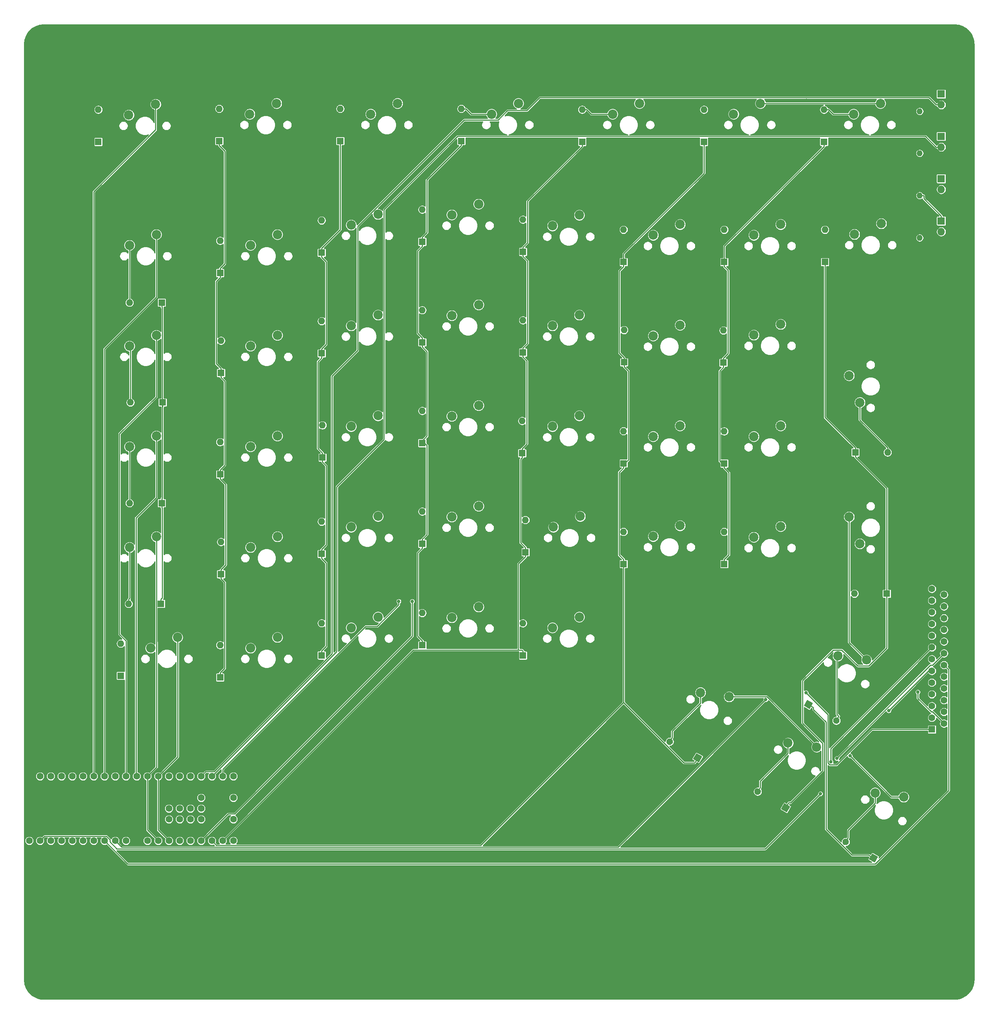
<source format=gbr>
%TF.GenerationSoftware,KiCad,Pcbnew,5.1.6-c6e7f7d~87~ubuntu20.04.1*%
%TF.CreationDate,2020-09-12T12:36:34+02:00*%
%TF.ProjectId,pcb-flat-left,7063622d-666c-4617-942d-6c6566742e6b,rev?*%
%TF.SameCoordinates,Original*%
%TF.FileFunction,Copper,L1,Top*%
%TF.FilePolarity,Positive*%
%FSLAX46Y46*%
G04 Gerber Fmt 4.6, Leading zero omitted, Abs format (unit mm)*
G04 Created by KiCad (PCBNEW 5.1.6-c6e7f7d~87~ubuntu20.04.1) date 2020-09-12 12:36:34*
%MOMM*%
%LPD*%
G01*
G04 APERTURE LIST*
%TA.AperFunction,ComponentPad*%
%ADD10C,1.400000*%
%TD*%
%TA.AperFunction,ComponentPad*%
%ADD11O,1.400000X1.400000*%
%TD*%
%TA.AperFunction,ComponentPad*%
%ADD12C,7.500000*%
%TD*%
%TA.AperFunction,ComponentPad*%
%ADD13R,1.600000X1.600000*%
%TD*%
%TA.AperFunction,ComponentPad*%
%ADD14O,1.600000X1.600000*%
%TD*%
%TA.AperFunction,ComponentPad*%
%ADD15C,0.100000*%
%TD*%
%TA.AperFunction,ComponentPad*%
%ADD16C,2.200000*%
%TD*%
%TA.AperFunction,ComponentPad*%
%ADD17O,1.800000X1.800000*%
%TD*%
%TA.AperFunction,ComponentPad*%
%ADD18R,1.800000X1.800000*%
%TD*%
%TA.AperFunction,ComponentPad*%
%ADD19C,1.600000*%
%TD*%
%TA.AperFunction,ComponentPad*%
%ADD20C,4.000000*%
%TD*%
%TA.AperFunction,ViaPad*%
%ADD21C,0.800000*%
%TD*%
%TA.AperFunction,Conductor*%
%ADD22C,0.250000*%
%TD*%
%TA.AperFunction,Conductor*%
%ADD23C,0.254000*%
%TD*%
G04 APERTURE END LIST*
D10*
%TO.P,R1,1*%
%TO.N,GND*%
X232400000Y-59100000D03*
D11*
%TO.P,R1,2*%
%TO.N,Net-(D13-Pad1)*%
X232400000Y-64180000D03*
%TD*%
D12*
%TO.P,H3,1*%
%TO.N,GND*%
X237500000Y-50500000D03*
%TD*%
%TO.P,H8,1*%
%TO.N,GND*%
X237500000Y-266500000D03*
%TD*%
%TO.P,H7,1*%
%TO.N,GND*%
X132500000Y-266500000D03*
%TD*%
%TO.P,H6,1*%
%TO.N,GND*%
X27500000Y-266500000D03*
%TD*%
%TO.P,H5,1*%
%TO.N,GND*%
X237500000Y-158500000D03*
%TD*%
%TO.P,H4,1*%
%TO.N,GND*%
X27500000Y-158500000D03*
%TD*%
%TO.P,H2,1*%
%TO.N,GND*%
X132500000Y-50500000D03*
%TD*%
D13*
%TO.P,D1,1*%
%TO.N,COL1*%
X38200000Y-71400000D03*
D14*
%TO.P,D1,2*%
%TO.N,Net-(D1-Pad2)*%
X38200000Y-63780000D03*
%TD*%
D13*
%TO.P,D2,1*%
%TO.N,COL1*%
X53200000Y-109400000D03*
D14*
%TO.P,D2,2*%
%TO.N,Net-(D2-Pad2)*%
X45580000Y-109400000D03*
%TD*%
D13*
%TO.P,D3,1*%
%TO.N,COL1*%
X53400000Y-133000000D03*
D14*
%TO.P,D3,2*%
%TO.N,Net-(D3-Pad2)*%
X45780000Y-133000000D03*
%TD*%
D13*
%TO.P,D4,1*%
%TO.N,COL1*%
X53200000Y-156800000D03*
D14*
%TO.P,D4,2*%
%TO.N,Net-(D4-Pad2)*%
X45580000Y-156800000D03*
%TD*%
D13*
%TO.P,D5,1*%
%TO.N,COL1*%
X53000000Y-180600000D03*
D14*
%TO.P,D5,2*%
%TO.N,Net-(D5-Pad2)*%
X45380000Y-180600000D03*
%TD*%
%TO.P,D6,2*%
%TO.N,Net-(D6-Pad2)*%
X43500000Y-190000000D03*
D13*
%TO.P,D6,1*%
%TO.N,COL1*%
X43500000Y-197620000D03*
%TD*%
D14*
%TO.P,D7,2*%
%TO.N,Net-(D7-Pad2)*%
X66800000Y-63580000D03*
D13*
%TO.P,D7,1*%
%TO.N,COL2*%
X66800000Y-71200000D03*
%TD*%
D14*
%TO.P,D8,2*%
%TO.N,Net-(D8-Pad2)*%
X67000000Y-94780000D03*
D13*
%TO.P,D8,1*%
%TO.N,COL2*%
X67000000Y-102400000D03*
%TD*%
D14*
%TO.P,D9,2*%
%TO.N,Net-(D9-Pad2)*%
X67200000Y-118400000D03*
D13*
%TO.P,D9,1*%
%TO.N,COL2*%
X67200000Y-126020000D03*
%TD*%
D14*
%TO.P,D10,2*%
%TO.N,Net-(D10-Pad2)*%
X67000000Y-142380000D03*
D13*
%TO.P,D10,1*%
%TO.N,COL2*%
X67000000Y-150000000D03*
%TD*%
D14*
%TO.P,D11,2*%
%TO.N,Net-(D11-Pad2)*%
X67200000Y-165980000D03*
D13*
%TO.P,D11,1*%
%TO.N,COL2*%
X67200000Y-173600000D03*
%TD*%
D14*
%TO.P,D12,2*%
%TO.N,Net-(D12-Pad2)*%
X67000000Y-190380000D03*
D13*
%TO.P,D12,1*%
%TO.N,COL2*%
X67000000Y-198000000D03*
%TD*%
%TO.P,D14,1*%
%TO.N,COL3*%
X95400000Y-71200000D03*
D14*
%TO.P,D14,2*%
%TO.N,Net-(D14-Pad2)*%
X95400000Y-63580000D03*
%TD*%
%TO.P,D15,2*%
%TO.N,Net-(D15-Pad2)*%
X91000000Y-89980000D03*
D13*
%TO.P,D15,1*%
%TO.N,COL3*%
X91000000Y-97600000D03*
%TD*%
%TO.P,D16,1*%
%TO.N,COL3*%
X91000000Y-121400000D03*
D14*
%TO.P,D16,2*%
%TO.N,Net-(D16-Pad2)*%
X91000000Y-113780000D03*
%TD*%
D13*
%TO.P,D17,1*%
%TO.N,COL3*%
X91000000Y-168800000D03*
D14*
%TO.P,D17,2*%
%TO.N,Net-(D17-Pad2)*%
X91000000Y-161180000D03*
%TD*%
%TO.P,D18,2*%
%TO.N,Net-(D18-Pad2)*%
X91200000Y-138400000D03*
D13*
%TO.P,D18,1*%
%TO.N,COL3*%
X91200000Y-146020000D03*
%TD*%
D14*
%TO.P,D19,2*%
%TO.N,Net-(D19-Pad2)*%
X91000000Y-185180000D03*
D13*
%TO.P,D19,1*%
%TO.N,COL3*%
X91000000Y-192800000D03*
%TD*%
D14*
%TO.P,D20,2*%
%TO.N,Net-(D20-Pad2)*%
X124000000Y-63580000D03*
D13*
%TO.P,D20,1*%
%TO.N,COL4*%
X124000000Y-71200000D03*
%TD*%
%TO.P,D21,1*%
%TO.N,COL4*%
X114800000Y-95020000D03*
D14*
%TO.P,D21,2*%
%TO.N,Net-(D21-Pad2)*%
X114800000Y-87400000D03*
%TD*%
D13*
%TO.P,D22,1*%
%TO.N,COL4*%
X114800000Y-118800000D03*
D14*
%TO.P,D22,2*%
%TO.N,Net-(D22-Pad2)*%
X114800000Y-111180000D03*
%TD*%
%TO.P,D23,2*%
%TO.N,Net-(D23-Pad2)*%
X114800000Y-134980000D03*
D13*
%TO.P,D23,1*%
%TO.N,COL4*%
X114800000Y-142600000D03*
%TD*%
%TO.P,D24,1*%
%TO.N,COL4*%
X114800000Y-166400000D03*
D14*
%TO.P,D24,2*%
%TO.N,Net-(D24-Pad2)*%
X114800000Y-158780000D03*
%TD*%
%TO.P,D25,2*%
%TO.N,Net-(D25-Pad2)*%
X114800000Y-182780000D03*
D13*
%TO.P,D25,1*%
%TO.N,COL4*%
X114800000Y-190400000D03*
%TD*%
%TO.P,D26,1*%
%TO.N,COL5*%
X152600000Y-71400000D03*
D14*
%TO.P,D26,2*%
%TO.N,Net-(D26-Pad2)*%
X152600000Y-63780000D03*
%TD*%
D13*
%TO.P,D27,1*%
%TO.N,COL5*%
X138600000Y-121200000D03*
D14*
%TO.P,D27,2*%
%TO.N,Net-(D27-Pad2)*%
X138600000Y-113580000D03*
%TD*%
%TO.P,D28,2*%
%TO.N,Net-(D28-Pad2)*%
X138600000Y-89780000D03*
D13*
%TO.P,D28,1*%
%TO.N,COL5*%
X138600000Y-97400000D03*
%TD*%
%TO.P,D29,1*%
%TO.N,COL5*%
X138400000Y-145000000D03*
D14*
%TO.P,D29,2*%
%TO.N,Net-(D29-Pad2)*%
X138400000Y-137380000D03*
%TD*%
%TO.P,D30,2*%
%TO.N,Net-(D30-Pad2)*%
X139200000Y-160780000D03*
D13*
%TO.P,D30,1*%
%TO.N,COL5*%
X139200000Y-168400000D03*
%TD*%
%TO.P,D31,1*%
%TO.N,COL5*%
X138600000Y-192820000D03*
D14*
%TO.P,D31,2*%
%TO.N,Net-(D31-Pad2)*%
X138600000Y-185200000D03*
%TD*%
%TO.P,D32,2*%
%TO.N,Net-(D32-Pad2)*%
X181400000Y-63780000D03*
D13*
%TO.P,D32,1*%
%TO.N,COL6*%
X181400000Y-71400000D03*
%TD*%
%TO.P,D33,1*%
%TO.N,COL6*%
X162400000Y-99800000D03*
D14*
%TO.P,D33,2*%
%TO.N,Net-(D33-Pad2)*%
X162400000Y-92180000D03*
%TD*%
%TO.P,D34,2*%
%TO.N,Net-(D34-Pad2)*%
X162500000Y-115880000D03*
D13*
%TO.P,D34,1*%
%TO.N,COL6*%
X162500000Y-123500000D03*
%TD*%
%TO.P,D35,1*%
%TO.N,COL6*%
X162400000Y-147400000D03*
D14*
%TO.P,D35,2*%
%TO.N,Net-(D35-Pad2)*%
X162400000Y-139780000D03*
%TD*%
%TO.P,D36,2*%
%TO.N,Net-(D36-Pad2)*%
X162400000Y-163580000D03*
D13*
%TO.P,D36,1*%
%TO.N,COL6*%
X162400000Y-171200000D03*
%TD*%
%TO.P,D37,1*%
%TO.N,COL7*%
X209800000Y-71400000D03*
D14*
%TO.P,D37,2*%
%TO.N,Net-(D37-Pad2)*%
X209800000Y-63780000D03*
%TD*%
%TO.P,D38,2*%
%TO.N,Net-(D38-Pad2)*%
X186200000Y-92180000D03*
D13*
%TO.P,D38,1*%
%TO.N,COL7*%
X186200000Y-99800000D03*
%TD*%
%TO.P,D39,1*%
%TO.N,COL7*%
X186200000Y-171200000D03*
D14*
%TO.P,D39,2*%
%TO.N,Net-(D39-Pad2)*%
X186200000Y-163580000D03*
%TD*%
D13*
%TO.P,D40,1*%
%TO.N,COL7*%
X186000000Y-123600000D03*
D14*
%TO.P,D40,2*%
%TO.N,Net-(D40-Pad2)*%
X186000000Y-115980000D03*
%TD*%
%TO.P,D41,2*%
%TO.N,Net-(D41-Pad2)*%
X186200000Y-139800000D03*
D13*
%TO.P,D41,1*%
%TO.N,COL7*%
X186200000Y-147420000D03*
%TD*%
D14*
%TO.P,D42,2*%
%TO.N,Net-(D42-Pad2)*%
X210000000Y-92180000D03*
D13*
%TO.P,D42,1*%
%TO.N,COL8*%
X210000000Y-99800000D03*
%TD*%
%TO.P,D43,1*%
%TO.N,COL8*%
X217200000Y-144800000D03*
D14*
%TO.P,D43,2*%
%TO.N,Net-(D43-Pad2)*%
X224820000Y-144800000D03*
%TD*%
%TO.P,D44,2*%
%TO.N,Net-(D44-Pad2)*%
X217000000Y-178200000D03*
D13*
%TO.P,D44,1*%
%TO.N,COL8*%
X224620000Y-178200000D03*
%TD*%
%TO.P,D45,2*%
%TO.N,Net-(D45-Pad2)*%
%TA.AperFunction,ComponentPad*%
G36*
G01*
X173993706Y-213590000D02*
X173993706Y-213590000D01*
G75*
G02*
X172900886Y-213882820I-692820J400000D01*
G01*
X172900886Y-213882820D01*
G75*
G02*
X172608066Y-212790000I400000J692820D01*
G01*
X172608066Y-212790000D01*
G75*
G02*
X173700886Y-212497180I692820J-400000D01*
G01*
X173700886Y-212497180D01*
G75*
G02*
X173993706Y-213590000I-400000J-692820D01*
G01*
G37*
%TD.AperFunction*%
%TA.AperFunction,ComponentPad*%
D15*
%TO.P,D45,1*%
%TO.N,COL6*%
G36*
X180992820Y-216707180D02*
G01*
X180192820Y-218092820D01*
X178807180Y-217292820D01*
X179607180Y-215907180D01*
X180992820Y-216707180D01*
G37*
%TD.AperFunction*%
%TD*%
%TA.AperFunction,ComponentPad*%
%TO.P,D46,1*%
%TO.N,Arrow-Left*%
G36*
X205007180Y-204692820D02*
G01*
X205807180Y-203307180D01*
X207192820Y-204107180D01*
X206392820Y-205492820D01*
X205007180Y-204692820D01*
G37*
%TD.AperFunction*%
%TO.P,D46,2*%
%TO.N,Net-(D46-Pad2)*%
%TA.AperFunction,ComponentPad*%
G36*
G01*
X212006294Y-207810000D02*
X212006294Y-207810000D01*
G75*
G02*
X213099114Y-207517180I692820J-400000D01*
G01*
X213099114Y-207517180D01*
G75*
G02*
X213391934Y-208610000I-400000J-692820D01*
G01*
X213391934Y-208610000D01*
G75*
G02*
X212299114Y-208902820I-692820J400000D01*
G01*
X212299114Y-208902820D01*
G75*
G02*
X212006294Y-207810000I400000J692820D01*
G01*
G37*
%TD.AperFunction*%
%TD*%
%TA.AperFunction,ComponentPad*%
%TO.P,D47,1*%
%TO.N,COL8*%
G36*
X201791820Y-228517180D02*
G01*
X200991820Y-229902820D01*
X199606180Y-229102820D01*
X200406180Y-227717180D01*
X201791820Y-228517180D01*
G37*
%TD.AperFunction*%
%TO.P,D47,2*%
%TO.N,Net-(D47-Pad2)*%
%TA.AperFunction,ComponentPad*%
G36*
G01*
X194792706Y-225400000D02*
X194792706Y-225400000D01*
G75*
G02*
X193699886Y-225692820I-692820J400000D01*
G01*
X193699886Y-225692820D01*
G75*
G02*
X193407066Y-224600000I400000J692820D01*
G01*
X193407066Y-224600000D01*
G75*
G02*
X194499886Y-224307180I692820J-400000D01*
G01*
X194499886Y-224307180D01*
G75*
G02*
X194792706Y-225400000I-400000J-692820D01*
G01*
G37*
%TD.AperFunction*%
%TD*%
%TO.P,D48,2*%
%TO.N,Net-(D48-Pad2)*%
%TA.AperFunction,ComponentPad*%
G36*
G01*
X215593706Y-237290000D02*
X215593706Y-237290000D01*
G75*
G02*
X214500886Y-237582820I-692820J400000D01*
G01*
X214500886Y-237582820D01*
G75*
G02*
X214208066Y-236490000I400000J692820D01*
G01*
X214208066Y-236490000D01*
G75*
G02*
X215300886Y-236197180I692820J-400000D01*
G01*
X215300886Y-236197180D01*
G75*
G02*
X215593706Y-237290000I-400000J-692820D01*
G01*
G37*
%TD.AperFunction*%
%TA.AperFunction,ComponentPad*%
%TO.P,D48,1*%
%TO.N,Arrow-Left*%
G36*
X222592820Y-240407180D02*
G01*
X221792820Y-241792820D01*
X220407180Y-240992820D01*
X221207180Y-239607180D01*
X222592820Y-240407180D01*
G37*
%TD.AperFunction*%
%TD*%
D11*
%TO.P,R2,2*%
%TO.N,Net-(D49-Pad1)*%
X232400000Y-74100000D03*
D10*
%TO.P,R2,1*%
%TO.N,GND*%
X232400000Y-69020000D03*
%TD*%
D11*
%TO.P,R3,2*%
%TO.N,Net-(D50-Pad1)*%
X232400000Y-94100000D03*
D10*
%TO.P,R3,1*%
%TO.N,GND*%
X232400000Y-89020000D03*
%TD*%
D16*
%TO.P,SW1,2*%
%TO.N,Net-(D1-Pad2)*%
X45390000Y-65060000D03*
%TO.P,SW1,1*%
%TO.N,ROW1*%
X51740000Y-62520000D03*
%TD*%
%TO.P,SW2,1*%
%TO.N,ROW2*%
X51940000Y-93320000D03*
%TO.P,SW2,2*%
%TO.N,Net-(D2-Pad2)*%
X45590000Y-95860000D03*
%TD*%
%TO.P,SW3,1*%
%TO.N,ROW3*%
X51940000Y-117120000D03*
%TO.P,SW3,2*%
%TO.N,Net-(D3-Pad2)*%
X45590000Y-119660000D03*
%TD*%
%TO.P,SW4,2*%
%TO.N,Net-(D5-Pad2)*%
X45590000Y-167260000D03*
%TO.P,SW4,1*%
%TO.N,ROW5*%
X51940000Y-164720000D03*
%TD*%
%TO.P,SW5,2*%
%TO.N,Net-(D4-Pad2)*%
X45590000Y-143460000D03*
%TO.P,SW5,1*%
%TO.N,ROW4*%
X51940000Y-140920000D03*
%TD*%
%TO.P,SW6,1*%
%TO.N,ROW6*%
X56940000Y-188520000D03*
%TO.P,SW6,2*%
%TO.N,Net-(D6-Pad2)*%
X50590000Y-191060000D03*
%TD*%
%TO.P,SW7,1*%
%TO.N,ROW1*%
X80340000Y-62320000D03*
%TO.P,SW7,2*%
%TO.N,Net-(D7-Pad2)*%
X73990000Y-64860000D03*
%TD*%
%TO.P,SW8,1*%
%TO.N,ROW2*%
X80540000Y-93320000D03*
%TO.P,SW8,2*%
%TO.N,Net-(D8-Pad2)*%
X74190000Y-95860000D03*
%TD*%
%TO.P,SW9,2*%
%TO.N,Net-(D9-Pad2)*%
X74190000Y-119660000D03*
%TO.P,SW9,1*%
%TO.N,ROW3*%
X80540000Y-117120000D03*
%TD*%
%TO.P,SW10,1*%
%TO.N,ROW5*%
X80540000Y-164720000D03*
%TO.P,SW10,2*%
%TO.N,Net-(D11-Pad2)*%
X74190000Y-167260000D03*
%TD*%
%TO.P,SW11,1*%
%TO.N,ROW4*%
X80540000Y-140920000D03*
%TO.P,SW11,2*%
%TO.N,Net-(D10-Pad2)*%
X74190000Y-143460000D03*
%TD*%
%TO.P,SW12,2*%
%TO.N,Net-(D12-Pad2)*%
X74190000Y-191060000D03*
%TO.P,SW12,1*%
%TO.N,ROW6*%
X80540000Y-188520000D03*
%TD*%
%TO.P,SW13,2*%
%TO.N,Net-(D14-Pad2)*%
X102590000Y-64860000D03*
%TO.P,SW13,1*%
%TO.N,ROW1*%
X108940000Y-62320000D03*
%TD*%
%TO.P,SW14,2*%
%TO.N,Net-(D15-Pad2)*%
X97990000Y-91060000D03*
%TO.P,SW14,1*%
%TO.N,ROW2*%
X104340000Y-88520000D03*
%TD*%
%TO.P,SW15,1*%
%TO.N,ROW3*%
X104340000Y-112320000D03*
%TO.P,SW15,2*%
%TO.N,Net-(D16-Pad2)*%
X97990000Y-114860000D03*
%TD*%
%TO.P,SW16,2*%
%TO.N,Net-(D17-Pad2)*%
X97990000Y-162460000D03*
%TO.P,SW16,1*%
%TO.N,ROW5*%
X104340000Y-159920000D03*
%TD*%
%TO.P,SW17,2*%
%TO.N,Net-(D18-Pad2)*%
X97990000Y-138660000D03*
%TO.P,SW17,1*%
%TO.N,ROW4*%
X104340000Y-136120000D03*
%TD*%
%TO.P,SW18,1*%
%TO.N,ROW6*%
X104340000Y-183720000D03*
%TO.P,SW18,2*%
%TO.N,Net-(D19-Pad2)*%
X97990000Y-186260000D03*
%TD*%
%TO.P,SW19,1*%
%TO.N,ROW1*%
X137540000Y-62320000D03*
%TO.P,SW19,2*%
%TO.N,Net-(D20-Pad2)*%
X131190000Y-64860000D03*
%TD*%
%TO.P,SW20,1*%
%TO.N,ROW2*%
X128140000Y-86120000D03*
%TO.P,SW20,2*%
%TO.N,Net-(D21-Pad2)*%
X121790000Y-88660000D03*
%TD*%
%TO.P,SW21,2*%
%TO.N,Net-(D22-Pad2)*%
X121790000Y-112460000D03*
%TO.P,SW21,1*%
%TO.N,ROW3*%
X128140000Y-109920000D03*
%TD*%
%TO.P,SW22,1*%
%TO.N,ROW5*%
X128140000Y-157520000D03*
%TO.P,SW22,2*%
%TO.N,Net-(D24-Pad2)*%
X121790000Y-160060000D03*
%TD*%
%TO.P,SW23,1*%
%TO.N,ROW4*%
X128140000Y-133720000D03*
%TO.P,SW23,2*%
%TO.N,Net-(D23-Pad2)*%
X121790000Y-136260000D03*
%TD*%
%TO.P,SW24,2*%
%TO.N,Net-(D25-Pad2)*%
X121790000Y-183860000D03*
%TO.P,SW24,1*%
%TO.N,ROW6*%
X128140000Y-181320000D03*
%TD*%
%TO.P,SW25,2*%
%TO.N,Net-(D26-Pad2)*%
X159790000Y-64860000D03*
%TO.P,SW25,1*%
%TO.N,ROW1*%
X166140000Y-62320000D03*
%TD*%
%TO.P,SW26,1*%
%TO.N,ROW2*%
X151940000Y-88720000D03*
%TO.P,SW26,2*%
%TO.N,Net-(D28-Pad2)*%
X145590000Y-91260000D03*
%TD*%
%TO.P,SW27,1*%
%TO.N,ROW3*%
X151940000Y-112320000D03*
%TO.P,SW27,2*%
%TO.N,Net-(D27-Pad2)*%
X145590000Y-114860000D03*
%TD*%
%TO.P,SW28,1*%
%TO.N,ROW5*%
X152140000Y-159920000D03*
%TO.P,SW28,2*%
%TO.N,Net-(D30-Pad2)*%
X145790000Y-162460000D03*
%TD*%
%TO.P,SW29,2*%
%TO.N,Net-(D29-Pad2)*%
X145590000Y-138660000D03*
%TO.P,SW29,1*%
%TO.N,ROW4*%
X151940000Y-136120000D03*
%TD*%
%TO.P,SW30,1*%
%TO.N,ROW6*%
X151940000Y-183720000D03*
%TO.P,SW30,2*%
%TO.N,Net-(D31-Pad2)*%
X145590000Y-186260000D03*
%TD*%
%TO.P,SW31,1*%
%TO.N,ROW1*%
X194740000Y-62320000D03*
%TO.P,SW31,2*%
%TO.N,Net-(D32-Pad2)*%
X188390000Y-64860000D03*
%TD*%
%TO.P,SW32,1*%
%TO.N,ROW2*%
X175740000Y-90920000D03*
%TO.P,SW32,2*%
%TO.N,Net-(D33-Pad2)*%
X169390000Y-93460000D03*
%TD*%
%TO.P,SW33,2*%
%TO.N,Net-(D34-Pad2)*%
X169390000Y-117260000D03*
%TO.P,SW33,1*%
%TO.N,ROW3*%
X175740000Y-114720000D03*
%TD*%
%TO.P,SW34,1*%
%TO.N,ROW5*%
X175740000Y-162120000D03*
%TO.P,SW34,2*%
%TO.N,Net-(D36-Pad2)*%
X169390000Y-164660000D03*
%TD*%
%TO.P,SW35,1*%
%TO.N,ROW4*%
X175740000Y-138520000D03*
%TO.P,SW35,2*%
%TO.N,Net-(D35-Pad2)*%
X169390000Y-141060000D03*
%TD*%
%TO.P,SW36,2*%
%TO.N,Net-(D37-Pad2)*%
X216790000Y-64860000D03*
%TO.P,SW36,1*%
%TO.N,ROW1*%
X223140000Y-62320000D03*
%TD*%
%TO.P,SW37,2*%
%TO.N,Net-(D38-Pad2)*%
X193190000Y-93460000D03*
%TO.P,SW37,1*%
%TO.N,ROW2*%
X199540000Y-90920000D03*
%TD*%
%TO.P,SW38,2*%
%TO.N,Net-(D40-Pad2)*%
X193190000Y-117060000D03*
%TO.P,SW38,1*%
%TO.N,ROW3*%
X199540000Y-114520000D03*
%TD*%
%TO.P,SW39,2*%
%TO.N,Net-(D39-Pad2)*%
X193190000Y-164860000D03*
%TO.P,SW39,1*%
%TO.N,ROW5*%
X199540000Y-162320000D03*
%TD*%
%TO.P,SW40,2*%
%TO.N,Net-(D41-Pad2)*%
X193190000Y-141060000D03*
%TO.P,SW40,1*%
%TO.N,ROW4*%
X199540000Y-138520000D03*
%TD*%
%TO.P,SW41,1*%
%TO.N,ROW2*%
X223340000Y-90720000D03*
%TO.P,SW41,2*%
%TO.N,Net-(D42-Pad2)*%
X216990000Y-93260000D03*
%TD*%
%TO.P,SW42,1*%
%TO.N,ROW3*%
X215720000Y-126660000D03*
%TO.P,SW42,2*%
%TO.N,Net-(D43-Pad2)*%
X218260000Y-133010000D03*
%TD*%
%TO.P,SW43,2*%
%TO.N,Net-(D44-Pad2)*%
X218260000Y-166410000D03*
%TO.P,SW43,1*%
%TO.N,ROW5*%
X215720000Y-160060000D03*
%TD*%
%TO.P,SW44,2*%
%TO.N,Net-(D45-Pad2)*%
X180570739Y-201595705D03*
%TO.P,SW44,1*%
%TO.N,ROW6*%
X187340000Y-202571000D03*
%TD*%
%TO.P,SW45,2*%
%TO.N,Net-(D46-Pad2)*%
X213070739Y-192895705D03*
%TO.P,SW45,1*%
%TO.N,ROW5*%
X219840000Y-193871000D03*
%TD*%
%TO.P,SW46,1*%
%TO.N,ROW6*%
X208040000Y-214471000D03*
%TO.P,SW46,2*%
%TO.N,Net-(D47-Pad2)*%
X201270739Y-213495705D03*
%TD*%
%TO.P,SW47,2*%
%TO.N,Net-(D48-Pad2)*%
X221870739Y-225295705D03*
%TO.P,SW47,1*%
%TO.N,ROW6*%
X228640000Y-226271000D03*
%TD*%
D12*
%TO.P,H1,1*%
%TO.N,GND*%
X27500000Y-50500000D03*
%TD*%
D17*
%TO.P,D13,2*%
%TO.N,PWM1*%
X237500000Y-62640000D03*
D18*
%TO.P,D13,1*%
%TO.N,Net-(D13-Pad1)*%
X237500000Y-60100000D03*
%TD*%
%TO.P,D49,1*%
%TO.N,Net-(D49-Pad1)*%
X237500000Y-70100000D03*
D17*
%TO.P,D49,2*%
%TO.N,PWM2*%
X237500000Y-72640000D03*
%TD*%
D18*
%TO.P,D50,1*%
%TO.N,Net-(D50-Pad1)*%
X237500000Y-80100000D03*
D17*
%TO.P,D50,2*%
%TO.N,PWM3*%
X237500000Y-82640000D03*
%TD*%
D18*
%TO.P,D51,1*%
%TO.N,Net-(D51-Pad1)*%
X237500000Y-90100000D03*
D17*
%TO.P,D51,2*%
%TO.N,PWM4*%
X237500000Y-92640000D03*
%TD*%
D10*
%TO.P,R4,1*%
%TO.N,GND*%
X232400000Y-79020000D03*
D11*
%TO.P,R4,2*%
%TO.N,Net-(D51-Pad1)*%
X232400000Y-84100000D03*
%TD*%
D19*
%TO.P,U1,9*%
%TO.N,Net-(U1-Pad9)*%
X42190000Y-221380000D03*
%TO.P,U1,10*%
%TO.N,ROW3*%
X44730000Y-221380000D03*
%TO.P,U1,11*%
%TO.N,ROW4*%
X47270000Y-221380000D03*
%TO.P,U1,8*%
%TO.N,ROW2*%
X39650000Y-221380000D03*
%TO.P,U1,7*%
%TO.N,ROW1*%
X37110000Y-221380000D03*
%TO.P,U1,6*%
%TO.N,COL4*%
X34570000Y-221380000D03*
%TO.P,U1,5*%
%TO.N,COL3*%
X32030000Y-221380000D03*
%TO.P,U1,4*%
%TO.N,COL2*%
X29490000Y-221380000D03*
%TO.P,U1,3*%
%TO.N,COL1*%
X26950000Y-221380000D03*
%TO.P,U1,2*%
%TO.N,PWM4*%
X24410000Y-221380000D03*
D13*
%TO.P,U1,1*%
%TO.N,GND*%
X21870000Y-221380000D03*
D19*
%TO.P,U1,12*%
%TO.N,ROW5*%
X49810000Y-221380000D03*
%TO.P,U1,13*%
%TO.N,ROW6*%
X52350000Y-221380000D03*
%TO.P,U1,14*%
%TO.N,ROW1ext*%
X54890000Y-221380000D03*
%TO.P,U1,15*%
%TO.N,ROW2ext*%
X57430000Y-221380000D03*
%TO.P,U1,16*%
%TO.N,ROW3ext*%
X59970000Y-221380000D03*
%TO.P,U1,17*%
%TO.N,PWM1*%
X62510000Y-221380000D03*
%TO.P,U1,18*%
%TO.N,PWM2*%
X65050000Y-221380000D03*
%TO.P,U1,19*%
%TO.N,PWM3*%
X67590000Y-221380000D03*
%TO.P,U1,20*%
%TO.N,Arrow-Left*%
X70130000Y-221380000D03*
%TO.P,U1,21*%
%TO.N,Net-(U1-Pad21)*%
X70130000Y-226460000D03*
%TO.P,U1,22*%
%TO.N,GND*%
X70130000Y-229000000D03*
%TO.P,U1,23*%
%TO.N,Net-(U1-Pad23)*%
X70130000Y-231540000D03*
%TO.P,U1,24*%
%TO.N,ROW4ext*%
X70130000Y-236620000D03*
%TO.P,U1,25*%
%TO.N,COL5*%
X67590000Y-236620000D03*
%TO.P,U1,26*%
%TO.N,COL6*%
X65050000Y-236620000D03*
%TO.P,U1,27*%
%TO.N,COL7*%
X62510000Y-236620000D03*
%TO.P,U1,28*%
%TO.N,COL8*%
X59970000Y-236620000D03*
%TO.P,U1,29*%
%TO.N,Arrow-Right*%
X57430000Y-236620000D03*
%TO.P,U1,30*%
%TO.N,ROW6*%
X54890000Y-236620000D03*
%TO.P,U1,31*%
%TO.N,ROW5*%
X52350000Y-236620000D03*
%TO.P,U1,32*%
%TO.N,Net-(U1-Pad32)*%
X49810000Y-236620000D03*
%TO.P,U1,33*%
%TO.N,GND*%
X47270000Y-236620000D03*
%TO.P,U1,34*%
%TO.N,COL8x*%
X44730000Y-236620000D03*
%TO.P,U1,35*%
%TO.N,COL7x*%
X42190000Y-236620000D03*
%TO.P,U1,36*%
%TO.N,COL6x*%
X39650000Y-236620000D03*
%TO.P,U1,37*%
%TO.N,COL5x*%
X37110000Y-236620000D03*
%TO.P,U1,38*%
%TO.N,COL4x*%
X34570000Y-236620000D03*
%TO.P,U1,39*%
%TO.N,COL3x*%
X32030000Y-236620000D03*
%TO.P,U1,40*%
%TO.N,COL1x*%
X29490000Y-236620000D03*
%TO.P,U1,41*%
%TO.N,COL2x*%
X26950000Y-236620000D03*
%TO.P,U1,42*%
%TO.N,ROW5ext*%
X24410000Y-236620000D03*
%TO.P,U1,43*%
%TO.N,Net-(U1-Pad43)*%
X21870000Y-236620000D03*
%TO.P,U1,49*%
%TO.N,Net-(U1-Pad49)*%
X57430000Y-229000000D03*
%TO.P,U1,48*%
%TO.N,Net-(U1-Pad48)*%
X54890000Y-229000000D03*
%TO.P,U1,47*%
%TO.N,ROW6ext*%
X62510000Y-231540000D03*
%TO.P,U1,52*%
%TO.N,Net-(U1-Pad52)*%
X62510000Y-226460000D03*
%TO.P,U1,51*%
%TO.N,Net-(U1-Pad51)*%
X62510000Y-229000000D03*
%TO.P,U1,50*%
%TO.N,Net-(U1-Pad50)*%
X59970000Y-229000000D03*
%TO.P,U1,44*%
%TO.N,Net-(U1-Pad44)*%
X54890000Y-231540000D03*
%TO.P,U1,46*%
%TO.N,Net-(U1-Pad46)*%
X59970000Y-231540000D03*
%TO.P,U1,45*%
%TO.N,Net-(U1-Pad45)*%
X57430000Y-231540000D03*
%TD*%
D13*
%TO.P,J1,1*%
%TO.N,ROW1ext*%
X235300000Y-210300000D03*
D19*
%TO.P,J1,2*%
%TO.N,ROW3ext*%
X235300000Y-207530000D03*
%TO.P,J1,3*%
%TO.N,ROW5ext*%
X235300000Y-204760000D03*
%TO.P,J1,4*%
%TO.N,COL1x*%
X235300000Y-201990000D03*
%TO.P,J1,5*%
%TO.N,COL3x*%
X235300000Y-199220000D03*
%TO.P,J1,6*%
%TO.N,COL5x*%
X235300000Y-196450000D03*
%TO.P,J1,7*%
%TO.N,COL7x*%
X235300000Y-193680000D03*
%TO.P,J1,8*%
%TO.N,Arrow-Right*%
X235300000Y-190910000D03*
%TO.P,J1,9*%
%TO.N,Net-(J1-Pad9)*%
X235300000Y-188140000D03*
%TO.P,J1,10*%
%TO.N,Net-(J1-Pad10)*%
X235300000Y-185370000D03*
%TO.P,J1,11*%
%TO.N,Net-(J1-Pad11)*%
X235300000Y-182600000D03*
%TO.P,J1,12*%
%TO.N,Net-(J1-Pad12)*%
X235300000Y-179830000D03*
%TO.P,J1,13*%
%TO.N,Net-(J1-Pad13)*%
X235300000Y-177060000D03*
%TO.P,J1,14*%
%TO.N,ROW2ext*%
X238140000Y-208915000D03*
%TO.P,J1,15*%
%TO.N,ROW4ext*%
X238140000Y-206145000D03*
%TO.P,J1,16*%
%TO.N,ROW6ext*%
X238140000Y-203375000D03*
%TO.P,J1,17*%
%TO.N,COL2x*%
X238140000Y-200605000D03*
%TO.P,J1,18*%
%TO.N,COL4x*%
X238140000Y-197835000D03*
%TO.P,J1,19*%
%TO.N,COL6x*%
X238140000Y-195065000D03*
%TO.P,J1,20*%
%TO.N,COL8x*%
X238140000Y-192295000D03*
%TO.P,J1,21*%
%TO.N,Net-(J1-Pad21)*%
X238140000Y-189525000D03*
%TO.P,J1,22*%
%TO.N,Net-(J1-Pad22)*%
X238140000Y-186755000D03*
%TO.P,J1,23*%
%TO.N,Net-(J1-Pad23)*%
X238140000Y-183985000D03*
%TO.P,J1,24*%
%TO.N,Net-(J1-Pad24)*%
X238140000Y-181215000D03*
%TO.P,J1,25*%
%TO.N,Net-(J1-Pad25)*%
X238140000Y-178445000D03*
D20*
%TO.P,J1,0*%
%TO.N,GND*%
X236720000Y-170130000D03*
X236720000Y-217230000D03*
%TD*%
D21*
%TO.N,GND*%
X189600000Y-231500000D03*
X196400000Y-231500000D03*
X199600000Y-232600000D03*
X154100000Y-234500000D03*
X237500000Y-86100000D03*
X234400000Y-103400000D03*
X60700000Y-211500000D03*
X66300000Y-211600000D03*
X79900000Y-212000000D03*
X147400000Y-231500000D03*
X228000000Y-216000000D03*
X154200000Y-217200000D03*
X65100000Y-231500000D03*
X44200000Y-233600000D03*
X54700000Y-213600000D03*
X65000000Y-158400000D03*
X183400000Y-171100000D03*
X200700000Y-202300000D03*
X211400000Y-198400000D03*
X228500000Y-199600000D03*
X133700000Y-216300000D03*
X45600000Y-159300000D03*
X52100000Y-159300000D03*
X100000000Y-129200000D03*
X125400000Y-127000000D03*
X131800000Y-68700000D03*
X205600000Y-61600000D03*
%TO.N,PWM3*%
X109236100Y-180008100D03*
%TO.N,ROW1ext*%
X205531100Y-201600900D03*
%TO.N,ROW5ext*%
X208938100Y-225507800D03*
%TO.N,Arrow-Right*%
X211409400Y-217988900D03*
%TO.N,ROW2ext*%
X231968200Y-201451900D03*
%TO.N,ROW6*%
X215929000Y-216542500D03*
%TO.N,COL7*%
X112406800Y-180008100D03*
%TO.N,COL5x*%
X225076100Y-205884900D03*
%TO.N,COL7x*%
X196020600Y-203249700D03*
%TO.N,COL8x*%
X212809800Y-217154600D03*
%TD*%
D22*
%TO.N,Net-(D2-Pad2)*%
X45580000Y-109400000D02*
X45580000Y-108324700D01*
X45590000Y-95860000D02*
X45590000Y-108314700D01*
X45590000Y-108314700D02*
X45580000Y-108324700D01*
%TO.N,Net-(D3-Pad2)*%
X45590000Y-119660000D02*
X45780000Y-119850000D01*
X45780000Y-119850000D02*
X45780000Y-133000000D01*
%TO.N,Net-(D4-Pad2)*%
X45580000Y-156800000D02*
X45580000Y-155724700D01*
X45590000Y-143460000D02*
X45590000Y-155714700D01*
X45590000Y-155714700D02*
X45580000Y-155724700D01*
%TO.N,Net-(D5-Pad2)*%
X45380000Y-180600000D02*
X45380000Y-179524700D01*
X45590000Y-167260000D02*
X45590000Y-179314700D01*
X45590000Y-179314700D02*
X45380000Y-179524700D01*
%TO.N,Net-(D20-Pad2)*%
X124000000Y-63580000D02*
X125075300Y-63580000D01*
X131190000Y-64860000D02*
X126355300Y-64860000D01*
X126355300Y-64860000D02*
X125075300Y-63580000D01*
%TO.N,Net-(D26-Pad2)*%
X152600000Y-63780000D02*
X153675300Y-63780000D01*
X159790000Y-64860000D02*
X154755300Y-64860000D01*
X154755300Y-64860000D02*
X153675300Y-63780000D01*
%TO.N,Net-(D37-Pad2)*%
X209800000Y-63780000D02*
X210875300Y-63780000D01*
X216790000Y-64860000D02*
X211955300Y-64860000D01*
X211955300Y-64860000D02*
X210875300Y-63780000D01*
%TO.N,Net-(D43-Pad2)*%
X224820000Y-144800000D02*
X224820000Y-143724700D01*
X218260000Y-133010000D02*
X218260000Y-137164700D01*
X218260000Y-137164700D02*
X224820000Y-143724700D01*
%TO.N,Net-(D45-Pad2)*%
X173300900Y-213190000D02*
X173898300Y-212155400D01*
X180570700Y-201595700D02*
X180570700Y-204040000D01*
X180570700Y-204040000D02*
X173898200Y-210712500D01*
X173898200Y-210712500D02*
X173898200Y-212155300D01*
X173898200Y-212155300D02*
X173898300Y-212155400D01*
%TO.N,Net-(D46-Pad2)*%
X212699100Y-208210000D02*
X213296500Y-207175400D01*
X213070700Y-192895700D02*
X212792000Y-193174400D01*
X212792000Y-193174400D02*
X212792000Y-206670900D01*
X212792000Y-206670900D02*
X213296500Y-207175400D01*
%TO.N,Net-(D47-Pad2)*%
X194099900Y-225000000D02*
X194697300Y-223965400D01*
X201270700Y-213495700D02*
X201270700Y-215940000D01*
X201270700Y-215940000D02*
X194697200Y-222513500D01*
X194697200Y-222513500D02*
X194697200Y-223965300D01*
X194697200Y-223965300D02*
X194697300Y-223965400D01*
%TO.N,Net-(D48-Pad2)*%
X214900900Y-236890000D02*
X215498300Y-235855400D01*
X221870700Y-225295700D02*
X221870700Y-227740000D01*
X221870700Y-227740000D02*
X215498200Y-234112500D01*
X215498200Y-234112500D02*
X215498200Y-235855300D01*
X215498200Y-235855300D02*
X215498300Y-235855400D01*
%TO.N,PWM1*%
X237500000Y-62640000D02*
X236324700Y-62640000D01*
X236324700Y-62640000D02*
X234629300Y-60944600D01*
X234629300Y-60944600D02*
X142579500Y-60944600D01*
X142579500Y-60944600D02*
X139526500Y-63997600D01*
X139526500Y-63997600D02*
X134962400Y-63997600D01*
X134962400Y-63997600D02*
X132724700Y-66235300D01*
X132724700Y-66235300D02*
X124677400Y-66235300D01*
X124677400Y-66235300D02*
X99524600Y-91388100D01*
X99524600Y-91388100D02*
X99524600Y-120693500D01*
X99524600Y-120693500D02*
X93471100Y-126747000D01*
X93471100Y-126747000D02*
X93471100Y-192392600D01*
X93471100Y-192392600D02*
X65572700Y-220291000D01*
X65572700Y-220291000D02*
X63599000Y-220291000D01*
X63599000Y-220291000D02*
X62510000Y-221380000D01*
%TO.N,PWM2*%
X237500000Y-72640000D02*
X236324700Y-72640000D01*
X65050000Y-221380000D02*
X94583500Y-191846500D01*
X94583500Y-191846500D02*
X94583500Y-152933600D01*
X94583500Y-152933600D02*
X105754600Y-141762500D01*
X105754600Y-141762500D02*
X105754600Y-87450100D01*
X105754600Y-87450100D02*
X123129300Y-70075400D01*
X123129300Y-70075400D02*
X233760100Y-70075400D01*
X233760100Y-70075400D02*
X236324700Y-72640000D01*
%TO.N,PWM3*%
X67590000Y-221380000D02*
X67590000Y-219757400D01*
X67590000Y-219757400D02*
X101417600Y-185929800D01*
X101417600Y-185929800D02*
X104139700Y-185929800D01*
X104139700Y-185929800D02*
X109236100Y-180833400D01*
X109236100Y-180833400D02*
X109236100Y-180008100D01*
%TO.N,Net-(D51-Pad1)*%
X232400000Y-84100000D02*
X233375300Y-84100000D01*
X237500000Y-90100000D02*
X237500000Y-88924700D01*
X237500000Y-88924700D02*
X233375300Y-84800000D01*
X233375300Y-84800000D02*
X233375300Y-84100000D01*
%TO.N,Arrow-Left*%
X221500000Y-240700000D02*
X220319200Y-240018300D01*
X206100000Y-204400000D02*
X207280800Y-205081700D01*
X207280800Y-205081700D02*
X207280700Y-205081800D01*
X207280700Y-205081800D02*
X207280700Y-205580700D01*
X207280700Y-205580700D02*
X210284000Y-208584000D01*
X210284000Y-208584000D02*
X210284000Y-233893500D01*
X210284000Y-233893500D02*
X216408800Y-240018300D01*
X216408800Y-240018300D02*
X220319200Y-240018300D01*
%TO.N,ROW1ext*%
X235300000Y-210300000D02*
X221140300Y-210300000D01*
X221140300Y-210300000D02*
X212776000Y-218664300D01*
X212776000Y-218664300D02*
X211116800Y-218664300D01*
X211116800Y-218664300D02*
X210684500Y-218232000D01*
X210684500Y-218232000D02*
X210684500Y-206754300D01*
X210684500Y-206754300D02*
X205531100Y-201600900D01*
%TO.N,ROW5ext*%
X208938100Y-225507800D02*
X195904700Y-238541200D01*
X195904700Y-238541200D02*
X42590200Y-238541200D01*
X42590200Y-238541200D02*
X40920000Y-236871000D01*
X40920000Y-236871000D02*
X40920000Y-236363100D01*
X40920000Y-236363100D02*
X40090500Y-235533600D01*
X40090500Y-235533600D02*
X25496400Y-235533600D01*
X25496400Y-235533600D02*
X24410000Y-236620000D01*
%TO.N,Arrow-Right*%
X235300000Y-190910000D02*
X211409400Y-214800600D01*
X211409400Y-214800600D02*
X211409400Y-217988900D01*
%TO.N,ROW2ext*%
X238140000Y-208915000D02*
X238140000Y-208814700D01*
X238140000Y-208814700D02*
X235470300Y-206145000D01*
X235470300Y-206145000D02*
X235158900Y-206145000D01*
X235158900Y-206145000D02*
X231968200Y-202954300D01*
X231968200Y-202954300D02*
X231968200Y-201451900D01*
%TO.N,ROW1*%
X37110000Y-221380000D02*
X37110000Y-83178500D01*
X37110000Y-83178500D02*
X51740000Y-68548500D01*
X51740000Y-68548500D02*
X51740000Y-62520000D01*
X194740000Y-62320000D02*
X223140000Y-62320000D01*
%TO.N,ROW2*%
X39650000Y-221380000D02*
X39650000Y-120350000D01*
X39650000Y-120350000D02*
X51940000Y-108060000D01*
X51940000Y-108060000D02*
X51940000Y-93320000D01*
%TO.N,ROW3*%
X44730000Y-221380000D02*
X44730000Y-189350000D01*
X44730000Y-189350000D02*
X43192600Y-187812600D01*
X43192600Y-187812600D02*
X43192600Y-140407400D01*
X43192600Y-140407400D02*
X51940000Y-131660000D01*
X51940000Y-131660000D02*
X51940000Y-117120000D01*
%TO.N,ROW5*%
X49810000Y-221380000D02*
X51979300Y-219210700D01*
X51979300Y-219210700D02*
X51979300Y-189739300D01*
X51979300Y-189739300D02*
X51924600Y-189684600D01*
X51924600Y-189684600D02*
X51924600Y-164735400D01*
X51924600Y-164735400D02*
X51940000Y-164720000D01*
X52350000Y-236620000D02*
X49810000Y-234080000D01*
X49810000Y-234080000D02*
X49810000Y-221380000D01*
X215720000Y-160060000D02*
X215720000Y-189751000D01*
X215720000Y-189751000D02*
X219840000Y-193871000D01*
%TO.N,ROW4*%
X47270000Y-221380000D02*
X47121900Y-221231900D01*
X47121900Y-221231900D02*
X47121900Y-160278100D01*
X47121900Y-160278100D02*
X51940000Y-155460000D01*
X51940000Y-155460000D02*
X51940000Y-140920000D01*
%TO.N,ROW6*%
X208040000Y-214471000D02*
X208040000Y-214314000D01*
X208040000Y-214314000D02*
X196297000Y-202571000D01*
X196297000Y-202571000D02*
X187340000Y-202571000D01*
X52350000Y-221380000D02*
X56940000Y-216790000D01*
X56940000Y-216790000D02*
X56940000Y-188520000D01*
X54890000Y-236620000D02*
X52350000Y-234080000D01*
X52350000Y-234080000D02*
X52350000Y-221380000D01*
X215929000Y-216542500D02*
X225657500Y-226271000D01*
X225657500Y-226271000D02*
X228640000Y-226271000D01*
%TO.N,COL1*%
X53200000Y-156800000D02*
X53200000Y-157875300D01*
X53000000Y-180600000D02*
X53000000Y-179524700D01*
X53000000Y-179524700D02*
X53315400Y-179209300D01*
X53315400Y-179209300D02*
X53315400Y-157990700D01*
X53315400Y-157990700D02*
X53200000Y-157875300D01*
X53354600Y-134075300D02*
X53354600Y-110629900D01*
X53354600Y-110629900D02*
X53200000Y-110475300D01*
X53200000Y-155724700D02*
X53354600Y-155570100D01*
X53354600Y-155570100D02*
X53354600Y-134075300D01*
X53400000Y-134075300D02*
X53354600Y-134075300D01*
X53200000Y-156800000D02*
X53200000Y-155724700D01*
X53400000Y-133000000D02*
X53400000Y-134075300D01*
X53200000Y-109400000D02*
X53200000Y-110475300D01*
%TO.N,COL2*%
X67000000Y-102400000D02*
X67000000Y-103475300D01*
X67200000Y-126020000D02*
X67200000Y-124944700D01*
X67200000Y-124944700D02*
X66073900Y-123818600D01*
X66073900Y-123818600D02*
X66073900Y-104401400D01*
X66073900Y-104401400D02*
X67000000Y-103475300D01*
X67200000Y-126557600D02*
X67200000Y-126020000D01*
X67200000Y-173600000D02*
X67200000Y-174675300D01*
X67000000Y-198000000D02*
X67000000Y-196924700D01*
X67000000Y-196924700D02*
X68080800Y-195843900D01*
X68080800Y-195843900D02*
X68080800Y-175556100D01*
X68080800Y-175556100D02*
X67200000Y-174675300D01*
X67000000Y-150000000D02*
X67000000Y-151075300D01*
X67200000Y-173600000D02*
X67200000Y-172524700D01*
X67200000Y-172524700D02*
X68289600Y-171435100D01*
X68289600Y-171435100D02*
X68289600Y-152364900D01*
X68289600Y-152364900D02*
X67000000Y-151075300D01*
X66800000Y-71200000D02*
X66800000Y-72275300D01*
X67000000Y-102400000D02*
X67000000Y-101324700D01*
X67000000Y-101324700D02*
X68103400Y-100221300D01*
X68103400Y-100221300D02*
X68103400Y-73578700D01*
X68103400Y-73578700D02*
X66800000Y-72275300D01*
X67200000Y-126557600D02*
X67200000Y-127095300D01*
X67000000Y-150000000D02*
X67000000Y-148924700D01*
X67000000Y-148924700D02*
X68098200Y-147826500D01*
X68098200Y-147826500D02*
X68098200Y-127993500D01*
X68098200Y-127993500D02*
X67200000Y-127095300D01*
%TO.N,COL3*%
X91200000Y-146020000D02*
X91200000Y-144944700D01*
X91200000Y-144944700D02*
X90112900Y-143857600D01*
X90112900Y-143857600D02*
X90112900Y-123362400D01*
X90112900Y-123362400D02*
X91000000Y-122475300D01*
X91200000Y-146557600D02*
X91200000Y-146020000D01*
X91000000Y-121400000D02*
X91000000Y-122475300D01*
X91000000Y-97600000D02*
X91000000Y-96524700D01*
X91000000Y-96524700D02*
X95400000Y-92124700D01*
X95400000Y-92124700D02*
X95400000Y-71200000D01*
X91000000Y-97805900D02*
X91000000Y-97600000D01*
X91000000Y-97805900D02*
X91000000Y-98675300D01*
X91200000Y-146557600D02*
X91200000Y-147095300D01*
X91000000Y-121400000D02*
X91000000Y-120324700D01*
X91000000Y-98675300D02*
X92075300Y-99750600D01*
X92075300Y-99750600D02*
X92075300Y-119249400D01*
X92075300Y-119249400D02*
X91000000Y-120324700D01*
X91000000Y-168800000D02*
X91000000Y-167724700D01*
X91200000Y-147095300D02*
X92075300Y-147970600D01*
X92075300Y-147970600D02*
X92075300Y-166649400D01*
X92075300Y-166649400D02*
X91000000Y-167724700D01*
X91000000Y-168800000D02*
X91000000Y-169875300D01*
X91000000Y-192800000D02*
X91000000Y-191724700D01*
X91000000Y-191724700D02*
X92075300Y-190649400D01*
X92075300Y-190649400D02*
X92075300Y-170950600D01*
X92075300Y-170950600D02*
X91000000Y-169875300D01*
%TO.N,COL4*%
X114800000Y-118800000D02*
X114800000Y-119875300D01*
X114800000Y-119875300D02*
X115924400Y-120999700D01*
X115924400Y-120999700D02*
X115924400Y-140937900D01*
X115924400Y-140937900D02*
X114800000Y-142062300D01*
X114800000Y-118262300D02*
X114800000Y-118800000D01*
X114800000Y-118262300D02*
X114800000Y-117724700D01*
X114800000Y-142062300D02*
X115875300Y-143137600D01*
X115875300Y-143137600D02*
X115875300Y-164249400D01*
X115875300Y-164249400D02*
X114800000Y-165324700D01*
X114800000Y-166400000D02*
X114800000Y-165324700D01*
X114800000Y-142600000D02*
X114800000Y-142062300D01*
X114800000Y-166400000D02*
X114800000Y-167475300D01*
X114800000Y-190400000D02*
X114800000Y-189324700D01*
X114800000Y-189324700D02*
X113724700Y-188249400D01*
X113724700Y-188249400D02*
X113724700Y-168550600D01*
X113724700Y-168550600D02*
X114800000Y-167475300D01*
X114800000Y-95020000D02*
X114800000Y-96095300D01*
X114800000Y-117724700D02*
X113724700Y-116649400D01*
X113724700Y-116649400D02*
X113724700Y-97170600D01*
X113724700Y-97170600D02*
X114800000Y-96095300D01*
X124000000Y-71200000D02*
X124000000Y-72275300D01*
X114800000Y-95020000D02*
X114800000Y-93944700D01*
X114800000Y-93944700D02*
X115875300Y-92869400D01*
X115875300Y-92869400D02*
X115875300Y-80400000D01*
X115875300Y-80400000D02*
X124000000Y-72275300D01*
%TO.N,COL5*%
X138400000Y-145000000D02*
X138400000Y-143924700D01*
X138400000Y-143924700D02*
X139496000Y-142828700D01*
X139496000Y-142828700D02*
X139496000Y-123171300D01*
X139496000Y-123171300D02*
X138600000Y-122275300D01*
X138400000Y-145000000D02*
X138400000Y-145537600D01*
X138600000Y-121200000D02*
X138600000Y-122275300D01*
X138600000Y-97400000D02*
X138600000Y-98475300D01*
X138600000Y-121200000D02*
X138600000Y-120124700D01*
X138600000Y-120124700D02*
X139675300Y-119049400D01*
X139675300Y-119049400D02*
X139675300Y-99550600D01*
X139675300Y-99550600D02*
X138600000Y-98475300D01*
X67590000Y-236620000D02*
X112700100Y-191509900D01*
X112700100Y-191509900D02*
X137503100Y-191509900D01*
X138600000Y-191744700D02*
X138365200Y-191509900D01*
X138365200Y-191509900D02*
X137503100Y-191509900D01*
X137503100Y-191509900D02*
X137503100Y-171172200D01*
X137503100Y-171172200D02*
X139200000Y-169475300D01*
X152600000Y-71400000D02*
X152600000Y-72475300D01*
X138600000Y-97400000D02*
X138600000Y-96324700D01*
X138600000Y-96324700D02*
X139675300Y-95249400D01*
X139675300Y-95249400D02*
X139675300Y-85400000D01*
X139675300Y-85400000D02*
X152600000Y-72475300D01*
X138400000Y-145537600D02*
X138400000Y-146075300D01*
X139200000Y-168400000D02*
X139200000Y-169475300D01*
X138600000Y-192820000D02*
X138600000Y-191744700D01*
X139200000Y-168400000D02*
X139200000Y-167324700D01*
X139200000Y-167324700D02*
X138046100Y-166170800D01*
X138046100Y-166170800D02*
X138046100Y-146429200D01*
X138046100Y-146429200D02*
X138400000Y-146075300D01*
%TO.N,COL6*%
X162400000Y-203923900D02*
X162400000Y-171200000D01*
X179218300Y-218180800D02*
X179218200Y-218180700D01*
X179218200Y-218180700D02*
X176656800Y-218180700D01*
X176656800Y-218180700D02*
X162400000Y-203923900D01*
X65050000Y-236620000D02*
X66145300Y-237715300D01*
X66145300Y-237715300D02*
X128608600Y-237715300D01*
X128608600Y-237715300D02*
X162400000Y-203923900D01*
X179900000Y-217000000D02*
X179218300Y-218180800D01*
X162500000Y-123500000D02*
X162500000Y-124575300D01*
X162400000Y-147728500D02*
X163515500Y-146613000D01*
X163515500Y-146613000D02*
X163515500Y-125590800D01*
X163515500Y-125590800D02*
X162500000Y-124575300D01*
X162400000Y-147400000D02*
X162400000Y-147728500D01*
X162400000Y-147937600D02*
X162400000Y-148475300D01*
X162400000Y-147937600D02*
X162400000Y-147728500D01*
X181400000Y-71400000D02*
X181400000Y-78850000D01*
X181400000Y-78850000D02*
X162400000Y-97850000D01*
X162400000Y-97850000D02*
X162400000Y-99800000D01*
X162400000Y-99800000D02*
X162400000Y-100875300D01*
X162500000Y-123500000D02*
X162500000Y-122424700D01*
X162500000Y-122424700D02*
X161378800Y-121303500D01*
X161378800Y-121303500D02*
X161378800Y-101896500D01*
X161378800Y-101896500D02*
X162400000Y-100875300D01*
X162400000Y-171200000D02*
X162400000Y-170124700D01*
X162400000Y-170124700D02*
X161324700Y-169049400D01*
X161324700Y-169049400D02*
X161324700Y-149550600D01*
X161324700Y-149550600D02*
X162400000Y-148475300D01*
%TO.N,COL7*%
X62510000Y-236620000D02*
X68860000Y-230270000D01*
X68860000Y-230270000D02*
X70399200Y-230270000D01*
X70399200Y-230270000D02*
X112406800Y-188262400D01*
X112406800Y-188262400D02*
X112406800Y-180008100D01*
X186000000Y-123600000D02*
X186000000Y-122524700D01*
X186200000Y-99800000D02*
X186200000Y-100875300D01*
X186200000Y-100875300D02*
X187075300Y-101750600D01*
X187075300Y-101750600D02*
X187075300Y-121449400D01*
X187075300Y-121449400D02*
X186000000Y-122524700D01*
X209800000Y-72475300D02*
X186200000Y-96075300D01*
X186200000Y-96075300D02*
X186200000Y-99800000D01*
X186000000Y-123600000D02*
X186000000Y-124675300D01*
X186200000Y-147957600D02*
X185122100Y-146879700D01*
X185122100Y-146879700D02*
X185122100Y-125553200D01*
X185122100Y-125553200D02*
X186000000Y-124675300D01*
X186200000Y-147957600D02*
X186200000Y-148495300D01*
X186200000Y-147420000D02*
X186200000Y-147957600D01*
X209800000Y-71400000D02*
X209800000Y-72475300D01*
X186200000Y-171200000D02*
X186200000Y-170124700D01*
X186200000Y-148495300D02*
X187275300Y-149570600D01*
X187275300Y-149570600D02*
X187275300Y-169049400D01*
X187275300Y-169049400D02*
X186200000Y-170124700D01*
%TO.N,COL8*%
X200699000Y-228810000D02*
X201380700Y-227629200D01*
X224620000Y-178200000D02*
X224620000Y-191041500D01*
X224620000Y-191041500D02*
X220391100Y-195270400D01*
X220391100Y-195270400D02*
X217706600Y-195270400D01*
X217706600Y-195270400D02*
X213950200Y-191514000D01*
X213950200Y-191514000D02*
X211984800Y-191514000D01*
X211984800Y-191514000D02*
X204722600Y-198776200D01*
X204722600Y-198776200D02*
X204722600Y-208803400D01*
X204722600Y-208803400D02*
X209444800Y-213525600D01*
X209444800Y-213525600D02*
X209444800Y-220064200D01*
X209444800Y-220064200D02*
X201879700Y-227629300D01*
X201879700Y-227629300D02*
X201380800Y-227629300D01*
X201380800Y-227629300D02*
X201380700Y-227629200D01*
X217200000Y-145875300D02*
X224620000Y-153295300D01*
X224620000Y-153295300D02*
X224620000Y-178200000D01*
X217200000Y-144800000D02*
X217200000Y-143724700D01*
X210000000Y-99800000D02*
X210000000Y-136524700D01*
X210000000Y-136524700D02*
X217200000Y-143724700D01*
X217200000Y-144800000D02*
X217200000Y-145875300D01*
%TO.N,COL5x*%
X235300000Y-196450000D02*
X234511000Y-196450000D01*
X234511000Y-196450000D02*
X225076100Y-205884900D01*
%TO.N,COL7x*%
X196020600Y-203249700D02*
X161129500Y-238140800D01*
X161129500Y-238140800D02*
X43710800Y-238140800D01*
X43710800Y-238140800D02*
X42190000Y-236620000D01*
%TO.N,COL6x*%
X238140000Y-195065000D02*
X239231700Y-196156700D01*
X239231700Y-196156700D02*
X239231700Y-224780300D01*
X239231700Y-224780300D02*
X221922000Y-242090000D01*
X221922000Y-242090000D02*
X45120000Y-242090000D01*
X45120000Y-242090000D02*
X39650000Y-236620000D01*
%TO.N,COL8x*%
X238140000Y-192295000D02*
X238140000Y-192395300D01*
X238140000Y-192395300D02*
X235470300Y-195065000D01*
X235470300Y-195065000D02*
X234899400Y-195065000D01*
X234899400Y-195065000D02*
X212809800Y-217154600D01*
%TD*%
D23*
%TO.N,GND*%
G36*
X240961210Y-43731137D02*
G01*
X241321770Y-43774589D01*
X241677494Y-43844993D01*
X242027698Y-43942939D01*
X242367759Y-44068615D01*
X242697755Y-44220209D01*
X243013300Y-44397358D01*
X243315379Y-44600289D01*
X243600916Y-44823915D01*
X243866732Y-45071271D01*
X244113366Y-45338303D01*
X244339056Y-45623190D01*
X244540088Y-45923815D01*
X244716521Y-46240657D01*
X244868454Y-46571391D01*
X244994471Y-46911448D01*
X245094185Y-47260446D01*
X245164400Y-47616137D01*
X245207861Y-47976781D01*
X245222000Y-48348158D01*
X245222001Y-269417722D01*
X245207863Y-269787882D01*
X245164407Y-270148483D01*
X245094209Y-270503584D01*
X244994387Y-270852573D01*
X244868298Y-271194987D01*
X244716650Y-271525015D01*
X244540168Y-271840789D01*
X244339078Y-272142054D01*
X244113226Y-272426498D01*
X243866895Y-272694490D01*
X243600962Y-272940073D01*
X243315167Y-273165667D01*
X243013893Y-273366885D01*
X242697417Y-273544138D01*
X242367594Y-273696914D01*
X242028062Y-273821514D01*
X241676916Y-273919825D01*
X241321281Y-273991296D01*
X240961204Y-274034554D01*
X240590737Y-274048843D01*
X25343207Y-274048843D01*
X24971632Y-274034552D01*
X24611570Y-273991290D01*
X24255620Y-273919849D01*
X23905956Y-273821582D01*
X23566324Y-273696925D01*
X23236349Y-273544041D01*
X22918918Y-273366839D01*
X22618713Y-273165854D01*
X22333076Y-272940153D01*
X22066705Y-272694177D01*
X21819463Y-272426544D01*
X21595017Y-272142169D01*
X21392447Y-271840214D01*
X21215671Y-271524819D01*
X21064047Y-271194815D01*
X20937862Y-270853210D01*
X20839874Y-270504531D01*
X20769717Y-270148661D01*
X20726373Y-269787875D01*
X20712084Y-269417665D01*
X20712084Y-236513925D01*
X20793000Y-236513925D01*
X20793000Y-236726075D01*
X20834389Y-236934149D01*
X20915575Y-237130151D01*
X21033440Y-237306547D01*
X21183453Y-237456560D01*
X21359849Y-237574425D01*
X21555851Y-237655611D01*
X21763925Y-237697000D01*
X21976075Y-237697000D01*
X22184149Y-237655611D01*
X22380151Y-237574425D01*
X22556547Y-237456560D01*
X22706560Y-237306547D01*
X22824425Y-237130151D01*
X22905611Y-236934149D01*
X22947000Y-236726075D01*
X22947000Y-236513925D01*
X23333000Y-236513925D01*
X23333000Y-236726075D01*
X23374389Y-236934149D01*
X23455575Y-237130151D01*
X23573440Y-237306547D01*
X23723453Y-237456560D01*
X23899849Y-237574425D01*
X24095851Y-237655611D01*
X24303925Y-237697000D01*
X24516075Y-237697000D01*
X24724149Y-237655611D01*
X24920151Y-237574425D01*
X25096547Y-237456560D01*
X25246560Y-237306547D01*
X25364425Y-237130151D01*
X25445611Y-236934149D01*
X25487000Y-236726075D01*
X25487000Y-236513925D01*
X25445611Y-236305851D01*
X25400814Y-236197700D01*
X25662914Y-235935600D01*
X26112005Y-235935600D01*
X25995575Y-236109849D01*
X25914389Y-236305851D01*
X25873000Y-236513925D01*
X25873000Y-236726075D01*
X25914389Y-236934149D01*
X25995575Y-237130151D01*
X26113440Y-237306547D01*
X26263453Y-237456560D01*
X26439849Y-237574425D01*
X26635851Y-237655611D01*
X26843925Y-237697000D01*
X27056075Y-237697000D01*
X27264149Y-237655611D01*
X27460151Y-237574425D01*
X27636547Y-237456560D01*
X27786560Y-237306547D01*
X27904425Y-237130151D01*
X27985611Y-236934149D01*
X28027000Y-236726075D01*
X28027000Y-236513925D01*
X27985611Y-236305851D01*
X27904425Y-236109849D01*
X27787995Y-235935600D01*
X28652005Y-235935600D01*
X28535575Y-236109849D01*
X28454389Y-236305851D01*
X28413000Y-236513925D01*
X28413000Y-236726075D01*
X28454389Y-236934149D01*
X28535575Y-237130151D01*
X28653440Y-237306547D01*
X28803453Y-237456560D01*
X28979849Y-237574425D01*
X29175851Y-237655611D01*
X29383925Y-237697000D01*
X29596075Y-237697000D01*
X29804149Y-237655611D01*
X30000151Y-237574425D01*
X30176547Y-237456560D01*
X30326560Y-237306547D01*
X30444425Y-237130151D01*
X30525611Y-236934149D01*
X30567000Y-236726075D01*
X30567000Y-236513925D01*
X30525611Y-236305851D01*
X30444425Y-236109849D01*
X30327995Y-235935600D01*
X31192005Y-235935600D01*
X31075575Y-236109849D01*
X30994389Y-236305851D01*
X30953000Y-236513925D01*
X30953000Y-236726075D01*
X30994389Y-236934149D01*
X31075575Y-237130151D01*
X31193440Y-237306547D01*
X31343453Y-237456560D01*
X31519849Y-237574425D01*
X31715851Y-237655611D01*
X31923925Y-237697000D01*
X32136075Y-237697000D01*
X32344149Y-237655611D01*
X32540151Y-237574425D01*
X32716547Y-237456560D01*
X32866560Y-237306547D01*
X32984425Y-237130151D01*
X33065611Y-236934149D01*
X33107000Y-236726075D01*
X33107000Y-236513925D01*
X33065611Y-236305851D01*
X32984425Y-236109849D01*
X32867995Y-235935600D01*
X33732005Y-235935600D01*
X33615575Y-236109849D01*
X33534389Y-236305851D01*
X33493000Y-236513925D01*
X33493000Y-236726075D01*
X33534389Y-236934149D01*
X33615575Y-237130151D01*
X33733440Y-237306547D01*
X33883453Y-237456560D01*
X34059849Y-237574425D01*
X34255851Y-237655611D01*
X34463925Y-237697000D01*
X34676075Y-237697000D01*
X34884149Y-237655611D01*
X35080151Y-237574425D01*
X35256547Y-237456560D01*
X35406560Y-237306547D01*
X35524425Y-237130151D01*
X35605611Y-236934149D01*
X35647000Y-236726075D01*
X35647000Y-236513925D01*
X35605611Y-236305851D01*
X35524425Y-236109849D01*
X35407995Y-235935600D01*
X36272005Y-235935600D01*
X36155575Y-236109849D01*
X36074389Y-236305851D01*
X36033000Y-236513925D01*
X36033000Y-236726075D01*
X36074389Y-236934149D01*
X36155575Y-237130151D01*
X36273440Y-237306547D01*
X36423453Y-237456560D01*
X36599849Y-237574425D01*
X36795851Y-237655611D01*
X37003925Y-237697000D01*
X37216075Y-237697000D01*
X37424149Y-237655611D01*
X37620151Y-237574425D01*
X37796547Y-237456560D01*
X37946560Y-237306547D01*
X38064425Y-237130151D01*
X38145611Y-236934149D01*
X38187000Y-236726075D01*
X38187000Y-236513925D01*
X38145611Y-236305851D01*
X38064425Y-236109849D01*
X37947995Y-235935600D01*
X38812005Y-235935600D01*
X38695575Y-236109849D01*
X38614389Y-236305851D01*
X38573000Y-236513925D01*
X38573000Y-236726075D01*
X38614389Y-236934149D01*
X38695575Y-237130151D01*
X38813440Y-237306547D01*
X38963453Y-237456560D01*
X39139849Y-237574425D01*
X39335851Y-237655611D01*
X39543925Y-237697000D01*
X39756075Y-237697000D01*
X39964149Y-237655611D01*
X40072300Y-237610814D01*
X44821782Y-242360296D01*
X44834368Y-242375632D01*
X44895580Y-242425868D01*
X44965417Y-242463197D01*
X45041194Y-242486183D01*
X45100253Y-242492000D01*
X45100260Y-242492000D01*
X45119999Y-242493944D01*
X45139739Y-242492000D01*
X221902261Y-242492000D01*
X221922000Y-242493944D01*
X221941739Y-242492000D01*
X221941747Y-242492000D01*
X222000806Y-242486183D01*
X222076583Y-242463197D01*
X222146420Y-242425868D01*
X222207632Y-242375632D01*
X222220223Y-242360290D01*
X239501996Y-225078518D01*
X239517332Y-225065932D01*
X239567568Y-225004720D01*
X239579744Y-224981940D01*
X239604897Y-224934884D01*
X239627883Y-224859106D01*
X239635645Y-224780300D01*
X239633700Y-224760553D01*
X239633700Y-196176439D01*
X239635644Y-196156700D01*
X239633700Y-196136960D01*
X239633700Y-196136953D01*
X239627883Y-196077894D01*
X239604897Y-196002117D01*
X239567568Y-195932280D01*
X239517332Y-195871068D01*
X239501997Y-195858483D01*
X239130814Y-195487300D01*
X239175611Y-195379149D01*
X239217000Y-195171075D01*
X239217000Y-194958925D01*
X239175611Y-194750851D01*
X239094425Y-194554849D01*
X238976560Y-194378453D01*
X238826547Y-194228440D01*
X238650151Y-194110575D01*
X238454149Y-194029389D01*
X238246075Y-193988000D01*
X238033925Y-193988000D01*
X237825851Y-194029389D01*
X237629849Y-194110575D01*
X237453453Y-194228440D01*
X237303440Y-194378453D01*
X237185575Y-194554849D01*
X237104389Y-194750851D01*
X237063000Y-194958925D01*
X237063000Y-195171075D01*
X237104389Y-195379149D01*
X237185575Y-195575151D01*
X237303440Y-195751547D01*
X237453453Y-195901560D01*
X237629849Y-196019425D01*
X237825851Y-196100611D01*
X238033925Y-196142000D01*
X238246075Y-196142000D01*
X238454149Y-196100611D01*
X238562300Y-196055814D01*
X238829700Y-196323214D01*
X238829700Y-197001593D01*
X238826547Y-196998440D01*
X238650151Y-196880575D01*
X238454149Y-196799389D01*
X238246075Y-196758000D01*
X238033925Y-196758000D01*
X237825851Y-196799389D01*
X237629849Y-196880575D01*
X237453453Y-196998440D01*
X237303440Y-197148453D01*
X237185575Y-197324849D01*
X237104389Y-197520851D01*
X237063000Y-197728925D01*
X237063000Y-197941075D01*
X237104389Y-198149149D01*
X237185575Y-198345151D01*
X237303440Y-198521547D01*
X237453453Y-198671560D01*
X237629849Y-198789425D01*
X237825851Y-198870611D01*
X238033925Y-198912000D01*
X238246075Y-198912000D01*
X238454149Y-198870611D01*
X238650151Y-198789425D01*
X238826547Y-198671560D01*
X238829700Y-198668407D01*
X238829700Y-199771593D01*
X238826547Y-199768440D01*
X238650151Y-199650575D01*
X238454149Y-199569389D01*
X238246075Y-199528000D01*
X238033925Y-199528000D01*
X237825851Y-199569389D01*
X237629849Y-199650575D01*
X237453453Y-199768440D01*
X237303440Y-199918453D01*
X237185575Y-200094849D01*
X237104389Y-200290851D01*
X237063000Y-200498925D01*
X237063000Y-200711075D01*
X237104389Y-200919149D01*
X237185575Y-201115151D01*
X237303440Y-201291547D01*
X237453453Y-201441560D01*
X237629849Y-201559425D01*
X237825851Y-201640611D01*
X238033925Y-201682000D01*
X238246075Y-201682000D01*
X238454149Y-201640611D01*
X238650151Y-201559425D01*
X238826547Y-201441560D01*
X238829700Y-201438407D01*
X238829700Y-202541593D01*
X238826547Y-202538440D01*
X238650151Y-202420575D01*
X238454149Y-202339389D01*
X238246075Y-202298000D01*
X238033925Y-202298000D01*
X237825851Y-202339389D01*
X237629849Y-202420575D01*
X237453453Y-202538440D01*
X237303440Y-202688453D01*
X237185575Y-202864849D01*
X237104389Y-203060851D01*
X237063000Y-203268925D01*
X237063000Y-203481075D01*
X237104389Y-203689149D01*
X237185575Y-203885151D01*
X237303440Y-204061547D01*
X237453453Y-204211560D01*
X237629849Y-204329425D01*
X237825851Y-204410611D01*
X238033925Y-204452000D01*
X238246075Y-204452000D01*
X238454149Y-204410611D01*
X238650151Y-204329425D01*
X238826547Y-204211560D01*
X238829700Y-204208407D01*
X238829700Y-205311593D01*
X238826547Y-205308440D01*
X238650151Y-205190575D01*
X238454149Y-205109389D01*
X238246075Y-205068000D01*
X238033925Y-205068000D01*
X237825851Y-205109389D01*
X237629849Y-205190575D01*
X237453453Y-205308440D01*
X237303440Y-205458453D01*
X237185575Y-205634849D01*
X237104389Y-205830851D01*
X237063000Y-206038925D01*
X237063000Y-206251075D01*
X237104389Y-206459149D01*
X237185575Y-206655151D01*
X237303440Y-206831547D01*
X237453453Y-206981560D01*
X237629849Y-207099425D01*
X237825851Y-207180611D01*
X238033925Y-207222000D01*
X238246075Y-207222000D01*
X238454149Y-207180611D01*
X238650151Y-207099425D01*
X238826547Y-206981560D01*
X238829700Y-206978407D01*
X238829700Y-208081593D01*
X238826547Y-208078440D01*
X238650151Y-207960575D01*
X238454149Y-207879389D01*
X238246075Y-207838000D01*
X238033925Y-207838000D01*
X237825851Y-207879389D01*
X237788623Y-207894809D01*
X235768523Y-205874710D01*
X235755932Y-205859368D01*
X235694720Y-205809132D01*
X235645291Y-205782712D01*
X235810151Y-205714425D01*
X235986547Y-205596560D01*
X236136560Y-205446547D01*
X236254425Y-205270151D01*
X236335611Y-205074149D01*
X236377000Y-204866075D01*
X236377000Y-204653925D01*
X236335611Y-204445851D01*
X236254425Y-204249849D01*
X236136560Y-204073453D01*
X235986547Y-203923440D01*
X235810151Y-203805575D01*
X235614149Y-203724389D01*
X235406075Y-203683000D01*
X235193925Y-203683000D01*
X234985851Y-203724389D01*
X234789849Y-203805575D01*
X234613453Y-203923440D01*
X234463440Y-204073453D01*
X234345575Y-204249849D01*
X234264389Y-204445851D01*
X234225213Y-204642799D01*
X232370200Y-202787787D01*
X232370200Y-201997513D01*
X232399763Y-201977760D01*
X232493598Y-201883925D01*
X234223000Y-201883925D01*
X234223000Y-202096075D01*
X234264389Y-202304149D01*
X234345575Y-202500151D01*
X234463440Y-202676547D01*
X234613453Y-202826560D01*
X234789849Y-202944425D01*
X234985851Y-203025611D01*
X235193925Y-203067000D01*
X235406075Y-203067000D01*
X235614149Y-203025611D01*
X235810151Y-202944425D01*
X235986547Y-202826560D01*
X236136560Y-202676547D01*
X236254425Y-202500151D01*
X236335611Y-202304149D01*
X236377000Y-202096075D01*
X236377000Y-201883925D01*
X236335611Y-201675851D01*
X236254425Y-201479849D01*
X236136560Y-201303453D01*
X235986547Y-201153440D01*
X235810151Y-201035575D01*
X235614149Y-200954389D01*
X235406075Y-200913000D01*
X235193925Y-200913000D01*
X234985851Y-200954389D01*
X234789849Y-201035575D01*
X234613453Y-201153440D01*
X234463440Y-201303453D01*
X234345575Y-201479849D01*
X234264389Y-201675851D01*
X234223000Y-201883925D01*
X232493598Y-201883925D01*
X232494060Y-201883463D01*
X232568150Y-201772580D01*
X232619184Y-201649374D01*
X232645200Y-201518579D01*
X232645200Y-201385221D01*
X232619184Y-201254426D01*
X232568150Y-201131220D01*
X232494060Y-201020337D01*
X232399763Y-200926040D01*
X232288880Y-200851950D01*
X232165674Y-200800916D01*
X232034879Y-200774900D01*
X231901521Y-200774900D01*
X231770726Y-200800916D01*
X231647520Y-200851950D01*
X231536637Y-200926040D01*
X231442340Y-201020337D01*
X231368250Y-201131220D01*
X231317216Y-201254426D01*
X231291200Y-201385221D01*
X231291200Y-201518579D01*
X231317216Y-201649374D01*
X231368250Y-201772580D01*
X231442340Y-201883463D01*
X231536637Y-201977760D01*
X231566201Y-201997514D01*
X231566200Y-202934560D01*
X231564256Y-202954300D01*
X231566200Y-202974039D01*
X231566200Y-202974046D01*
X231572017Y-203033105D01*
X231595003Y-203108882D01*
X231632332Y-203178719D01*
X231682568Y-203239932D01*
X231697910Y-203252523D01*
X234860679Y-206415293D01*
X234873268Y-206430632D01*
X234934480Y-206480868D01*
X234971160Y-206500474D01*
X234789849Y-206575575D01*
X234613453Y-206693440D01*
X234463440Y-206843453D01*
X234345575Y-207019849D01*
X234264389Y-207215851D01*
X234223000Y-207423925D01*
X234223000Y-207636075D01*
X234264389Y-207844149D01*
X234345575Y-208040151D01*
X234463440Y-208216547D01*
X234613453Y-208366560D01*
X234789849Y-208484425D01*
X234985851Y-208565611D01*
X235193925Y-208607000D01*
X235406075Y-208607000D01*
X235614149Y-208565611D01*
X235810151Y-208484425D01*
X235986547Y-208366560D01*
X236136560Y-208216547D01*
X236254425Y-208040151D01*
X236335611Y-207844149D01*
X236377000Y-207636075D01*
X236377000Y-207620213D01*
X237178563Y-208421777D01*
X237104389Y-208600851D01*
X237063000Y-208808925D01*
X237063000Y-209021075D01*
X237104389Y-209229149D01*
X237185575Y-209425151D01*
X237303440Y-209601547D01*
X237453453Y-209751560D01*
X237629849Y-209869425D01*
X237825851Y-209950611D01*
X238033925Y-209992000D01*
X238246075Y-209992000D01*
X238454149Y-209950611D01*
X238650151Y-209869425D01*
X238826547Y-209751560D01*
X238829700Y-209748407D01*
X238829701Y-224613785D01*
X222747443Y-240696044D01*
X222833869Y-240546350D01*
X222856389Y-240496650D01*
X222868779Y-240443511D01*
X222870564Y-240388976D01*
X222861676Y-240335140D01*
X222842456Y-240284073D01*
X222813642Y-240237737D01*
X222776342Y-240197913D01*
X222731990Y-240166131D01*
X221346350Y-239366131D01*
X221296650Y-239343611D01*
X221243511Y-239331221D01*
X221188976Y-239329436D01*
X221135140Y-239338324D01*
X221084073Y-239357544D01*
X221037737Y-239386358D01*
X220997913Y-239423658D01*
X220966131Y-239468010D01*
X220767118Y-239812710D01*
X220548747Y-239686640D01*
X220543620Y-239682432D01*
X220514469Y-239666850D01*
X220503090Y-239660281D01*
X220497110Y-239657572D01*
X220473783Y-239645103D01*
X220461094Y-239641254D01*
X220449034Y-239635790D01*
X220423307Y-239629792D01*
X220398006Y-239622117D01*
X220384818Y-239620818D01*
X220371916Y-239617810D01*
X220345507Y-239616946D01*
X220338947Y-239616300D01*
X220325756Y-239616300D01*
X220292772Y-239615221D01*
X220286238Y-239616300D01*
X216575314Y-239616300D01*
X214926014Y-237967000D01*
X215006961Y-237967000D01*
X215215035Y-237925611D01*
X215411037Y-237844425D01*
X215587433Y-237726560D01*
X215737446Y-237576547D01*
X215855311Y-237400151D01*
X215936497Y-237204149D01*
X215977886Y-236996075D01*
X215977886Y-236783925D01*
X215936497Y-236575851D01*
X215855311Y-236379849D01*
X215750365Y-236222788D01*
X215829956Y-236084950D01*
X215834167Y-236079819D01*
X215849719Y-236050723D01*
X215856305Y-236039318D01*
X215859030Y-236033305D01*
X215871496Y-236009983D01*
X215875338Y-235997316D01*
X215880800Y-235985264D01*
X215886806Y-235959513D01*
X215894483Y-235934205D01*
X215895780Y-235921036D01*
X215898786Y-235908147D01*
X215899653Y-235881710D01*
X215902244Y-235855399D01*
X215900947Y-235842232D01*
X215901381Y-235829002D01*
X215900200Y-235821846D01*
X215900200Y-234279013D01*
X218349804Y-231829409D01*
X227172705Y-231829409D01*
X227172705Y-232051409D01*
X227216015Y-232269143D01*
X227300971Y-232474244D01*
X227424307Y-232658830D01*
X227581284Y-232815807D01*
X227765870Y-232939143D01*
X227970971Y-233024099D01*
X228188705Y-233067409D01*
X228410705Y-233067409D01*
X228628439Y-233024099D01*
X228833540Y-232939143D01*
X229018126Y-232815807D01*
X229175103Y-232658830D01*
X229298439Y-232474244D01*
X229383395Y-232269143D01*
X229426705Y-232051409D01*
X229426705Y-231829409D01*
X229383395Y-231611675D01*
X229298439Y-231406574D01*
X229175103Y-231221988D01*
X229018126Y-231065011D01*
X228833540Y-230941675D01*
X228628439Y-230856719D01*
X228410705Y-230813409D01*
X228188705Y-230813409D01*
X227970971Y-230856719D01*
X227765870Y-230941675D01*
X227581284Y-231065011D01*
X227424307Y-231221988D01*
X227300971Y-231406574D01*
X227216015Y-231611675D01*
X227172705Y-231829409D01*
X218349804Y-231829409D01*
X221932937Y-228246277D01*
X221882444Y-228321845D01*
X221710799Y-228736233D01*
X221623295Y-229176144D01*
X221623295Y-229624674D01*
X221710799Y-230064585D01*
X221882444Y-230478973D01*
X222131634Y-230851912D01*
X222448792Y-231169070D01*
X222821731Y-231418260D01*
X223236119Y-231589905D01*
X223676030Y-231677409D01*
X224124560Y-231677409D01*
X224564471Y-231589905D01*
X224978859Y-231418260D01*
X225351798Y-231169070D01*
X225668956Y-230851912D01*
X225918146Y-230478973D01*
X226089791Y-230064585D01*
X226177295Y-229624674D01*
X226177295Y-229176144D01*
X226089791Y-228736233D01*
X225918146Y-228321845D01*
X225668956Y-227948906D01*
X225351798Y-227631748D01*
X224978859Y-227382558D01*
X224564471Y-227210913D01*
X224124560Y-227123409D01*
X223676030Y-227123409D01*
X223236119Y-227210913D01*
X222821731Y-227382558D01*
X222448792Y-227631748D01*
X222267446Y-227813094D01*
X222272700Y-227759747D01*
X222272700Y-227759740D01*
X222274644Y-227740000D01*
X222272700Y-227720261D01*
X222272700Y-226619662D01*
X222522993Y-226515987D01*
X222748526Y-226365291D01*
X222940325Y-226173492D01*
X223091021Y-225947959D01*
X223194822Y-225697361D01*
X223247739Y-225431328D01*
X223247739Y-225160082D01*
X223194822Y-224894049D01*
X223091021Y-224643451D01*
X222940325Y-224417918D01*
X222748526Y-224226119D01*
X222522993Y-224075423D01*
X222272395Y-223971622D01*
X222006362Y-223918705D01*
X221735116Y-223918705D01*
X221469083Y-223971622D01*
X221218485Y-224075423D01*
X220992952Y-224226119D01*
X220801153Y-224417918D01*
X220650457Y-224643451D01*
X220546656Y-224894049D01*
X220493739Y-225160082D01*
X220493739Y-225431328D01*
X220546656Y-225697361D01*
X220650457Y-225947959D01*
X220801153Y-226173492D01*
X220992952Y-226365291D01*
X221218485Y-226515987D01*
X221468701Y-226619630D01*
X221468701Y-227573485D01*
X215227910Y-233814277D01*
X215212568Y-233826868D01*
X215162332Y-233888081D01*
X215125003Y-233957918D01*
X215102017Y-234033695D01*
X215096200Y-234092754D01*
X215096200Y-234092761D01*
X215094256Y-234112500D01*
X215096200Y-234132240D01*
X215096201Y-235747844D01*
X215053261Y-235822210D01*
X215006961Y-235813000D01*
X214794811Y-235813000D01*
X214586737Y-235854389D01*
X214390735Y-235935575D01*
X214214339Y-236053440D01*
X214064326Y-236203453D01*
X213946461Y-236379849D01*
X213865275Y-236575851D01*
X213823886Y-236783925D01*
X213823886Y-236864872D01*
X210686000Y-233726987D01*
X210686000Y-226749409D01*
X218373886Y-226749409D01*
X218373886Y-226971409D01*
X218417196Y-227189143D01*
X218502152Y-227394244D01*
X218625488Y-227578830D01*
X218782465Y-227735807D01*
X218967051Y-227859143D01*
X219172152Y-227944099D01*
X219389886Y-227987409D01*
X219611886Y-227987409D01*
X219829620Y-227944099D01*
X220034721Y-227859143D01*
X220219307Y-227735807D01*
X220376284Y-227578830D01*
X220499620Y-227394244D01*
X220584576Y-227189143D01*
X220627886Y-226971409D01*
X220627886Y-226749409D01*
X220584576Y-226531675D01*
X220499620Y-226326574D01*
X220376284Y-226141988D01*
X220219307Y-225985011D01*
X220034721Y-225861675D01*
X219829620Y-225776719D01*
X219611886Y-225733409D01*
X219389886Y-225733409D01*
X219172152Y-225776719D01*
X218967051Y-225861675D01*
X218782465Y-225985011D01*
X218625488Y-226141988D01*
X218502152Y-226326574D01*
X218417196Y-226531675D01*
X218373886Y-226749409D01*
X210686000Y-226749409D01*
X210686000Y-218802014D01*
X210818581Y-218934595D01*
X210831168Y-218949932D01*
X210846504Y-218962518D01*
X210846506Y-218962520D01*
X210892380Y-219000168D01*
X210962216Y-219037497D01*
X211009738Y-219051912D01*
X211037994Y-219060483D01*
X211097053Y-219066300D01*
X211097060Y-219066300D01*
X211116800Y-219068244D01*
X211136539Y-219066300D01*
X212756261Y-219066300D01*
X212776000Y-219068244D01*
X212795739Y-219066300D01*
X212795747Y-219066300D01*
X212854806Y-219060483D01*
X212930583Y-219037497D01*
X213000420Y-219000168D01*
X213061632Y-218949932D01*
X213074223Y-218934590D01*
X215276494Y-216732320D01*
X215278016Y-216739974D01*
X215329050Y-216863180D01*
X215403140Y-216974063D01*
X215497437Y-217068360D01*
X215608320Y-217142450D01*
X215731526Y-217193484D01*
X215862321Y-217219500D01*
X215995679Y-217219500D01*
X216030551Y-217212564D01*
X225359282Y-226541296D01*
X225371868Y-226556632D01*
X225387204Y-226569218D01*
X225387206Y-226569220D01*
X225433080Y-226606868D01*
X225502916Y-226644197D01*
X225578694Y-226667183D01*
X225637753Y-226673000D01*
X225637760Y-226673000D01*
X225657500Y-226674944D01*
X225677239Y-226673000D01*
X227316059Y-226673000D01*
X227419718Y-226923254D01*
X227570414Y-227148787D01*
X227762213Y-227340586D01*
X227987746Y-227491282D01*
X228238344Y-227595083D01*
X228504377Y-227648000D01*
X228775623Y-227648000D01*
X229041656Y-227595083D01*
X229292254Y-227491282D01*
X229517787Y-227340586D01*
X229709586Y-227148787D01*
X229860282Y-226923254D01*
X229964083Y-226672656D01*
X230017000Y-226406623D01*
X230017000Y-226135377D01*
X229964083Y-225869344D01*
X229860282Y-225618746D01*
X229709586Y-225393213D01*
X229517787Y-225201414D01*
X229292254Y-225050718D01*
X229041656Y-224946917D01*
X228775623Y-224894000D01*
X228504377Y-224894000D01*
X228238344Y-224946917D01*
X227987746Y-225050718D01*
X227762213Y-225201414D01*
X227570414Y-225393213D01*
X227419718Y-225618746D01*
X227316059Y-225869000D01*
X225824014Y-225869000D01*
X216599064Y-216644051D01*
X216606000Y-216609179D01*
X216606000Y-216475821D01*
X216579984Y-216345026D01*
X216528950Y-216221820D01*
X216454860Y-216110937D01*
X216360563Y-216016640D01*
X216249680Y-215942550D01*
X216126474Y-215891516D01*
X216118820Y-215889994D01*
X221306814Y-210702000D01*
X234221660Y-210702000D01*
X234221660Y-211100000D01*
X234227008Y-211154301D01*
X234242847Y-211206516D01*
X234268569Y-211254637D01*
X234303184Y-211296816D01*
X234345363Y-211331431D01*
X234393484Y-211357153D01*
X234445699Y-211372992D01*
X234500000Y-211378340D01*
X236100000Y-211378340D01*
X236154301Y-211372992D01*
X236206516Y-211357153D01*
X236254637Y-211331431D01*
X236296816Y-211296816D01*
X236331431Y-211254637D01*
X236357153Y-211206516D01*
X236372992Y-211154301D01*
X236378340Y-211100000D01*
X236378340Y-209500000D01*
X236372992Y-209445699D01*
X236357153Y-209393484D01*
X236331431Y-209345363D01*
X236296816Y-209303184D01*
X236254637Y-209268569D01*
X236206516Y-209242847D01*
X236154301Y-209227008D01*
X236100000Y-209221660D01*
X234500000Y-209221660D01*
X234445699Y-209227008D01*
X234393484Y-209242847D01*
X234345363Y-209268569D01*
X234303184Y-209303184D01*
X234268569Y-209345363D01*
X234242847Y-209393484D01*
X234227008Y-209445699D01*
X234221660Y-209500000D01*
X234221660Y-209898000D01*
X221160039Y-209898000D01*
X221140299Y-209896056D01*
X221120560Y-209898000D01*
X221120553Y-209898000D01*
X221061494Y-209903817D01*
X220985717Y-209926803D01*
X220915880Y-209964132D01*
X220854668Y-210014368D01*
X220842082Y-210029704D01*
X213419114Y-217452672D01*
X213460784Y-217352074D01*
X213486800Y-217221279D01*
X213486800Y-217087921D01*
X213479864Y-217053049D01*
X224432562Y-206100351D01*
X224476150Y-206205580D01*
X224550240Y-206316463D01*
X224644537Y-206410760D01*
X224755420Y-206484850D01*
X224878626Y-206535884D01*
X225009421Y-206561900D01*
X225142779Y-206561900D01*
X225273574Y-206535884D01*
X225396780Y-206484850D01*
X225507663Y-206410760D01*
X225601960Y-206316463D01*
X225676050Y-206205580D01*
X225727084Y-206082374D01*
X225753100Y-205951579D01*
X225753100Y-205818221D01*
X225746164Y-205783349D01*
X232415588Y-199113925D01*
X234223000Y-199113925D01*
X234223000Y-199326075D01*
X234264389Y-199534149D01*
X234345575Y-199730151D01*
X234463440Y-199906547D01*
X234613453Y-200056560D01*
X234789849Y-200174425D01*
X234985851Y-200255611D01*
X235193925Y-200297000D01*
X235406075Y-200297000D01*
X235614149Y-200255611D01*
X235810151Y-200174425D01*
X235986547Y-200056560D01*
X236136560Y-199906547D01*
X236254425Y-199730151D01*
X236335611Y-199534149D01*
X236377000Y-199326075D01*
X236377000Y-199113925D01*
X236335611Y-198905851D01*
X236254425Y-198709849D01*
X236136560Y-198533453D01*
X235986547Y-198383440D01*
X235810151Y-198265575D01*
X235614149Y-198184389D01*
X235406075Y-198143000D01*
X235193925Y-198143000D01*
X234985851Y-198184389D01*
X234789849Y-198265575D01*
X234613453Y-198383440D01*
X234463440Y-198533453D01*
X234345575Y-198709849D01*
X234264389Y-198905851D01*
X234223000Y-199113925D01*
X232415588Y-199113925D01*
X234435212Y-197094302D01*
X234463440Y-197136547D01*
X234613453Y-197286560D01*
X234789849Y-197404425D01*
X234985851Y-197485611D01*
X235193925Y-197527000D01*
X235406075Y-197527000D01*
X235614149Y-197485611D01*
X235810151Y-197404425D01*
X235986547Y-197286560D01*
X236136560Y-197136547D01*
X236254425Y-196960151D01*
X236335611Y-196764149D01*
X236377000Y-196556075D01*
X236377000Y-196343925D01*
X236335611Y-196135851D01*
X236254425Y-195939849D01*
X236136560Y-195763453D01*
X235986547Y-195613440D01*
X235810151Y-195495575D01*
X235645291Y-195427288D01*
X235694720Y-195400868D01*
X235755932Y-195350632D01*
X235768523Y-195335290D01*
X237788623Y-193315191D01*
X237825851Y-193330611D01*
X238033925Y-193372000D01*
X238246075Y-193372000D01*
X238454149Y-193330611D01*
X238650151Y-193249425D01*
X238826547Y-193131560D01*
X238976560Y-192981547D01*
X239094425Y-192805151D01*
X239175611Y-192609149D01*
X239217000Y-192401075D01*
X239217000Y-192188925D01*
X239175611Y-191980851D01*
X239094425Y-191784849D01*
X238976560Y-191608453D01*
X238826547Y-191458440D01*
X238650151Y-191340575D01*
X238454149Y-191259389D01*
X238246075Y-191218000D01*
X238033925Y-191218000D01*
X237825851Y-191259389D01*
X237629849Y-191340575D01*
X237453453Y-191458440D01*
X237303440Y-191608453D01*
X237185575Y-191784849D01*
X237104389Y-191980851D01*
X237063000Y-192188925D01*
X237063000Y-192401075D01*
X237104389Y-192609149D01*
X237178563Y-192788223D01*
X236377000Y-193589787D01*
X236377000Y-193573925D01*
X236335611Y-193365851D01*
X236254425Y-193169849D01*
X236136560Y-192993453D01*
X235986547Y-192843440D01*
X235810151Y-192725575D01*
X235614149Y-192644389D01*
X235406075Y-192603000D01*
X235193925Y-192603000D01*
X234985851Y-192644389D01*
X234789849Y-192725575D01*
X234613453Y-192843440D01*
X234463440Y-192993453D01*
X234345575Y-193169849D01*
X234264389Y-193365851D01*
X234223000Y-193573925D01*
X234223000Y-193786075D01*
X234264389Y-193994149D01*
X234345575Y-194190151D01*
X234463440Y-194366547D01*
X234613453Y-194516560D01*
X234789849Y-194634425D01*
X234862835Y-194664656D01*
X234820594Y-194668817D01*
X234744817Y-194691803D01*
X234700276Y-194715611D01*
X234674980Y-194729132D01*
X234648516Y-194750851D01*
X234613768Y-194779368D01*
X234601182Y-194794704D01*
X212911351Y-216484536D01*
X212876479Y-216477600D01*
X212743121Y-216477600D01*
X212612326Y-216503616D01*
X212489120Y-216554650D01*
X212378237Y-216628740D01*
X212283940Y-216723037D01*
X212209850Y-216833920D01*
X212158816Y-216957126D01*
X212132800Y-217087921D01*
X212132800Y-217221279D01*
X212158816Y-217352074D01*
X212209850Y-217475280D01*
X212283940Y-217586163D01*
X212378237Y-217680460D01*
X212489120Y-217754550D01*
X212612326Y-217805584D01*
X212743121Y-217831600D01*
X212876479Y-217831600D01*
X213007274Y-217805584D01*
X213107873Y-217763914D01*
X212609487Y-218262300D01*
X212028934Y-218262300D01*
X212060384Y-218186374D01*
X212086400Y-218055579D01*
X212086400Y-217922221D01*
X212060384Y-217791426D01*
X212009350Y-217668220D01*
X211935260Y-217557337D01*
X211840963Y-217463040D01*
X211811400Y-217443287D01*
X211811400Y-214967113D01*
X234877700Y-191900814D01*
X234985851Y-191945611D01*
X235193925Y-191987000D01*
X235406075Y-191987000D01*
X235614149Y-191945611D01*
X235810151Y-191864425D01*
X235986547Y-191746560D01*
X236136560Y-191596547D01*
X236254425Y-191420151D01*
X236335611Y-191224149D01*
X236377000Y-191016075D01*
X236377000Y-190803925D01*
X236335611Y-190595851D01*
X236254425Y-190399849D01*
X236136560Y-190223453D01*
X235986547Y-190073440D01*
X235810151Y-189955575D01*
X235614149Y-189874389D01*
X235406075Y-189833000D01*
X235193925Y-189833000D01*
X234985851Y-189874389D01*
X234789849Y-189955575D01*
X234613453Y-190073440D01*
X234463440Y-190223453D01*
X234345575Y-190399849D01*
X234264389Y-190595851D01*
X234223000Y-190803925D01*
X234223000Y-191016075D01*
X234264389Y-191224149D01*
X234309186Y-191332300D01*
X211139110Y-214502377D01*
X211123768Y-214514968D01*
X211086500Y-214560379D01*
X211086500Y-206774039D01*
X211088444Y-206754299D01*
X211086500Y-206734560D01*
X211086500Y-206734553D01*
X211080683Y-206675494D01*
X211057697Y-206599717D01*
X211020368Y-206529880D01*
X210990861Y-206493926D01*
X210982720Y-206484006D01*
X210982718Y-206484004D01*
X210970132Y-206468668D01*
X210954796Y-206456082D01*
X206201164Y-201702451D01*
X206208100Y-201667579D01*
X206208100Y-201534221D01*
X206182084Y-201403426D01*
X206131050Y-201280220D01*
X206056960Y-201169337D01*
X205962663Y-201075040D01*
X205851780Y-201000950D01*
X205728574Y-200949916D01*
X205597779Y-200923900D01*
X205464421Y-200923900D01*
X205333626Y-200949916D01*
X205210420Y-201000950D01*
X205124600Y-201058293D01*
X205124600Y-198942713D01*
X209573886Y-194493428D01*
X209573886Y-194571409D01*
X209617196Y-194789143D01*
X209702152Y-194994244D01*
X209825488Y-195178830D01*
X209982465Y-195335807D01*
X210167051Y-195459143D01*
X210372152Y-195544099D01*
X210589886Y-195587409D01*
X210811886Y-195587409D01*
X211029620Y-195544099D01*
X211234721Y-195459143D01*
X211419307Y-195335807D01*
X211576284Y-195178830D01*
X211699620Y-194994244D01*
X211784576Y-194789143D01*
X211827886Y-194571409D01*
X211827886Y-194349409D01*
X211784576Y-194131675D01*
X211699620Y-193926574D01*
X211576284Y-193741988D01*
X211419307Y-193585011D01*
X211234721Y-193461675D01*
X211029620Y-193376719D01*
X210811886Y-193333409D01*
X210733905Y-193333409D01*
X211904008Y-192163306D01*
X211850457Y-192243451D01*
X211746656Y-192494049D01*
X211693739Y-192760082D01*
X211693739Y-193031328D01*
X211746656Y-193297361D01*
X211850457Y-193547959D01*
X212001153Y-193773492D01*
X212192952Y-193965291D01*
X212390000Y-194096954D01*
X212390001Y-206651151D01*
X212388056Y-206670900D01*
X212395817Y-206749705D01*
X212406589Y-206785214D01*
X212418804Y-206825483D01*
X212456133Y-206895320D01*
X212506369Y-206956532D01*
X212521705Y-206969118D01*
X212685587Y-207133000D01*
X212593039Y-207133000D01*
X212384965Y-207174389D01*
X212188963Y-207255575D01*
X212012567Y-207373440D01*
X211862554Y-207523453D01*
X211744689Y-207699849D01*
X211663503Y-207895851D01*
X211622114Y-208103925D01*
X211622114Y-208316075D01*
X211663503Y-208524149D01*
X211744689Y-208720151D01*
X211862554Y-208896547D01*
X212012567Y-209046560D01*
X212188963Y-209164425D01*
X212384965Y-209245611D01*
X212593039Y-209287000D01*
X212805189Y-209287000D01*
X213013263Y-209245611D01*
X213209265Y-209164425D01*
X213385661Y-209046560D01*
X213535674Y-208896547D01*
X213653539Y-208720151D01*
X213734725Y-208524149D01*
X213776114Y-208316075D01*
X213776114Y-208103925D01*
X213734725Y-207895851D01*
X213653539Y-207699849D01*
X213548578Y-207542766D01*
X213628154Y-207404954D01*
X213632368Y-207399819D01*
X213647927Y-207370710D01*
X213654505Y-207359318D01*
X213657228Y-207353309D01*
X213669696Y-207329983D01*
X213673538Y-207317316D01*
X213679000Y-207305264D01*
X213685006Y-207279513D01*
X213692683Y-207254205D01*
X213693980Y-207241036D01*
X213696986Y-207228147D01*
X213697853Y-207201711D01*
X213700444Y-207175400D01*
X213699147Y-207162232D01*
X213699581Y-207149002D01*
X213695275Y-207122911D01*
X213692683Y-207096594D01*
X213688841Y-207083927D01*
X213686686Y-207070873D01*
X213677375Y-207046130D01*
X213669696Y-207020816D01*
X213663455Y-207009140D01*
X213658796Y-206996759D01*
X213644838Y-206974309D01*
X213632368Y-206950980D01*
X213623970Y-206940748D01*
X213616984Y-206929511D01*
X213598913Y-206910215D01*
X213594720Y-206905106D01*
X213585398Y-206895784D01*
X213562855Y-206871713D01*
X213557462Y-206867848D01*
X213194000Y-206504387D01*
X213194000Y-199429409D01*
X218372705Y-199429409D01*
X218372705Y-199651409D01*
X218416015Y-199869143D01*
X218500971Y-200074244D01*
X218624307Y-200258830D01*
X218781284Y-200415807D01*
X218965870Y-200539143D01*
X219170971Y-200624099D01*
X219388705Y-200667409D01*
X219610705Y-200667409D01*
X219828439Y-200624099D01*
X220033540Y-200539143D01*
X220218126Y-200415807D01*
X220375103Y-200258830D01*
X220498439Y-200074244D01*
X220583395Y-199869143D01*
X220626705Y-199651409D01*
X220626705Y-199429409D01*
X220583395Y-199211675D01*
X220498439Y-199006574D01*
X220375103Y-198821988D01*
X220218126Y-198665011D01*
X220033540Y-198541675D01*
X219828439Y-198456719D01*
X219610705Y-198413409D01*
X219388705Y-198413409D01*
X219170971Y-198456719D01*
X218965870Y-198541675D01*
X218781284Y-198665011D01*
X218624307Y-198821988D01*
X218500971Y-199006574D01*
X218416015Y-199211675D01*
X218372705Y-199429409D01*
X213194000Y-199429409D01*
X213194000Y-198245928D01*
X213331634Y-198451912D01*
X213648792Y-198769070D01*
X214021731Y-199018260D01*
X214436119Y-199189905D01*
X214876030Y-199277409D01*
X215324560Y-199277409D01*
X215764471Y-199189905D01*
X216178859Y-199018260D01*
X216551798Y-198769070D01*
X216868956Y-198451912D01*
X217118146Y-198078973D01*
X217289791Y-197664585D01*
X217377295Y-197224674D01*
X217377295Y-196776144D01*
X217289791Y-196336233D01*
X217118146Y-195921845D01*
X216868956Y-195548906D01*
X216551798Y-195231748D01*
X216178859Y-194982558D01*
X215764471Y-194810913D01*
X215324560Y-194723409D01*
X214876030Y-194723409D01*
X214436119Y-194810913D01*
X214021731Y-194982558D01*
X213648792Y-195231748D01*
X213331634Y-195548906D01*
X213194000Y-195754890D01*
X213194000Y-194272705D01*
X213206362Y-194272705D01*
X213472395Y-194219788D01*
X213722993Y-194115987D01*
X213948526Y-193965291D01*
X214140325Y-193773492D01*
X214291021Y-193547959D01*
X214394822Y-193297361D01*
X214447739Y-193031328D01*
X214447739Y-192760082D01*
X214403037Y-192535351D01*
X217408382Y-195540695D01*
X217420968Y-195556032D01*
X217436304Y-195568618D01*
X217436306Y-195568620D01*
X217482179Y-195606267D01*
X217482180Y-195606268D01*
X217552017Y-195643597D01*
X217627794Y-195666583D01*
X217686853Y-195672400D01*
X217686860Y-195672400D01*
X217706600Y-195674344D01*
X217726339Y-195672400D01*
X220371361Y-195672400D01*
X220391100Y-195674344D01*
X220410839Y-195672400D01*
X220410847Y-195672400D01*
X220469906Y-195666583D01*
X220545683Y-195643597D01*
X220615520Y-195606268D01*
X220676732Y-195556032D01*
X220689323Y-195540690D01*
X224890296Y-191339718D01*
X224905632Y-191327132D01*
X224922552Y-191306516D01*
X224955868Y-191265920D01*
X224993197Y-191196084D01*
X225016183Y-191120306D01*
X225017001Y-191112000D01*
X225022000Y-191061247D01*
X225022000Y-191061240D01*
X225023944Y-191041500D01*
X225022000Y-191021761D01*
X225022000Y-189418925D01*
X237063000Y-189418925D01*
X237063000Y-189631075D01*
X237104389Y-189839149D01*
X237185575Y-190035151D01*
X237303440Y-190211547D01*
X237453453Y-190361560D01*
X237629849Y-190479425D01*
X237825851Y-190560611D01*
X238033925Y-190602000D01*
X238246075Y-190602000D01*
X238454149Y-190560611D01*
X238650151Y-190479425D01*
X238826547Y-190361560D01*
X238976560Y-190211547D01*
X239094425Y-190035151D01*
X239175611Y-189839149D01*
X239217000Y-189631075D01*
X239217000Y-189418925D01*
X239175611Y-189210851D01*
X239094425Y-189014849D01*
X238976560Y-188838453D01*
X238826547Y-188688440D01*
X238650151Y-188570575D01*
X238454149Y-188489389D01*
X238246075Y-188448000D01*
X238033925Y-188448000D01*
X237825851Y-188489389D01*
X237629849Y-188570575D01*
X237453453Y-188688440D01*
X237303440Y-188838453D01*
X237185575Y-189014849D01*
X237104389Y-189210851D01*
X237063000Y-189418925D01*
X225022000Y-189418925D01*
X225022000Y-188033925D01*
X234223000Y-188033925D01*
X234223000Y-188246075D01*
X234264389Y-188454149D01*
X234345575Y-188650151D01*
X234463440Y-188826547D01*
X234613453Y-188976560D01*
X234789849Y-189094425D01*
X234985851Y-189175611D01*
X235193925Y-189217000D01*
X235406075Y-189217000D01*
X235614149Y-189175611D01*
X235810151Y-189094425D01*
X235986547Y-188976560D01*
X236136560Y-188826547D01*
X236254425Y-188650151D01*
X236335611Y-188454149D01*
X236377000Y-188246075D01*
X236377000Y-188033925D01*
X236335611Y-187825851D01*
X236254425Y-187629849D01*
X236136560Y-187453453D01*
X235986547Y-187303440D01*
X235810151Y-187185575D01*
X235614149Y-187104389D01*
X235406075Y-187063000D01*
X235193925Y-187063000D01*
X234985851Y-187104389D01*
X234789849Y-187185575D01*
X234613453Y-187303440D01*
X234463440Y-187453453D01*
X234345575Y-187629849D01*
X234264389Y-187825851D01*
X234223000Y-188033925D01*
X225022000Y-188033925D01*
X225022000Y-186648925D01*
X237063000Y-186648925D01*
X237063000Y-186861075D01*
X237104389Y-187069149D01*
X237185575Y-187265151D01*
X237303440Y-187441547D01*
X237453453Y-187591560D01*
X237629849Y-187709425D01*
X237825851Y-187790611D01*
X238033925Y-187832000D01*
X238246075Y-187832000D01*
X238454149Y-187790611D01*
X238650151Y-187709425D01*
X238826547Y-187591560D01*
X238976560Y-187441547D01*
X239094425Y-187265151D01*
X239175611Y-187069149D01*
X239217000Y-186861075D01*
X239217000Y-186648925D01*
X239175611Y-186440851D01*
X239094425Y-186244849D01*
X238976560Y-186068453D01*
X238826547Y-185918440D01*
X238650151Y-185800575D01*
X238454149Y-185719389D01*
X238246075Y-185678000D01*
X238033925Y-185678000D01*
X237825851Y-185719389D01*
X237629849Y-185800575D01*
X237453453Y-185918440D01*
X237303440Y-186068453D01*
X237185575Y-186244849D01*
X237104389Y-186440851D01*
X237063000Y-186648925D01*
X225022000Y-186648925D01*
X225022000Y-185263925D01*
X234223000Y-185263925D01*
X234223000Y-185476075D01*
X234264389Y-185684149D01*
X234345575Y-185880151D01*
X234463440Y-186056547D01*
X234613453Y-186206560D01*
X234789849Y-186324425D01*
X234985851Y-186405611D01*
X235193925Y-186447000D01*
X235406075Y-186447000D01*
X235614149Y-186405611D01*
X235810151Y-186324425D01*
X235986547Y-186206560D01*
X236136560Y-186056547D01*
X236254425Y-185880151D01*
X236335611Y-185684149D01*
X236377000Y-185476075D01*
X236377000Y-185263925D01*
X236335611Y-185055851D01*
X236254425Y-184859849D01*
X236136560Y-184683453D01*
X235986547Y-184533440D01*
X235810151Y-184415575D01*
X235614149Y-184334389D01*
X235406075Y-184293000D01*
X235193925Y-184293000D01*
X234985851Y-184334389D01*
X234789849Y-184415575D01*
X234613453Y-184533440D01*
X234463440Y-184683453D01*
X234345575Y-184859849D01*
X234264389Y-185055851D01*
X234223000Y-185263925D01*
X225022000Y-185263925D01*
X225022000Y-183878925D01*
X237063000Y-183878925D01*
X237063000Y-184091075D01*
X237104389Y-184299149D01*
X237185575Y-184495151D01*
X237303440Y-184671547D01*
X237453453Y-184821560D01*
X237629849Y-184939425D01*
X237825851Y-185020611D01*
X238033925Y-185062000D01*
X238246075Y-185062000D01*
X238454149Y-185020611D01*
X238650151Y-184939425D01*
X238826547Y-184821560D01*
X238976560Y-184671547D01*
X239094425Y-184495151D01*
X239175611Y-184299149D01*
X239217000Y-184091075D01*
X239217000Y-183878925D01*
X239175611Y-183670851D01*
X239094425Y-183474849D01*
X238976560Y-183298453D01*
X238826547Y-183148440D01*
X238650151Y-183030575D01*
X238454149Y-182949389D01*
X238246075Y-182908000D01*
X238033925Y-182908000D01*
X237825851Y-182949389D01*
X237629849Y-183030575D01*
X237453453Y-183148440D01*
X237303440Y-183298453D01*
X237185575Y-183474849D01*
X237104389Y-183670851D01*
X237063000Y-183878925D01*
X225022000Y-183878925D01*
X225022000Y-182493925D01*
X234223000Y-182493925D01*
X234223000Y-182706075D01*
X234264389Y-182914149D01*
X234345575Y-183110151D01*
X234463440Y-183286547D01*
X234613453Y-183436560D01*
X234789849Y-183554425D01*
X234985851Y-183635611D01*
X235193925Y-183677000D01*
X235406075Y-183677000D01*
X235614149Y-183635611D01*
X235810151Y-183554425D01*
X235986547Y-183436560D01*
X236136560Y-183286547D01*
X236254425Y-183110151D01*
X236335611Y-182914149D01*
X236377000Y-182706075D01*
X236377000Y-182493925D01*
X236335611Y-182285851D01*
X236254425Y-182089849D01*
X236136560Y-181913453D01*
X235986547Y-181763440D01*
X235810151Y-181645575D01*
X235614149Y-181564389D01*
X235406075Y-181523000D01*
X235193925Y-181523000D01*
X234985851Y-181564389D01*
X234789849Y-181645575D01*
X234613453Y-181763440D01*
X234463440Y-181913453D01*
X234345575Y-182089849D01*
X234264389Y-182285851D01*
X234223000Y-182493925D01*
X225022000Y-182493925D01*
X225022000Y-181108925D01*
X237063000Y-181108925D01*
X237063000Y-181321075D01*
X237104389Y-181529149D01*
X237185575Y-181725151D01*
X237303440Y-181901547D01*
X237453453Y-182051560D01*
X237629849Y-182169425D01*
X237825851Y-182250611D01*
X238033925Y-182292000D01*
X238246075Y-182292000D01*
X238454149Y-182250611D01*
X238650151Y-182169425D01*
X238826547Y-182051560D01*
X238976560Y-181901547D01*
X239094425Y-181725151D01*
X239175611Y-181529149D01*
X239217000Y-181321075D01*
X239217000Y-181108925D01*
X239175611Y-180900851D01*
X239094425Y-180704849D01*
X238976560Y-180528453D01*
X238826547Y-180378440D01*
X238650151Y-180260575D01*
X238454149Y-180179389D01*
X238246075Y-180138000D01*
X238033925Y-180138000D01*
X237825851Y-180179389D01*
X237629849Y-180260575D01*
X237453453Y-180378440D01*
X237303440Y-180528453D01*
X237185575Y-180704849D01*
X237104389Y-180900851D01*
X237063000Y-181108925D01*
X225022000Y-181108925D01*
X225022000Y-179723925D01*
X234223000Y-179723925D01*
X234223000Y-179936075D01*
X234264389Y-180144149D01*
X234345575Y-180340151D01*
X234463440Y-180516547D01*
X234613453Y-180666560D01*
X234789849Y-180784425D01*
X234985851Y-180865611D01*
X235193925Y-180907000D01*
X235406075Y-180907000D01*
X235614149Y-180865611D01*
X235810151Y-180784425D01*
X235986547Y-180666560D01*
X236136560Y-180516547D01*
X236254425Y-180340151D01*
X236335611Y-180144149D01*
X236377000Y-179936075D01*
X236377000Y-179723925D01*
X236335611Y-179515851D01*
X236254425Y-179319849D01*
X236136560Y-179143453D01*
X235986547Y-178993440D01*
X235810151Y-178875575D01*
X235614149Y-178794389D01*
X235406075Y-178753000D01*
X235193925Y-178753000D01*
X234985851Y-178794389D01*
X234789849Y-178875575D01*
X234613453Y-178993440D01*
X234463440Y-179143453D01*
X234345575Y-179319849D01*
X234264389Y-179515851D01*
X234223000Y-179723925D01*
X225022000Y-179723925D01*
X225022000Y-179278340D01*
X225420000Y-179278340D01*
X225474301Y-179272992D01*
X225526516Y-179257153D01*
X225574637Y-179231431D01*
X225616816Y-179196816D01*
X225651431Y-179154637D01*
X225677153Y-179106516D01*
X225692992Y-179054301D01*
X225698340Y-179000000D01*
X225698340Y-178338925D01*
X237063000Y-178338925D01*
X237063000Y-178551075D01*
X237104389Y-178759149D01*
X237185575Y-178955151D01*
X237303440Y-179131547D01*
X237453453Y-179281560D01*
X237629849Y-179399425D01*
X237825851Y-179480611D01*
X238033925Y-179522000D01*
X238246075Y-179522000D01*
X238454149Y-179480611D01*
X238650151Y-179399425D01*
X238826547Y-179281560D01*
X238976560Y-179131547D01*
X239094425Y-178955151D01*
X239175611Y-178759149D01*
X239217000Y-178551075D01*
X239217000Y-178338925D01*
X239175611Y-178130851D01*
X239094425Y-177934849D01*
X238976560Y-177758453D01*
X238826547Y-177608440D01*
X238650151Y-177490575D01*
X238454149Y-177409389D01*
X238246075Y-177368000D01*
X238033925Y-177368000D01*
X237825851Y-177409389D01*
X237629849Y-177490575D01*
X237453453Y-177608440D01*
X237303440Y-177758453D01*
X237185575Y-177934849D01*
X237104389Y-178130851D01*
X237063000Y-178338925D01*
X225698340Y-178338925D01*
X225698340Y-177400000D01*
X225692992Y-177345699D01*
X225677153Y-177293484D01*
X225651431Y-177245363D01*
X225616816Y-177203184D01*
X225574637Y-177168569D01*
X225526516Y-177142847D01*
X225474301Y-177127008D01*
X225420000Y-177121660D01*
X225022000Y-177121660D01*
X225022000Y-176953925D01*
X234223000Y-176953925D01*
X234223000Y-177166075D01*
X234264389Y-177374149D01*
X234345575Y-177570151D01*
X234463440Y-177746547D01*
X234613453Y-177896560D01*
X234789849Y-178014425D01*
X234985851Y-178095611D01*
X235193925Y-178137000D01*
X235406075Y-178137000D01*
X235614149Y-178095611D01*
X235810151Y-178014425D01*
X235986547Y-177896560D01*
X236136560Y-177746547D01*
X236254425Y-177570151D01*
X236335611Y-177374149D01*
X236377000Y-177166075D01*
X236377000Y-176953925D01*
X236335611Y-176745851D01*
X236254425Y-176549849D01*
X236136560Y-176373453D01*
X235986547Y-176223440D01*
X235810151Y-176105575D01*
X235614149Y-176024389D01*
X235406075Y-175983000D01*
X235193925Y-175983000D01*
X234985851Y-176024389D01*
X234789849Y-176105575D01*
X234613453Y-176223440D01*
X234463440Y-176373453D01*
X234345575Y-176549849D01*
X234264389Y-176745851D01*
X234223000Y-176953925D01*
X225022000Y-176953925D01*
X225022000Y-153315039D01*
X225023944Y-153295300D01*
X225022000Y-153275560D01*
X225022000Y-153275553D01*
X225016183Y-153216494D01*
X224993197Y-153140716D01*
X224955868Y-153070880D01*
X224918220Y-153025006D01*
X224918218Y-153025004D01*
X224905632Y-153009668D01*
X224890297Y-152997083D01*
X217771553Y-145878340D01*
X218000000Y-145878340D01*
X218054301Y-145872992D01*
X218106516Y-145857153D01*
X218154637Y-145831431D01*
X218196816Y-145796816D01*
X218231431Y-145754637D01*
X218257153Y-145706516D01*
X218272992Y-145654301D01*
X218278340Y-145600000D01*
X218278340Y-144000000D01*
X218272992Y-143945699D01*
X218257153Y-143893484D01*
X218231431Y-143845363D01*
X218196816Y-143803184D01*
X218154637Y-143768569D01*
X218106516Y-143742847D01*
X218054301Y-143727008D01*
X218000000Y-143721660D01*
X217603645Y-143721660D01*
X217602000Y-143704960D01*
X217602000Y-143704953D01*
X217596183Y-143645894D01*
X217578874Y-143588832D01*
X217573197Y-143570116D01*
X217535868Y-143500280D01*
X217498220Y-143454406D01*
X217498218Y-143454404D01*
X217485632Y-143439068D01*
X217470296Y-143426482D01*
X210402000Y-136358187D01*
X210402000Y-132874377D01*
X216883000Y-132874377D01*
X216883000Y-133145623D01*
X216935917Y-133411656D01*
X217039718Y-133662254D01*
X217190414Y-133887787D01*
X217382213Y-134079586D01*
X217607746Y-134230282D01*
X217858000Y-134333941D01*
X217858001Y-137144951D01*
X217856056Y-137164700D01*
X217863817Y-137243505D01*
X217873045Y-137273925D01*
X217886804Y-137319283D01*
X217924133Y-137389120D01*
X217974369Y-137450332D01*
X217989705Y-137462918D01*
X224354052Y-143827266D01*
X224309849Y-143845575D01*
X224133453Y-143963440D01*
X223983440Y-144113453D01*
X223865575Y-144289849D01*
X223784389Y-144485851D01*
X223743000Y-144693925D01*
X223743000Y-144906075D01*
X223784389Y-145114149D01*
X223865575Y-145310151D01*
X223983440Y-145486547D01*
X224133453Y-145636560D01*
X224309849Y-145754425D01*
X224505851Y-145835611D01*
X224713925Y-145877000D01*
X224926075Y-145877000D01*
X225134149Y-145835611D01*
X225330151Y-145754425D01*
X225506547Y-145636560D01*
X225656560Y-145486547D01*
X225774425Y-145310151D01*
X225855611Y-145114149D01*
X225897000Y-144906075D01*
X225897000Y-144693925D01*
X225855611Y-144485851D01*
X225774425Y-144289849D01*
X225656560Y-144113453D01*
X225506547Y-143963440D01*
X225330151Y-143845575D01*
X225222000Y-143800778D01*
X225222000Y-143744439D01*
X225223944Y-143724700D01*
X225222000Y-143704960D01*
X225222000Y-143704953D01*
X225216183Y-143645894D01*
X225193197Y-143570117D01*
X225155868Y-143500280D01*
X225105632Y-143439068D01*
X225090296Y-143426482D01*
X218662000Y-136998187D01*
X218662000Y-134333941D01*
X218912254Y-134230282D01*
X219003969Y-134169000D01*
X219673000Y-134169000D01*
X219673000Y-134391000D01*
X219716310Y-134608734D01*
X219801266Y-134813835D01*
X219924602Y-134998421D01*
X220081579Y-135155398D01*
X220266165Y-135278734D01*
X220471266Y-135363690D01*
X220689000Y-135407000D01*
X220911000Y-135407000D01*
X221128734Y-135363690D01*
X221333835Y-135278734D01*
X221518421Y-135155398D01*
X221675398Y-134998421D01*
X221798734Y-134813835D01*
X221883690Y-134608734D01*
X221927000Y-134391000D01*
X221927000Y-134169000D01*
X221883690Y-133951266D01*
X221798734Y-133746165D01*
X221675398Y-133561579D01*
X221518421Y-133404602D01*
X221333835Y-133281266D01*
X221128734Y-133196310D01*
X220911000Y-133153000D01*
X220689000Y-133153000D01*
X220471266Y-133196310D01*
X220266165Y-133281266D01*
X220081579Y-133404602D01*
X219924602Y-133561579D01*
X219801266Y-133746165D01*
X219716310Y-133951266D01*
X219673000Y-134169000D01*
X219003969Y-134169000D01*
X219137787Y-134079586D01*
X219329586Y-133887787D01*
X219480282Y-133662254D01*
X219584083Y-133411656D01*
X219637000Y-133145623D01*
X219637000Y-132874377D01*
X219584083Y-132608344D01*
X219480282Y-132357746D01*
X219329586Y-132132213D01*
X219137787Y-131940414D01*
X218912254Y-131789718D01*
X218661656Y-131685917D01*
X218395623Y-131633000D01*
X218124377Y-131633000D01*
X217858344Y-131685917D01*
X217607746Y-131789718D01*
X217382213Y-131940414D01*
X217190414Y-132132213D01*
X217039718Y-132357746D01*
X216935917Y-132608344D01*
X216883000Y-132874377D01*
X210402000Y-132874377D01*
X210402000Y-128975735D01*
X218523000Y-128975735D01*
X218523000Y-129424265D01*
X218610504Y-129864176D01*
X218782149Y-130278564D01*
X219031339Y-130651503D01*
X219348497Y-130968661D01*
X219721436Y-131217851D01*
X220135824Y-131389496D01*
X220575735Y-131477000D01*
X221024265Y-131477000D01*
X221464176Y-131389496D01*
X221878564Y-131217851D01*
X222251503Y-130968661D01*
X222568661Y-130651503D01*
X222817851Y-130278564D01*
X222989496Y-129864176D01*
X223077000Y-129424265D01*
X223077000Y-128975735D01*
X222989496Y-128535824D01*
X222817851Y-128121436D01*
X222568661Y-127748497D01*
X222251503Y-127431339D01*
X221878564Y-127182149D01*
X221464176Y-127010504D01*
X221024265Y-126923000D01*
X220575735Y-126923000D01*
X220135824Y-127010504D01*
X219721436Y-127182149D01*
X219348497Y-127431339D01*
X219031339Y-127748497D01*
X218782149Y-128121436D01*
X218610504Y-128535824D01*
X218523000Y-128975735D01*
X210402000Y-128975735D01*
X210402000Y-126524377D01*
X214343000Y-126524377D01*
X214343000Y-126795623D01*
X214395917Y-127061656D01*
X214499718Y-127312254D01*
X214650414Y-127537787D01*
X214842213Y-127729586D01*
X215067746Y-127880282D01*
X215318344Y-127984083D01*
X215584377Y-128037000D01*
X215855623Y-128037000D01*
X216121656Y-127984083D01*
X216372254Y-127880282D01*
X216597787Y-127729586D01*
X216789586Y-127537787D01*
X216940282Y-127312254D01*
X217044083Y-127061656D01*
X217097000Y-126795623D01*
X217097000Y-126524377D01*
X217044083Y-126258344D01*
X216940282Y-126007746D01*
X216789586Y-125782213D01*
X216597787Y-125590414D01*
X216372254Y-125439718D01*
X216121656Y-125335917D01*
X215855623Y-125283000D01*
X215584377Y-125283000D01*
X215318344Y-125335917D01*
X215067746Y-125439718D01*
X214842213Y-125590414D01*
X214650414Y-125782213D01*
X214499718Y-126007746D01*
X214395917Y-126258344D01*
X214343000Y-126524377D01*
X210402000Y-126524377D01*
X210402000Y-124009000D01*
X219673000Y-124009000D01*
X219673000Y-124231000D01*
X219716310Y-124448734D01*
X219801266Y-124653835D01*
X219924602Y-124838421D01*
X220081579Y-124995398D01*
X220266165Y-125118734D01*
X220471266Y-125203690D01*
X220689000Y-125247000D01*
X220911000Y-125247000D01*
X221128734Y-125203690D01*
X221333835Y-125118734D01*
X221518421Y-124995398D01*
X221675398Y-124838421D01*
X221798734Y-124653835D01*
X221883690Y-124448734D01*
X221927000Y-124231000D01*
X221927000Y-124009000D01*
X221883690Y-123791266D01*
X221798734Y-123586165D01*
X221675398Y-123401579D01*
X221518421Y-123244602D01*
X221333835Y-123121266D01*
X221128734Y-123036310D01*
X220911000Y-122993000D01*
X220689000Y-122993000D01*
X220471266Y-123036310D01*
X220266165Y-123121266D01*
X220081579Y-123244602D01*
X219924602Y-123401579D01*
X219801266Y-123586165D01*
X219716310Y-123791266D01*
X219673000Y-124009000D01*
X210402000Y-124009000D01*
X210402000Y-100878340D01*
X210800000Y-100878340D01*
X210854301Y-100872992D01*
X210906516Y-100857153D01*
X210954637Y-100831431D01*
X210996816Y-100796816D01*
X211031431Y-100754637D01*
X211057153Y-100706516D01*
X211072992Y-100654301D01*
X211078340Y-100600000D01*
X211078340Y-99000000D01*
X211072992Y-98945699D01*
X211057153Y-98893484D01*
X211031431Y-98845363D01*
X210996816Y-98803184D01*
X210954637Y-98768569D01*
X210906516Y-98742847D01*
X210854301Y-98727008D01*
X210800000Y-98721660D01*
X209200000Y-98721660D01*
X209145699Y-98727008D01*
X209093484Y-98742847D01*
X209045363Y-98768569D01*
X209003184Y-98803184D01*
X208968569Y-98845363D01*
X208942847Y-98893484D01*
X208927008Y-98945699D01*
X208921660Y-99000000D01*
X208921660Y-100600000D01*
X208927008Y-100654301D01*
X208942847Y-100706516D01*
X208968569Y-100754637D01*
X209003184Y-100796816D01*
X209045363Y-100831431D01*
X209093484Y-100857153D01*
X209145699Y-100872992D01*
X209200000Y-100878340D01*
X209598000Y-100878340D01*
X209598001Y-136504951D01*
X209596056Y-136524700D01*
X209603817Y-136603505D01*
X209621457Y-136661656D01*
X209626804Y-136679283D01*
X209664133Y-136749120D01*
X209673683Y-136760756D01*
X209691240Y-136782149D01*
X209714369Y-136810332D01*
X209729705Y-136822918D01*
X216628446Y-143721660D01*
X216400000Y-143721660D01*
X216345699Y-143727008D01*
X216293484Y-143742847D01*
X216245363Y-143768569D01*
X216203184Y-143803184D01*
X216168569Y-143845363D01*
X216142847Y-143893484D01*
X216127008Y-143945699D01*
X216121660Y-144000000D01*
X216121660Y-145600000D01*
X216127008Y-145654301D01*
X216142847Y-145706516D01*
X216168569Y-145754637D01*
X216203184Y-145796816D01*
X216245363Y-145831431D01*
X216293484Y-145857153D01*
X216345699Y-145872992D01*
X216400000Y-145878340D01*
X216796355Y-145878340D01*
X216803817Y-145954105D01*
X216817816Y-146000253D01*
X216826804Y-146029883D01*
X216864133Y-146099720D01*
X216888349Y-146129226D01*
X216900119Y-146143568D01*
X216914369Y-146160932D01*
X216929705Y-146173518D01*
X224218000Y-153461814D01*
X224218001Y-177121660D01*
X223820000Y-177121660D01*
X223765699Y-177127008D01*
X223713484Y-177142847D01*
X223665363Y-177168569D01*
X223623184Y-177203184D01*
X223588569Y-177245363D01*
X223562847Y-177293484D01*
X223547008Y-177345699D01*
X223541660Y-177400000D01*
X223541660Y-179000000D01*
X223547008Y-179054301D01*
X223562847Y-179106516D01*
X223588569Y-179154637D01*
X223623184Y-179196816D01*
X223665363Y-179231431D01*
X223713484Y-179257153D01*
X223765699Y-179272992D01*
X223820000Y-179278340D01*
X224218000Y-179278340D01*
X224218001Y-190874985D01*
X221217000Y-193875987D01*
X221217000Y-193735377D01*
X221164083Y-193469344D01*
X221060282Y-193218746D01*
X220909586Y-192993213D01*
X220717787Y-192801414D01*
X220492254Y-192650718D01*
X220241656Y-192546917D01*
X219975623Y-192494000D01*
X219704377Y-192494000D01*
X219438344Y-192546917D01*
X219188089Y-192650576D01*
X216122000Y-189584487D01*
X216122000Y-178824528D01*
X216163440Y-178886547D01*
X216313453Y-179036560D01*
X216489849Y-179154425D01*
X216685851Y-179235611D01*
X216893925Y-179277000D01*
X217106075Y-179277000D01*
X217314149Y-179235611D01*
X217510151Y-179154425D01*
X217686547Y-179036560D01*
X217836560Y-178886547D01*
X217954425Y-178710151D01*
X218035611Y-178514149D01*
X218077000Y-178306075D01*
X218077000Y-178093925D01*
X218035611Y-177885851D01*
X217954425Y-177689849D01*
X217836560Y-177513453D01*
X217686547Y-177363440D01*
X217510151Y-177245575D01*
X217314149Y-177164389D01*
X217106075Y-177123000D01*
X216893925Y-177123000D01*
X216685851Y-177164389D01*
X216489849Y-177245575D01*
X216313453Y-177363440D01*
X216163440Y-177513453D01*
X216122000Y-177575472D01*
X216122000Y-166274377D01*
X216883000Y-166274377D01*
X216883000Y-166545623D01*
X216935917Y-166811656D01*
X217039718Y-167062254D01*
X217190414Y-167287787D01*
X217382213Y-167479586D01*
X217607746Y-167630282D01*
X217858344Y-167734083D01*
X218124377Y-167787000D01*
X218395623Y-167787000D01*
X218661656Y-167734083D01*
X218912254Y-167630282D01*
X219003969Y-167569000D01*
X219673000Y-167569000D01*
X219673000Y-167791000D01*
X219716310Y-168008734D01*
X219801266Y-168213835D01*
X219924602Y-168398421D01*
X220081579Y-168555398D01*
X220266165Y-168678734D01*
X220471266Y-168763690D01*
X220689000Y-168807000D01*
X220911000Y-168807000D01*
X221128734Y-168763690D01*
X221333835Y-168678734D01*
X221518421Y-168555398D01*
X221675398Y-168398421D01*
X221798734Y-168213835D01*
X221883690Y-168008734D01*
X221927000Y-167791000D01*
X221927000Y-167569000D01*
X221883690Y-167351266D01*
X221798734Y-167146165D01*
X221675398Y-166961579D01*
X221518421Y-166804602D01*
X221333835Y-166681266D01*
X221128734Y-166596310D01*
X220911000Y-166553000D01*
X220689000Y-166553000D01*
X220471266Y-166596310D01*
X220266165Y-166681266D01*
X220081579Y-166804602D01*
X219924602Y-166961579D01*
X219801266Y-167146165D01*
X219716310Y-167351266D01*
X219673000Y-167569000D01*
X219003969Y-167569000D01*
X219137787Y-167479586D01*
X219329586Y-167287787D01*
X219480282Y-167062254D01*
X219584083Y-166811656D01*
X219637000Y-166545623D01*
X219637000Y-166274377D01*
X219584083Y-166008344D01*
X219480282Y-165757746D01*
X219329586Y-165532213D01*
X219137787Y-165340414D01*
X218912254Y-165189718D01*
X218661656Y-165085917D01*
X218395623Y-165033000D01*
X218124377Y-165033000D01*
X217858344Y-165085917D01*
X217607746Y-165189718D01*
X217382213Y-165340414D01*
X217190414Y-165532213D01*
X217039718Y-165757746D01*
X216935917Y-166008344D01*
X216883000Y-166274377D01*
X216122000Y-166274377D01*
X216122000Y-162375735D01*
X218523000Y-162375735D01*
X218523000Y-162824265D01*
X218610504Y-163264176D01*
X218782149Y-163678564D01*
X219031339Y-164051503D01*
X219348497Y-164368661D01*
X219721436Y-164617851D01*
X220135824Y-164789496D01*
X220575735Y-164877000D01*
X221024265Y-164877000D01*
X221464176Y-164789496D01*
X221878564Y-164617851D01*
X222251503Y-164368661D01*
X222568661Y-164051503D01*
X222817851Y-163678564D01*
X222989496Y-163264176D01*
X223077000Y-162824265D01*
X223077000Y-162375735D01*
X222989496Y-161935824D01*
X222817851Y-161521436D01*
X222568661Y-161148497D01*
X222251503Y-160831339D01*
X221878564Y-160582149D01*
X221464176Y-160410504D01*
X221024265Y-160323000D01*
X220575735Y-160323000D01*
X220135824Y-160410504D01*
X219721436Y-160582149D01*
X219348497Y-160831339D01*
X219031339Y-161148497D01*
X218782149Y-161521436D01*
X218610504Y-161935824D01*
X218523000Y-162375735D01*
X216122000Y-162375735D01*
X216122000Y-161383941D01*
X216372254Y-161280282D01*
X216597787Y-161129586D01*
X216789586Y-160937787D01*
X216940282Y-160712254D01*
X217044083Y-160461656D01*
X217097000Y-160195623D01*
X217097000Y-159924377D01*
X217044083Y-159658344D01*
X216940282Y-159407746D01*
X216789586Y-159182213D01*
X216597787Y-158990414D01*
X216372254Y-158839718D01*
X216121656Y-158735917D01*
X215855623Y-158683000D01*
X215584377Y-158683000D01*
X215318344Y-158735917D01*
X215067746Y-158839718D01*
X214842213Y-158990414D01*
X214650414Y-159182213D01*
X214499718Y-159407746D01*
X214395917Y-159658344D01*
X214343000Y-159924377D01*
X214343000Y-160195623D01*
X214395917Y-160461656D01*
X214499718Y-160712254D01*
X214650414Y-160937787D01*
X214842213Y-161129586D01*
X215067746Y-161280282D01*
X215318000Y-161383941D01*
X215318001Y-189731251D01*
X215316056Y-189751000D01*
X215323817Y-189829805D01*
X215338608Y-189878564D01*
X215346804Y-189905583D01*
X215384133Y-189975420D01*
X215434369Y-190036632D01*
X215449705Y-190049218D01*
X218619576Y-193219089D01*
X218515917Y-193469344D01*
X218463000Y-193735377D01*
X218463000Y-194006623D01*
X218515917Y-194272656D01*
X218619718Y-194523254D01*
X218770414Y-194748787D01*
X218890027Y-194868400D01*
X217873114Y-194868400D01*
X214248423Y-191243710D01*
X214235832Y-191228368D01*
X214174620Y-191178132D01*
X214104783Y-191140803D01*
X214029006Y-191117817D01*
X213969947Y-191112000D01*
X213969939Y-191112000D01*
X213950200Y-191110056D01*
X213930461Y-191112000D01*
X212004539Y-191112000D01*
X211984800Y-191110056D01*
X211965060Y-191112000D01*
X211965053Y-191112000D01*
X211905994Y-191117817D01*
X211830216Y-191140803D01*
X211768050Y-191174032D01*
X211760380Y-191178132D01*
X211699168Y-191228368D01*
X211686582Y-191243704D01*
X204452310Y-198477977D01*
X204436968Y-198490568D01*
X204386732Y-198551781D01*
X204349403Y-198621618D01*
X204326417Y-198697395D01*
X204320600Y-198756454D01*
X204320600Y-198756461D01*
X204318656Y-198776200D01*
X204320600Y-198795939D01*
X204320601Y-208783651D01*
X204318656Y-208803400D01*
X204326417Y-208882205D01*
X204349166Y-208957197D01*
X204349404Y-208957983D01*
X204386733Y-209027820D01*
X204396006Y-209039119D01*
X204421007Y-209069582D01*
X204436969Y-209089032D01*
X204452305Y-209101618D01*
X208537165Y-213186478D01*
X208441656Y-213146917D01*
X208175623Y-213094000D01*
X207904377Y-213094000D01*
X207638344Y-213146917D01*
X207499105Y-213204591D01*
X196595223Y-202300710D01*
X196582632Y-202285368D01*
X196521420Y-202235132D01*
X196451583Y-202197803D01*
X196375806Y-202174817D01*
X196316747Y-202169000D01*
X196316739Y-202169000D01*
X196297000Y-202167056D01*
X196277261Y-202169000D01*
X188663941Y-202169000D01*
X188560282Y-201918746D01*
X188409586Y-201693213D01*
X188217787Y-201501414D01*
X187992254Y-201350718D01*
X187741656Y-201246917D01*
X187475623Y-201194000D01*
X187204377Y-201194000D01*
X186938344Y-201246917D01*
X186687746Y-201350718D01*
X186462213Y-201501414D01*
X186270414Y-201693213D01*
X186119718Y-201918746D01*
X186015917Y-202169344D01*
X185963000Y-202435377D01*
X185963000Y-202706623D01*
X186015917Y-202972656D01*
X186119718Y-203223254D01*
X186270414Y-203448787D01*
X186462213Y-203640586D01*
X186687746Y-203791282D01*
X186938344Y-203895083D01*
X187204377Y-203948000D01*
X187475623Y-203948000D01*
X187741656Y-203895083D01*
X187992254Y-203791282D01*
X188217787Y-203640586D01*
X188409586Y-203448787D01*
X188560282Y-203223254D01*
X188663941Y-202973000D01*
X195402433Y-202973000D01*
X195369616Y-203052226D01*
X195343600Y-203183021D01*
X195343600Y-203316379D01*
X195350536Y-203351250D01*
X160962987Y-237738800D01*
X129153613Y-237738800D01*
X162400000Y-204492414D01*
X176358579Y-218450993D01*
X176371168Y-218466332D01*
X176432380Y-218516568D01*
X176502217Y-218553897D01*
X176577994Y-218576883D01*
X176637053Y-218582700D01*
X176637060Y-218582700D01*
X176656800Y-218584644D01*
X176676539Y-218582700D01*
X179197545Y-218582700D01*
X179218299Y-218584744D01*
X179231482Y-218583446D01*
X179244728Y-218583879D01*
X179270804Y-218579573D01*
X179297105Y-218576983D01*
X179309785Y-218573136D01*
X179322857Y-218570978D01*
X179347591Y-218561668D01*
X179372883Y-218553996D01*
X179384567Y-218547751D01*
X179396968Y-218543083D01*
X179419418Y-218529122D01*
X179442719Y-218516667D01*
X179452957Y-218508265D01*
X179464213Y-218501265D01*
X179483511Y-218483190D01*
X179503931Y-218466431D01*
X179512333Y-218456193D01*
X179522007Y-218447132D01*
X179537404Y-218425645D01*
X179554167Y-218405219D01*
X179569731Y-218376102D01*
X179708993Y-218134881D01*
X180053650Y-218333869D01*
X180103350Y-218356389D01*
X180156489Y-218368779D01*
X180211024Y-218370564D01*
X180264860Y-218361676D01*
X180315927Y-218342456D01*
X180362263Y-218313642D01*
X180402087Y-218276342D01*
X180433869Y-218231990D01*
X181233869Y-216846350D01*
X181256389Y-216796650D01*
X181268779Y-216743511D01*
X181270564Y-216688976D01*
X181261676Y-216635140D01*
X181242456Y-216584073D01*
X181213642Y-216537737D01*
X181176342Y-216497913D01*
X181131990Y-216466131D01*
X179746350Y-215666131D01*
X179696650Y-215643611D01*
X179643511Y-215631221D01*
X179588976Y-215629436D01*
X179535140Y-215638324D01*
X179484073Y-215657544D01*
X179437737Y-215686358D01*
X179397913Y-215723658D01*
X179366131Y-215768010D01*
X178566131Y-217153650D01*
X178543611Y-217203350D01*
X178531221Y-217256489D01*
X178529436Y-217311024D01*
X178538324Y-217364860D01*
X178557544Y-217415927D01*
X178586358Y-217462263D01*
X178623658Y-217502087D01*
X178668010Y-217533869D01*
X179012710Y-217732882D01*
X178986258Y-217778700D01*
X176823314Y-217778700D01*
X173311614Y-214267000D01*
X173406961Y-214267000D01*
X173615035Y-214225611D01*
X173811037Y-214144425D01*
X173987433Y-214026560D01*
X174137446Y-213876547D01*
X174255311Y-213700151D01*
X174336497Y-213504149D01*
X174377886Y-213296075D01*
X174377886Y-213083925D01*
X174336497Y-212875851D01*
X174255311Y-212679849D01*
X174150365Y-212522788D01*
X174229956Y-212384950D01*
X174234167Y-212379819D01*
X174249719Y-212350723D01*
X174256305Y-212339318D01*
X174259030Y-212333305D01*
X174271496Y-212309983D01*
X174275338Y-212297316D01*
X174280800Y-212285264D01*
X174286806Y-212259513D01*
X174294483Y-212234205D01*
X174295780Y-212221036D01*
X174298786Y-212208147D01*
X174299653Y-212181710D01*
X174302244Y-212155399D01*
X174300947Y-212142232D01*
X174301381Y-212129002D01*
X174300200Y-212121846D01*
X174300200Y-210879013D01*
X177049804Y-208129409D01*
X185872705Y-208129409D01*
X185872705Y-208351409D01*
X185916015Y-208569143D01*
X186000971Y-208774244D01*
X186124307Y-208958830D01*
X186281284Y-209115807D01*
X186465870Y-209239143D01*
X186670971Y-209324099D01*
X186888705Y-209367409D01*
X187110705Y-209367409D01*
X187328439Y-209324099D01*
X187533540Y-209239143D01*
X187718126Y-209115807D01*
X187875103Y-208958830D01*
X187998439Y-208774244D01*
X188083395Y-208569143D01*
X188126705Y-208351409D01*
X188126705Y-208129409D01*
X188083395Y-207911675D01*
X187998439Y-207706574D01*
X187875103Y-207521988D01*
X187718126Y-207365011D01*
X187533540Y-207241675D01*
X187328439Y-207156719D01*
X187110705Y-207113409D01*
X186888705Y-207113409D01*
X186670971Y-207156719D01*
X186465870Y-207241675D01*
X186281284Y-207365011D01*
X186124307Y-207521988D01*
X186000971Y-207706574D01*
X185916015Y-207911675D01*
X185872705Y-208129409D01*
X177049804Y-208129409D01*
X180632937Y-204546277D01*
X180582444Y-204621845D01*
X180410799Y-205036233D01*
X180323295Y-205476144D01*
X180323295Y-205924674D01*
X180410799Y-206364585D01*
X180582444Y-206778973D01*
X180831634Y-207151912D01*
X181148792Y-207469070D01*
X181521731Y-207718260D01*
X181936119Y-207889905D01*
X182376030Y-207977409D01*
X182824560Y-207977409D01*
X183264471Y-207889905D01*
X183678859Y-207718260D01*
X184051798Y-207469070D01*
X184368956Y-207151912D01*
X184618146Y-206778973D01*
X184789791Y-206364585D01*
X184877295Y-205924674D01*
X184877295Y-205476144D01*
X184789791Y-205036233D01*
X184618146Y-204621845D01*
X184368956Y-204248906D01*
X184051798Y-203931748D01*
X183678859Y-203682558D01*
X183264471Y-203510913D01*
X182824560Y-203423409D01*
X182376030Y-203423409D01*
X181936119Y-203510913D01*
X181521731Y-203682558D01*
X181148792Y-203931748D01*
X180967446Y-204113094D01*
X180972700Y-204059747D01*
X180972700Y-204059740D01*
X180974644Y-204040000D01*
X180972700Y-204020261D01*
X180972700Y-202919662D01*
X181222993Y-202815987D01*
X181448526Y-202665291D01*
X181640325Y-202473492D01*
X181791021Y-202247959D01*
X181894822Y-201997361D01*
X181947739Y-201731328D01*
X181947739Y-201460082D01*
X181894822Y-201194049D01*
X181791021Y-200943451D01*
X181640325Y-200717918D01*
X181448526Y-200526119D01*
X181222993Y-200375423D01*
X180972395Y-200271622D01*
X180706362Y-200218705D01*
X180435116Y-200218705D01*
X180169083Y-200271622D01*
X179918485Y-200375423D01*
X179692952Y-200526119D01*
X179501153Y-200717918D01*
X179350457Y-200943451D01*
X179246656Y-201194049D01*
X179193739Y-201460082D01*
X179193739Y-201731328D01*
X179246656Y-201997361D01*
X179350457Y-202247959D01*
X179501153Y-202473492D01*
X179692952Y-202665291D01*
X179918485Y-202815987D01*
X180168701Y-202919630D01*
X180168701Y-203873485D01*
X173627910Y-210414277D01*
X173612568Y-210426868D01*
X173562332Y-210488081D01*
X173525003Y-210557918D01*
X173502017Y-210633695D01*
X173496200Y-210692754D01*
X173496200Y-210692761D01*
X173494256Y-210712500D01*
X173496200Y-210732240D01*
X173496201Y-212047844D01*
X173453261Y-212122210D01*
X173406961Y-212113000D01*
X173194811Y-212113000D01*
X172986737Y-212154389D01*
X172790735Y-212235575D01*
X172614339Y-212353440D01*
X172464326Y-212503453D01*
X172346461Y-212679849D01*
X172265275Y-212875851D01*
X172223886Y-213083925D01*
X172223886Y-213179272D01*
X162802000Y-203757387D01*
X162802000Y-203049409D01*
X177073886Y-203049409D01*
X177073886Y-203271409D01*
X177117196Y-203489143D01*
X177202152Y-203694244D01*
X177325488Y-203878830D01*
X177482465Y-204035807D01*
X177667051Y-204159143D01*
X177872152Y-204244099D01*
X178089886Y-204287409D01*
X178311886Y-204287409D01*
X178529620Y-204244099D01*
X178734721Y-204159143D01*
X178919307Y-204035807D01*
X179076284Y-203878830D01*
X179199620Y-203694244D01*
X179284576Y-203489143D01*
X179327886Y-203271409D01*
X179327886Y-203049409D01*
X179284576Y-202831675D01*
X179199620Y-202626574D01*
X179076284Y-202441988D01*
X178919307Y-202285011D01*
X178734721Y-202161675D01*
X178529620Y-202076719D01*
X178311886Y-202033409D01*
X178089886Y-202033409D01*
X177872152Y-202076719D01*
X177667051Y-202161675D01*
X177482465Y-202285011D01*
X177325488Y-202441988D01*
X177202152Y-202626574D01*
X177117196Y-202831675D01*
X177073886Y-203049409D01*
X162802000Y-203049409D01*
X162802000Y-172278340D01*
X163200000Y-172278340D01*
X163254301Y-172272992D01*
X163306516Y-172257153D01*
X163354637Y-172231431D01*
X163396816Y-172196816D01*
X163431431Y-172154637D01*
X163457153Y-172106516D01*
X163472992Y-172054301D01*
X163478340Y-172000000D01*
X163478340Y-170400000D01*
X163472992Y-170345699D01*
X163457153Y-170293484D01*
X163431431Y-170245363D01*
X163396816Y-170203184D01*
X163354637Y-170168569D01*
X163306516Y-170142847D01*
X163254301Y-170127008D01*
X163200000Y-170121660D01*
X162803645Y-170121660D01*
X162802000Y-170104960D01*
X162802000Y-170104953D01*
X162796183Y-170045894D01*
X162773197Y-169970117D01*
X162735868Y-169900280D01*
X162685632Y-169839068D01*
X162670295Y-169826481D01*
X161726700Y-168882887D01*
X161726700Y-167089000D01*
X166993000Y-167089000D01*
X166993000Y-167311000D01*
X167036310Y-167528734D01*
X167121266Y-167733835D01*
X167244602Y-167918421D01*
X167401579Y-168075398D01*
X167586165Y-168198734D01*
X167791266Y-168283690D01*
X168009000Y-168327000D01*
X168231000Y-168327000D01*
X168448734Y-168283690D01*
X168653835Y-168198734D01*
X168838421Y-168075398D01*
X168995398Y-167918421D01*
X169118734Y-167733835D01*
X169203690Y-167528734D01*
X169247000Y-167311000D01*
X169247000Y-167089000D01*
X169224471Y-166975735D01*
X170923000Y-166975735D01*
X170923000Y-167424265D01*
X171010504Y-167864176D01*
X171182149Y-168278564D01*
X171431339Y-168651503D01*
X171748497Y-168968661D01*
X172121436Y-169217851D01*
X172535824Y-169389496D01*
X172975735Y-169477000D01*
X173424265Y-169477000D01*
X173864176Y-169389496D01*
X174278564Y-169217851D01*
X174651503Y-168968661D01*
X174968661Y-168651503D01*
X175217851Y-168278564D01*
X175389496Y-167864176D01*
X175477000Y-167424265D01*
X175477000Y-167089000D01*
X177153000Y-167089000D01*
X177153000Y-167311000D01*
X177196310Y-167528734D01*
X177281266Y-167733835D01*
X177404602Y-167918421D01*
X177561579Y-168075398D01*
X177746165Y-168198734D01*
X177951266Y-168283690D01*
X178169000Y-168327000D01*
X178391000Y-168327000D01*
X178608734Y-168283690D01*
X178813835Y-168198734D01*
X178998421Y-168075398D01*
X179155398Y-167918421D01*
X179278734Y-167733835D01*
X179363690Y-167528734D01*
X179407000Y-167311000D01*
X179407000Y-167089000D01*
X179363690Y-166871266D01*
X179278734Y-166666165D01*
X179155398Y-166481579D01*
X178998421Y-166324602D01*
X178813835Y-166201266D01*
X178608734Y-166116310D01*
X178391000Y-166073000D01*
X178169000Y-166073000D01*
X177951266Y-166116310D01*
X177746165Y-166201266D01*
X177561579Y-166324602D01*
X177404602Y-166481579D01*
X177281266Y-166666165D01*
X177196310Y-166871266D01*
X177153000Y-167089000D01*
X175477000Y-167089000D01*
X175477000Y-166975735D01*
X175389496Y-166535824D01*
X175217851Y-166121436D01*
X174968661Y-165748497D01*
X174651503Y-165431339D01*
X174278564Y-165182149D01*
X173864176Y-165010504D01*
X173424265Y-164923000D01*
X172975735Y-164923000D01*
X172535824Y-165010504D01*
X172121436Y-165182149D01*
X171748497Y-165431339D01*
X171431339Y-165748497D01*
X171182149Y-166121436D01*
X171010504Y-166535824D01*
X170923000Y-166975735D01*
X169224471Y-166975735D01*
X169203690Y-166871266D01*
X169118734Y-166666165D01*
X168995398Y-166481579D01*
X168838421Y-166324602D01*
X168653835Y-166201266D01*
X168448734Y-166116310D01*
X168231000Y-166073000D01*
X168009000Y-166073000D01*
X167791266Y-166116310D01*
X167586165Y-166201266D01*
X167401579Y-166324602D01*
X167244602Y-166481579D01*
X167121266Y-166666165D01*
X167036310Y-166871266D01*
X166993000Y-167089000D01*
X161726700Y-167089000D01*
X161726700Y-164425411D01*
X161889849Y-164534425D01*
X162085851Y-164615611D01*
X162293925Y-164657000D01*
X162506075Y-164657000D01*
X162714149Y-164615611D01*
X162910151Y-164534425D01*
X162925188Y-164524377D01*
X168013000Y-164524377D01*
X168013000Y-164795623D01*
X168065917Y-165061656D01*
X168169718Y-165312254D01*
X168320414Y-165537787D01*
X168512213Y-165729586D01*
X168737746Y-165880282D01*
X168988344Y-165984083D01*
X169254377Y-166037000D01*
X169525623Y-166037000D01*
X169791656Y-165984083D01*
X170042254Y-165880282D01*
X170267787Y-165729586D01*
X170459586Y-165537787D01*
X170610282Y-165312254D01*
X170714083Y-165061656D01*
X170767000Y-164795623D01*
X170767000Y-164524377D01*
X170714083Y-164258344D01*
X170610282Y-164007746D01*
X170459586Y-163782213D01*
X170267787Y-163590414D01*
X170042254Y-163439718D01*
X169791656Y-163335917D01*
X169525623Y-163283000D01*
X169254377Y-163283000D01*
X168988344Y-163335917D01*
X168737746Y-163439718D01*
X168512213Y-163590414D01*
X168320414Y-163782213D01*
X168169718Y-164007746D01*
X168065917Y-164258344D01*
X168013000Y-164524377D01*
X162925188Y-164524377D01*
X163086547Y-164416560D01*
X163236560Y-164266547D01*
X163354425Y-164090151D01*
X163435611Y-163894149D01*
X163477000Y-163686075D01*
X163477000Y-163473925D01*
X163435611Y-163265851D01*
X163354425Y-163069849D01*
X163236560Y-162893453D01*
X163086547Y-162743440D01*
X162910151Y-162625575D01*
X162714149Y-162544389D01*
X162506075Y-162503000D01*
X162293925Y-162503000D01*
X162085851Y-162544389D01*
X161889849Y-162625575D01*
X161726700Y-162734589D01*
X161726700Y-161984377D01*
X174363000Y-161984377D01*
X174363000Y-162255623D01*
X174415917Y-162521656D01*
X174519718Y-162772254D01*
X174670414Y-162997787D01*
X174862213Y-163189586D01*
X175087746Y-163340282D01*
X175338344Y-163444083D01*
X175604377Y-163497000D01*
X175875623Y-163497000D01*
X176141656Y-163444083D01*
X176392254Y-163340282D01*
X176617787Y-163189586D01*
X176809586Y-162997787D01*
X176960282Y-162772254D01*
X177064083Y-162521656D01*
X177117000Y-162255623D01*
X177117000Y-161984377D01*
X177064083Y-161718344D01*
X176960282Y-161467746D01*
X176809586Y-161242213D01*
X176617787Y-161050414D01*
X176392254Y-160899718D01*
X176141656Y-160795917D01*
X175875623Y-160743000D01*
X175604377Y-160743000D01*
X175338344Y-160795917D01*
X175087746Y-160899718D01*
X174862213Y-161050414D01*
X174670414Y-161242213D01*
X174519718Y-161467746D01*
X174415917Y-161718344D01*
X174363000Y-161984377D01*
X161726700Y-161984377D01*
X161726700Y-149717113D01*
X162670295Y-148773519D01*
X162685632Y-148760932D01*
X162735868Y-148699720D01*
X162773197Y-148629883D01*
X162796183Y-148554106D01*
X162802000Y-148495047D01*
X162802000Y-148495040D01*
X162803645Y-148478340D01*
X163200000Y-148478340D01*
X163254301Y-148472992D01*
X163306516Y-148457153D01*
X163354637Y-148431431D01*
X163396816Y-148396816D01*
X163431431Y-148354637D01*
X163457153Y-148306516D01*
X163472992Y-148254301D01*
X163478340Y-148200000D01*
X163478340Y-147218674D01*
X163785797Y-146911217D01*
X163801132Y-146898632D01*
X163851368Y-146837420D01*
X163888697Y-146767583D01*
X163911683Y-146691806D01*
X163917500Y-146632747D01*
X163917500Y-146632740D01*
X163919444Y-146613001D01*
X163917500Y-146593261D01*
X163917500Y-143489000D01*
X166993000Y-143489000D01*
X166993000Y-143711000D01*
X167036310Y-143928734D01*
X167121266Y-144133835D01*
X167244602Y-144318421D01*
X167401579Y-144475398D01*
X167586165Y-144598734D01*
X167791266Y-144683690D01*
X168009000Y-144727000D01*
X168231000Y-144727000D01*
X168448734Y-144683690D01*
X168653835Y-144598734D01*
X168838421Y-144475398D01*
X168995398Y-144318421D01*
X169118734Y-144133835D01*
X169203690Y-143928734D01*
X169247000Y-143711000D01*
X169247000Y-143489000D01*
X169224471Y-143375735D01*
X170923000Y-143375735D01*
X170923000Y-143824265D01*
X171010504Y-144264176D01*
X171182149Y-144678564D01*
X171431339Y-145051503D01*
X171748497Y-145368661D01*
X172121436Y-145617851D01*
X172535824Y-145789496D01*
X172975735Y-145877000D01*
X173424265Y-145877000D01*
X173864176Y-145789496D01*
X174278564Y-145617851D01*
X174651503Y-145368661D01*
X174968661Y-145051503D01*
X175217851Y-144678564D01*
X175389496Y-144264176D01*
X175477000Y-143824265D01*
X175477000Y-143489000D01*
X177153000Y-143489000D01*
X177153000Y-143711000D01*
X177196310Y-143928734D01*
X177281266Y-144133835D01*
X177404602Y-144318421D01*
X177561579Y-144475398D01*
X177746165Y-144598734D01*
X177951266Y-144683690D01*
X178169000Y-144727000D01*
X178391000Y-144727000D01*
X178608734Y-144683690D01*
X178813835Y-144598734D01*
X178998421Y-144475398D01*
X179155398Y-144318421D01*
X179278734Y-144133835D01*
X179363690Y-143928734D01*
X179407000Y-143711000D01*
X179407000Y-143489000D01*
X179363690Y-143271266D01*
X179278734Y-143066165D01*
X179155398Y-142881579D01*
X178998421Y-142724602D01*
X178813835Y-142601266D01*
X178608734Y-142516310D01*
X178391000Y-142473000D01*
X178169000Y-142473000D01*
X177951266Y-142516310D01*
X177746165Y-142601266D01*
X177561579Y-142724602D01*
X177404602Y-142881579D01*
X177281266Y-143066165D01*
X177196310Y-143271266D01*
X177153000Y-143489000D01*
X175477000Y-143489000D01*
X175477000Y-143375735D01*
X175389496Y-142935824D01*
X175217851Y-142521436D01*
X174968661Y-142148497D01*
X174651503Y-141831339D01*
X174278564Y-141582149D01*
X173864176Y-141410504D01*
X173424265Y-141323000D01*
X172975735Y-141323000D01*
X172535824Y-141410504D01*
X172121436Y-141582149D01*
X171748497Y-141831339D01*
X171431339Y-142148497D01*
X171182149Y-142521436D01*
X171010504Y-142935824D01*
X170923000Y-143375735D01*
X169224471Y-143375735D01*
X169203690Y-143271266D01*
X169118734Y-143066165D01*
X168995398Y-142881579D01*
X168838421Y-142724602D01*
X168653835Y-142601266D01*
X168448734Y-142516310D01*
X168231000Y-142473000D01*
X168009000Y-142473000D01*
X167791266Y-142516310D01*
X167586165Y-142601266D01*
X167401579Y-142724602D01*
X167244602Y-142881579D01*
X167121266Y-143066165D01*
X167036310Y-143271266D01*
X166993000Y-143489000D01*
X163917500Y-143489000D01*
X163917500Y-140924377D01*
X168013000Y-140924377D01*
X168013000Y-141195623D01*
X168065917Y-141461656D01*
X168169718Y-141712254D01*
X168320414Y-141937787D01*
X168512213Y-142129586D01*
X168737746Y-142280282D01*
X168988344Y-142384083D01*
X169254377Y-142437000D01*
X169525623Y-142437000D01*
X169791656Y-142384083D01*
X170042254Y-142280282D01*
X170267787Y-142129586D01*
X170459586Y-141937787D01*
X170610282Y-141712254D01*
X170714083Y-141461656D01*
X170767000Y-141195623D01*
X170767000Y-140924377D01*
X170714083Y-140658344D01*
X170610282Y-140407746D01*
X170459586Y-140182213D01*
X170267787Y-139990414D01*
X170042254Y-139839718D01*
X169791656Y-139735917D01*
X169525623Y-139683000D01*
X169254377Y-139683000D01*
X168988344Y-139735917D01*
X168737746Y-139839718D01*
X168512213Y-139990414D01*
X168320414Y-140182213D01*
X168169718Y-140407746D01*
X168065917Y-140658344D01*
X168013000Y-140924377D01*
X163917500Y-140924377D01*
X163917500Y-138384377D01*
X174363000Y-138384377D01*
X174363000Y-138655623D01*
X174415917Y-138921656D01*
X174519718Y-139172254D01*
X174670414Y-139397787D01*
X174862213Y-139589586D01*
X175087746Y-139740282D01*
X175338344Y-139844083D01*
X175604377Y-139897000D01*
X175875623Y-139897000D01*
X176141656Y-139844083D01*
X176392254Y-139740282D01*
X176617787Y-139589586D01*
X176809586Y-139397787D01*
X176960282Y-139172254D01*
X177064083Y-138921656D01*
X177117000Y-138655623D01*
X177117000Y-138384377D01*
X177064083Y-138118344D01*
X176960282Y-137867746D01*
X176809586Y-137642213D01*
X176617787Y-137450414D01*
X176392254Y-137299718D01*
X176141656Y-137195917D01*
X175875623Y-137143000D01*
X175604377Y-137143000D01*
X175338344Y-137195917D01*
X175087746Y-137299718D01*
X174862213Y-137450414D01*
X174670414Y-137642213D01*
X174519718Y-137867746D01*
X174415917Y-138118344D01*
X174363000Y-138384377D01*
X163917500Y-138384377D01*
X163917500Y-125610539D01*
X163919444Y-125590800D01*
X163917500Y-125571060D01*
X163917500Y-125571053D01*
X163911683Y-125511994D01*
X163888697Y-125436217D01*
X163851368Y-125366380D01*
X163830443Y-125340883D01*
X163813720Y-125320506D01*
X163813718Y-125320504D01*
X163801132Y-125305168D01*
X163785795Y-125292581D01*
X163071553Y-124578340D01*
X163300000Y-124578340D01*
X163354301Y-124572992D01*
X163406516Y-124557153D01*
X163454637Y-124531431D01*
X163496816Y-124496816D01*
X163531431Y-124454637D01*
X163557153Y-124406516D01*
X163572992Y-124354301D01*
X163578340Y-124300000D01*
X163578340Y-122700000D01*
X163572992Y-122645699D01*
X163557153Y-122593484D01*
X163531431Y-122545363D01*
X163496816Y-122503184D01*
X163454637Y-122468569D01*
X163406516Y-122442847D01*
X163354301Y-122427008D01*
X163300000Y-122421660D01*
X162903645Y-122421660D01*
X162902000Y-122404960D01*
X162902000Y-122404953D01*
X162896183Y-122345894D01*
X162873197Y-122270117D01*
X162835868Y-122200280D01*
X162785632Y-122139068D01*
X162770290Y-122126477D01*
X161780800Y-121136987D01*
X161780800Y-119689000D01*
X166993000Y-119689000D01*
X166993000Y-119911000D01*
X167036310Y-120128734D01*
X167121266Y-120333835D01*
X167244602Y-120518421D01*
X167401579Y-120675398D01*
X167586165Y-120798734D01*
X167791266Y-120883690D01*
X168009000Y-120927000D01*
X168231000Y-120927000D01*
X168448734Y-120883690D01*
X168653835Y-120798734D01*
X168838421Y-120675398D01*
X168995398Y-120518421D01*
X169118734Y-120333835D01*
X169203690Y-120128734D01*
X169247000Y-119911000D01*
X169247000Y-119689000D01*
X169224471Y-119575735D01*
X170923000Y-119575735D01*
X170923000Y-120024265D01*
X171010504Y-120464176D01*
X171182149Y-120878564D01*
X171431339Y-121251503D01*
X171748497Y-121568661D01*
X172121436Y-121817851D01*
X172535824Y-121989496D01*
X172975735Y-122077000D01*
X173424265Y-122077000D01*
X173864176Y-121989496D01*
X174278564Y-121817851D01*
X174651503Y-121568661D01*
X174968661Y-121251503D01*
X175217851Y-120878564D01*
X175389496Y-120464176D01*
X175477000Y-120024265D01*
X175477000Y-119689000D01*
X177153000Y-119689000D01*
X177153000Y-119911000D01*
X177196310Y-120128734D01*
X177281266Y-120333835D01*
X177404602Y-120518421D01*
X177561579Y-120675398D01*
X177746165Y-120798734D01*
X177951266Y-120883690D01*
X178169000Y-120927000D01*
X178391000Y-120927000D01*
X178608734Y-120883690D01*
X178813835Y-120798734D01*
X178998421Y-120675398D01*
X179155398Y-120518421D01*
X179278734Y-120333835D01*
X179363690Y-120128734D01*
X179407000Y-119911000D01*
X179407000Y-119689000D01*
X179363690Y-119471266D01*
X179278734Y-119266165D01*
X179155398Y-119081579D01*
X178998421Y-118924602D01*
X178813835Y-118801266D01*
X178608734Y-118716310D01*
X178391000Y-118673000D01*
X178169000Y-118673000D01*
X177951266Y-118716310D01*
X177746165Y-118801266D01*
X177561579Y-118924602D01*
X177404602Y-119081579D01*
X177281266Y-119266165D01*
X177196310Y-119471266D01*
X177153000Y-119689000D01*
X175477000Y-119689000D01*
X175477000Y-119575735D01*
X175389496Y-119135824D01*
X175217851Y-118721436D01*
X174968661Y-118348497D01*
X174651503Y-118031339D01*
X174278564Y-117782149D01*
X173864176Y-117610504D01*
X173424265Y-117523000D01*
X172975735Y-117523000D01*
X172535824Y-117610504D01*
X172121436Y-117782149D01*
X171748497Y-118031339D01*
X171431339Y-118348497D01*
X171182149Y-118721436D01*
X171010504Y-119135824D01*
X170923000Y-119575735D01*
X169224471Y-119575735D01*
X169203690Y-119471266D01*
X169118734Y-119266165D01*
X168995398Y-119081579D01*
X168838421Y-118924602D01*
X168653835Y-118801266D01*
X168448734Y-118716310D01*
X168231000Y-118673000D01*
X168009000Y-118673000D01*
X167791266Y-118716310D01*
X167586165Y-118801266D01*
X167401579Y-118924602D01*
X167244602Y-119081579D01*
X167121266Y-119266165D01*
X167036310Y-119471266D01*
X166993000Y-119689000D01*
X161780800Y-119689000D01*
X161780800Y-117124377D01*
X168013000Y-117124377D01*
X168013000Y-117395623D01*
X168065917Y-117661656D01*
X168169718Y-117912254D01*
X168320414Y-118137787D01*
X168512213Y-118329586D01*
X168737746Y-118480282D01*
X168988344Y-118584083D01*
X169254377Y-118637000D01*
X169525623Y-118637000D01*
X169791656Y-118584083D01*
X170042254Y-118480282D01*
X170267787Y-118329586D01*
X170459586Y-118137787D01*
X170610282Y-117912254D01*
X170714083Y-117661656D01*
X170767000Y-117395623D01*
X170767000Y-117124377D01*
X170714083Y-116858344D01*
X170610282Y-116607746D01*
X170459586Y-116382213D01*
X170267787Y-116190414D01*
X170042254Y-116039718D01*
X169791656Y-115935917D01*
X169525623Y-115883000D01*
X169254377Y-115883000D01*
X168988344Y-115935917D01*
X168737746Y-116039718D01*
X168512213Y-116190414D01*
X168320414Y-116382213D01*
X168169718Y-116607746D01*
X168065917Y-116858344D01*
X168013000Y-117124377D01*
X161780800Y-117124377D01*
X161780800Y-116683907D01*
X161813453Y-116716560D01*
X161989849Y-116834425D01*
X162185851Y-116915611D01*
X162393925Y-116957000D01*
X162606075Y-116957000D01*
X162814149Y-116915611D01*
X163010151Y-116834425D01*
X163186547Y-116716560D01*
X163336560Y-116566547D01*
X163454425Y-116390151D01*
X163535611Y-116194149D01*
X163577000Y-115986075D01*
X163577000Y-115773925D01*
X163535611Y-115565851D01*
X163454425Y-115369849D01*
X163336560Y-115193453D01*
X163186547Y-115043440D01*
X163010151Y-114925575D01*
X162814149Y-114844389D01*
X162606075Y-114803000D01*
X162393925Y-114803000D01*
X162185851Y-114844389D01*
X161989849Y-114925575D01*
X161813453Y-115043440D01*
X161780800Y-115076093D01*
X161780800Y-114584377D01*
X174363000Y-114584377D01*
X174363000Y-114855623D01*
X174415917Y-115121656D01*
X174519718Y-115372254D01*
X174670414Y-115597787D01*
X174862213Y-115789586D01*
X175087746Y-115940282D01*
X175338344Y-116044083D01*
X175604377Y-116097000D01*
X175875623Y-116097000D01*
X176141656Y-116044083D01*
X176392254Y-115940282D01*
X176617787Y-115789586D01*
X176809586Y-115597787D01*
X176960282Y-115372254D01*
X177064083Y-115121656D01*
X177117000Y-114855623D01*
X177117000Y-114584377D01*
X177064083Y-114318344D01*
X176960282Y-114067746D01*
X176809586Y-113842213D01*
X176617787Y-113650414D01*
X176392254Y-113499718D01*
X176141656Y-113395917D01*
X175875623Y-113343000D01*
X175604377Y-113343000D01*
X175338344Y-113395917D01*
X175087746Y-113499718D01*
X174862213Y-113650414D01*
X174670414Y-113842213D01*
X174519718Y-114067746D01*
X174415917Y-114318344D01*
X174363000Y-114584377D01*
X161780800Y-114584377D01*
X161780800Y-102063013D01*
X162670295Y-101173519D01*
X162685632Y-101160932D01*
X162735868Y-101099720D01*
X162773197Y-101029883D01*
X162796183Y-100954106D01*
X162802000Y-100895047D01*
X162802000Y-100895040D01*
X162803645Y-100878340D01*
X163200000Y-100878340D01*
X163254301Y-100872992D01*
X163306516Y-100857153D01*
X163354637Y-100831431D01*
X163396816Y-100796816D01*
X163431431Y-100754637D01*
X163457153Y-100706516D01*
X163472992Y-100654301D01*
X163478340Y-100600000D01*
X163478340Y-99000000D01*
X163472992Y-98945699D01*
X163457153Y-98893484D01*
X163431431Y-98845363D01*
X163396816Y-98803184D01*
X163354637Y-98768569D01*
X163306516Y-98742847D01*
X163254301Y-98727008D01*
X163200000Y-98721660D01*
X162802000Y-98721660D01*
X162802000Y-98016513D01*
X164929513Y-95889000D01*
X166993000Y-95889000D01*
X166993000Y-96111000D01*
X167036310Y-96328734D01*
X167121266Y-96533835D01*
X167244602Y-96718421D01*
X167401579Y-96875398D01*
X167586165Y-96998734D01*
X167791266Y-97083690D01*
X168009000Y-97127000D01*
X168231000Y-97127000D01*
X168448734Y-97083690D01*
X168653835Y-96998734D01*
X168838421Y-96875398D01*
X168995398Y-96718421D01*
X169118734Y-96533835D01*
X169203690Y-96328734D01*
X169247000Y-96111000D01*
X169247000Y-95889000D01*
X169224471Y-95775735D01*
X170923000Y-95775735D01*
X170923000Y-96224265D01*
X171010504Y-96664176D01*
X171182149Y-97078564D01*
X171431339Y-97451503D01*
X171748497Y-97768661D01*
X172121436Y-98017851D01*
X172535824Y-98189496D01*
X172975735Y-98277000D01*
X173424265Y-98277000D01*
X173864176Y-98189496D01*
X174278564Y-98017851D01*
X174651503Y-97768661D01*
X174968661Y-97451503D01*
X175217851Y-97078564D01*
X175389496Y-96664176D01*
X175477000Y-96224265D01*
X175477000Y-95889000D01*
X177153000Y-95889000D01*
X177153000Y-96111000D01*
X177196310Y-96328734D01*
X177281266Y-96533835D01*
X177404602Y-96718421D01*
X177561579Y-96875398D01*
X177746165Y-96998734D01*
X177951266Y-97083690D01*
X178169000Y-97127000D01*
X178391000Y-97127000D01*
X178608734Y-97083690D01*
X178813835Y-96998734D01*
X178998421Y-96875398D01*
X179155398Y-96718421D01*
X179278734Y-96533835D01*
X179363690Y-96328734D01*
X179407000Y-96111000D01*
X179407000Y-95889000D01*
X179363690Y-95671266D01*
X179278734Y-95466165D01*
X179155398Y-95281579D01*
X178998421Y-95124602D01*
X178813835Y-95001266D01*
X178608734Y-94916310D01*
X178391000Y-94873000D01*
X178169000Y-94873000D01*
X177951266Y-94916310D01*
X177746165Y-95001266D01*
X177561579Y-95124602D01*
X177404602Y-95281579D01*
X177281266Y-95466165D01*
X177196310Y-95671266D01*
X177153000Y-95889000D01*
X175477000Y-95889000D01*
X175477000Y-95775735D01*
X175389496Y-95335824D01*
X175217851Y-94921436D01*
X174968661Y-94548497D01*
X174651503Y-94231339D01*
X174278564Y-93982149D01*
X173864176Y-93810504D01*
X173424265Y-93723000D01*
X172975735Y-93723000D01*
X172535824Y-93810504D01*
X172121436Y-93982149D01*
X171748497Y-94231339D01*
X171431339Y-94548497D01*
X171182149Y-94921436D01*
X171010504Y-95335824D01*
X170923000Y-95775735D01*
X169224471Y-95775735D01*
X169203690Y-95671266D01*
X169118734Y-95466165D01*
X168995398Y-95281579D01*
X168838421Y-95124602D01*
X168653835Y-95001266D01*
X168448734Y-94916310D01*
X168231000Y-94873000D01*
X168009000Y-94873000D01*
X167791266Y-94916310D01*
X167586165Y-95001266D01*
X167401579Y-95124602D01*
X167244602Y-95281579D01*
X167121266Y-95466165D01*
X167036310Y-95671266D01*
X166993000Y-95889000D01*
X164929513Y-95889000D01*
X167494136Y-93324377D01*
X168013000Y-93324377D01*
X168013000Y-93595623D01*
X168065917Y-93861656D01*
X168169718Y-94112254D01*
X168320414Y-94337787D01*
X168512213Y-94529586D01*
X168737746Y-94680282D01*
X168988344Y-94784083D01*
X169254377Y-94837000D01*
X169525623Y-94837000D01*
X169791656Y-94784083D01*
X170042254Y-94680282D01*
X170267787Y-94529586D01*
X170459586Y-94337787D01*
X170610282Y-94112254D01*
X170714083Y-93861656D01*
X170767000Y-93595623D01*
X170767000Y-93324377D01*
X170714083Y-93058344D01*
X170610282Y-92807746D01*
X170459586Y-92582213D01*
X170267787Y-92390414D01*
X170042254Y-92239718D01*
X169791656Y-92135917D01*
X169525623Y-92083000D01*
X169254377Y-92083000D01*
X168988344Y-92135917D01*
X168737746Y-92239718D01*
X168512213Y-92390414D01*
X168320414Y-92582213D01*
X168169718Y-92807746D01*
X168065917Y-93058344D01*
X168013000Y-93324377D01*
X167494136Y-93324377D01*
X170034136Y-90784377D01*
X174363000Y-90784377D01*
X174363000Y-91055623D01*
X174415917Y-91321656D01*
X174519718Y-91572254D01*
X174670414Y-91797787D01*
X174862213Y-91989586D01*
X175087746Y-92140282D01*
X175338344Y-92244083D01*
X175604377Y-92297000D01*
X175875623Y-92297000D01*
X176141656Y-92244083D01*
X176392254Y-92140282D01*
X176491564Y-92073925D01*
X185123000Y-92073925D01*
X185123000Y-92286075D01*
X185164389Y-92494149D01*
X185245575Y-92690151D01*
X185363440Y-92866547D01*
X185513453Y-93016560D01*
X185689849Y-93134425D01*
X185885851Y-93215611D01*
X186093925Y-93257000D01*
X186306075Y-93257000D01*
X186514149Y-93215611D01*
X186710151Y-93134425D01*
X186886547Y-93016560D01*
X187036560Y-92866547D01*
X187154425Y-92690151D01*
X187235611Y-92494149D01*
X187277000Y-92286075D01*
X187277000Y-92073925D01*
X187235611Y-91865851D01*
X187154425Y-91669849D01*
X187036560Y-91493453D01*
X186886547Y-91343440D01*
X186710151Y-91225575D01*
X186514149Y-91144389D01*
X186306075Y-91103000D01*
X186093925Y-91103000D01*
X185885851Y-91144389D01*
X185689849Y-91225575D01*
X185513453Y-91343440D01*
X185363440Y-91493453D01*
X185245575Y-91669849D01*
X185164389Y-91865851D01*
X185123000Y-92073925D01*
X176491564Y-92073925D01*
X176617787Y-91989586D01*
X176809586Y-91797787D01*
X176960282Y-91572254D01*
X177064083Y-91321656D01*
X177117000Y-91055623D01*
X177117000Y-90784377D01*
X177064083Y-90518344D01*
X176960282Y-90267746D01*
X176809586Y-90042213D01*
X176617787Y-89850414D01*
X176392254Y-89699718D01*
X176141656Y-89595917D01*
X175875623Y-89543000D01*
X175604377Y-89543000D01*
X175338344Y-89595917D01*
X175087746Y-89699718D01*
X174862213Y-89850414D01*
X174670414Y-90042213D01*
X174519718Y-90267746D01*
X174415917Y-90518344D01*
X174363000Y-90784377D01*
X170034136Y-90784377D01*
X181670296Y-79148218D01*
X181685632Y-79135632D01*
X181720223Y-79093484D01*
X181735868Y-79074420D01*
X181773197Y-79004584D01*
X181796183Y-78928806D01*
X181796887Y-78921660D01*
X181802000Y-78869747D01*
X181802000Y-78869740D01*
X181803944Y-78850000D01*
X181802000Y-78830261D01*
X181802000Y-72478340D01*
X182200000Y-72478340D01*
X182254301Y-72472992D01*
X182306516Y-72457153D01*
X182354637Y-72431431D01*
X182396816Y-72396816D01*
X182431431Y-72354637D01*
X182457153Y-72306516D01*
X182472992Y-72254301D01*
X182478340Y-72200000D01*
X182478340Y-70600000D01*
X182472992Y-70545699D01*
X182457153Y-70493484D01*
X182448556Y-70477400D01*
X208751444Y-70477400D01*
X208742847Y-70493484D01*
X208727008Y-70545699D01*
X208721660Y-70600000D01*
X208721660Y-72200000D01*
X208727008Y-72254301D01*
X208742847Y-72306516D01*
X208768569Y-72354637D01*
X208803184Y-72396816D01*
X208845363Y-72431431D01*
X208893484Y-72457153D01*
X208945699Y-72472992D01*
X209000000Y-72478340D01*
X209228446Y-72478340D01*
X185929710Y-95777077D01*
X185914368Y-95789668D01*
X185864132Y-95850881D01*
X185826803Y-95920718D01*
X185803817Y-95996495D01*
X185798000Y-96055554D01*
X185798000Y-96055561D01*
X185796056Y-96075300D01*
X185798000Y-96095039D01*
X185798001Y-98721660D01*
X185400000Y-98721660D01*
X185345699Y-98727008D01*
X185293484Y-98742847D01*
X185245363Y-98768569D01*
X185203184Y-98803184D01*
X185168569Y-98845363D01*
X185142847Y-98893484D01*
X185127008Y-98945699D01*
X185121660Y-99000000D01*
X185121660Y-100600000D01*
X185127008Y-100654301D01*
X185142847Y-100706516D01*
X185168569Y-100754637D01*
X185203184Y-100796816D01*
X185245363Y-100831431D01*
X185293484Y-100857153D01*
X185345699Y-100872992D01*
X185400000Y-100878340D01*
X185796355Y-100878340D01*
X185803817Y-100954105D01*
X185826804Y-101029883D01*
X185864133Y-101099720D01*
X185914369Y-101160932D01*
X185929705Y-101173518D01*
X186673300Y-101917114D01*
X186673301Y-115134589D01*
X186510151Y-115025575D01*
X186314149Y-114944389D01*
X186106075Y-114903000D01*
X185893925Y-114903000D01*
X185685851Y-114944389D01*
X185489849Y-115025575D01*
X185313453Y-115143440D01*
X185163440Y-115293453D01*
X185045575Y-115469849D01*
X184964389Y-115665851D01*
X184923000Y-115873925D01*
X184923000Y-116086075D01*
X184964389Y-116294149D01*
X185045575Y-116490151D01*
X185163440Y-116666547D01*
X185313453Y-116816560D01*
X185489849Y-116934425D01*
X185685851Y-117015611D01*
X185893925Y-117057000D01*
X186106075Y-117057000D01*
X186314149Y-117015611D01*
X186510151Y-116934425D01*
X186673301Y-116825411D01*
X186673301Y-121282885D01*
X185729705Y-122226482D01*
X185714369Y-122239068D01*
X185701783Y-122254404D01*
X185701780Y-122254407D01*
X185688888Y-122270116D01*
X185664133Y-122300280D01*
X185660800Y-122306516D01*
X185626804Y-122370117D01*
X185603817Y-122445895D01*
X185596355Y-122521660D01*
X185200000Y-122521660D01*
X185145699Y-122527008D01*
X185093484Y-122542847D01*
X185045363Y-122568569D01*
X185003184Y-122603184D01*
X184968569Y-122645363D01*
X184942847Y-122693484D01*
X184927008Y-122745699D01*
X184921660Y-122800000D01*
X184921660Y-124400000D01*
X184927008Y-124454301D01*
X184942847Y-124506516D01*
X184968569Y-124554637D01*
X185003184Y-124596816D01*
X185045363Y-124631431D01*
X185093484Y-124657153D01*
X185145699Y-124672992D01*
X185200000Y-124678340D01*
X185428446Y-124678340D01*
X184851805Y-125254982D01*
X184836469Y-125267568D01*
X184786233Y-125328780D01*
X184766135Y-125366380D01*
X184748904Y-125398617D01*
X184725917Y-125474395D01*
X184718156Y-125553200D01*
X184720101Y-125572949D01*
X184720100Y-146859961D01*
X184718156Y-146879700D01*
X184720100Y-146899439D01*
X184720100Y-146899446D01*
X184725917Y-146958505D01*
X184748903Y-147034282D01*
X184786232Y-147104119D01*
X184836468Y-147165332D01*
X184851810Y-147177923D01*
X185121660Y-147447773D01*
X185121660Y-148220000D01*
X185127008Y-148274301D01*
X185142847Y-148326516D01*
X185168569Y-148374637D01*
X185203184Y-148416816D01*
X185245363Y-148451431D01*
X185293484Y-148477153D01*
X185345699Y-148492992D01*
X185400000Y-148498340D01*
X185796355Y-148498340D01*
X185803817Y-148574105D01*
X185823523Y-148639068D01*
X185826804Y-148649883D01*
X185864133Y-148719720D01*
X185914369Y-148780932D01*
X185929705Y-148793518D01*
X186873300Y-149737114D01*
X186873301Y-162734589D01*
X186710151Y-162625575D01*
X186514149Y-162544389D01*
X186306075Y-162503000D01*
X186093925Y-162503000D01*
X185885851Y-162544389D01*
X185689849Y-162625575D01*
X185513453Y-162743440D01*
X185363440Y-162893453D01*
X185245575Y-163069849D01*
X185164389Y-163265851D01*
X185123000Y-163473925D01*
X185123000Y-163686075D01*
X185164389Y-163894149D01*
X185245575Y-164090151D01*
X185363440Y-164266547D01*
X185513453Y-164416560D01*
X185689849Y-164534425D01*
X185885851Y-164615611D01*
X186093925Y-164657000D01*
X186306075Y-164657000D01*
X186514149Y-164615611D01*
X186710151Y-164534425D01*
X186873301Y-164425411D01*
X186873301Y-168882885D01*
X185929705Y-169826482D01*
X185914369Y-169839068D01*
X185901783Y-169854404D01*
X185901780Y-169854407D01*
X185888349Y-169870774D01*
X185864133Y-169900280D01*
X185858403Y-169911000D01*
X185826804Y-169970117D01*
X185803817Y-170045895D01*
X185796355Y-170121660D01*
X185400000Y-170121660D01*
X185345699Y-170127008D01*
X185293484Y-170142847D01*
X185245363Y-170168569D01*
X185203184Y-170203184D01*
X185168569Y-170245363D01*
X185142847Y-170293484D01*
X185127008Y-170345699D01*
X185121660Y-170400000D01*
X185121660Y-172000000D01*
X185127008Y-172054301D01*
X185142847Y-172106516D01*
X185168569Y-172154637D01*
X185203184Y-172196816D01*
X185245363Y-172231431D01*
X185293484Y-172257153D01*
X185345699Y-172272992D01*
X185400000Y-172278340D01*
X187000000Y-172278340D01*
X187054301Y-172272992D01*
X187106516Y-172257153D01*
X187154637Y-172231431D01*
X187196816Y-172196816D01*
X187231431Y-172154637D01*
X187257153Y-172106516D01*
X187272992Y-172054301D01*
X187278340Y-172000000D01*
X187278340Y-170400000D01*
X187272992Y-170345699D01*
X187257153Y-170293484D01*
X187231431Y-170245363D01*
X187196816Y-170203184D01*
X187154637Y-170168569D01*
X187106516Y-170142847D01*
X187054301Y-170127008D01*
X187000000Y-170121660D01*
X186771553Y-170121660D01*
X187545595Y-169347619D01*
X187560932Y-169335032D01*
X187611168Y-169273820D01*
X187648497Y-169203983D01*
X187671483Y-169128206D01*
X187677300Y-169069147D01*
X187677300Y-169069140D01*
X187679244Y-169049400D01*
X187677300Y-169029661D01*
X187677300Y-167289000D01*
X190793000Y-167289000D01*
X190793000Y-167511000D01*
X190836310Y-167728734D01*
X190921266Y-167933835D01*
X191044602Y-168118421D01*
X191201579Y-168275398D01*
X191386165Y-168398734D01*
X191591266Y-168483690D01*
X191809000Y-168527000D01*
X192031000Y-168527000D01*
X192248734Y-168483690D01*
X192453835Y-168398734D01*
X192638421Y-168275398D01*
X192795398Y-168118421D01*
X192918734Y-167933835D01*
X193003690Y-167728734D01*
X193047000Y-167511000D01*
X193047000Y-167289000D01*
X193024471Y-167175735D01*
X194723000Y-167175735D01*
X194723000Y-167624265D01*
X194810504Y-168064176D01*
X194982149Y-168478564D01*
X195231339Y-168851503D01*
X195548497Y-169168661D01*
X195921436Y-169417851D01*
X196335824Y-169589496D01*
X196775735Y-169677000D01*
X197224265Y-169677000D01*
X197664176Y-169589496D01*
X198078564Y-169417851D01*
X198451503Y-169168661D01*
X198768661Y-168851503D01*
X199017851Y-168478564D01*
X199189496Y-168064176D01*
X199277000Y-167624265D01*
X199277000Y-167289000D01*
X200953000Y-167289000D01*
X200953000Y-167511000D01*
X200996310Y-167728734D01*
X201081266Y-167933835D01*
X201204602Y-168118421D01*
X201361579Y-168275398D01*
X201546165Y-168398734D01*
X201751266Y-168483690D01*
X201969000Y-168527000D01*
X202191000Y-168527000D01*
X202408734Y-168483690D01*
X202613835Y-168398734D01*
X202798421Y-168275398D01*
X202955398Y-168118421D01*
X203078734Y-167933835D01*
X203163690Y-167728734D01*
X203207000Y-167511000D01*
X203207000Y-167289000D01*
X203163690Y-167071266D01*
X203078734Y-166866165D01*
X202955398Y-166681579D01*
X202798421Y-166524602D01*
X202613835Y-166401266D01*
X202408734Y-166316310D01*
X202191000Y-166273000D01*
X201969000Y-166273000D01*
X201751266Y-166316310D01*
X201546165Y-166401266D01*
X201361579Y-166524602D01*
X201204602Y-166681579D01*
X201081266Y-166866165D01*
X200996310Y-167071266D01*
X200953000Y-167289000D01*
X199277000Y-167289000D01*
X199277000Y-167175735D01*
X199189496Y-166735824D01*
X199017851Y-166321436D01*
X198768661Y-165948497D01*
X198451503Y-165631339D01*
X198078564Y-165382149D01*
X197664176Y-165210504D01*
X197224265Y-165123000D01*
X196775735Y-165123000D01*
X196335824Y-165210504D01*
X195921436Y-165382149D01*
X195548497Y-165631339D01*
X195231339Y-165948497D01*
X194982149Y-166321436D01*
X194810504Y-166735824D01*
X194723000Y-167175735D01*
X193024471Y-167175735D01*
X193003690Y-167071266D01*
X192918734Y-166866165D01*
X192795398Y-166681579D01*
X192638421Y-166524602D01*
X192453835Y-166401266D01*
X192248734Y-166316310D01*
X192031000Y-166273000D01*
X191809000Y-166273000D01*
X191591266Y-166316310D01*
X191386165Y-166401266D01*
X191201579Y-166524602D01*
X191044602Y-166681579D01*
X190921266Y-166866165D01*
X190836310Y-167071266D01*
X190793000Y-167289000D01*
X187677300Y-167289000D01*
X187677300Y-164724377D01*
X191813000Y-164724377D01*
X191813000Y-164995623D01*
X191865917Y-165261656D01*
X191969718Y-165512254D01*
X192120414Y-165737787D01*
X192312213Y-165929586D01*
X192537746Y-166080282D01*
X192788344Y-166184083D01*
X193054377Y-166237000D01*
X193325623Y-166237000D01*
X193591656Y-166184083D01*
X193842254Y-166080282D01*
X194067787Y-165929586D01*
X194259586Y-165737787D01*
X194410282Y-165512254D01*
X194514083Y-165261656D01*
X194567000Y-164995623D01*
X194567000Y-164724377D01*
X194514083Y-164458344D01*
X194410282Y-164207746D01*
X194259586Y-163982213D01*
X194067787Y-163790414D01*
X193842254Y-163639718D01*
X193591656Y-163535917D01*
X193325623Y-163483000D01*
X193054377Y-163483000D01*
X192788344Y-163535917D01*
X192537746Y-163639718D01*
X192312213Y-163790414D01*
X192120414Y-163982213D01*
X191969718Y-164207746D01*
X191865917Y-164458344D01*
X191813000Y-164724377D01*
X187677300Y-164724377D01*
X187677300Y-162184377D01*
X198163000Y-162184377D01*
X198163000Y-162455623D01*
X198215917Y-162721656D01*
X198319718Y-162972254D01*
X198470414Y-163197787D01*
X198662213Y-163389586D01*
X198887746Y-163540282D01*
X199138344Y-163644083D01*
X199404377Y-163697000D01*
X199675623Y-163697000D01*
X199941656Y-163644083D01*
X200192254Y-163540282D01*
X200417787Y-163389586D01*
X200609586Y-163197787D01*
X200760282Y-162972254D01*
X200864083Y-162721656D01*
X200917000Y-162455623D01*
X200917000Y-162184377D01*
X200864083Y-161918344D01*
X200760282Y-161667746D01*
X200609586Y-161442213D01*
X200417787Y-161250414D01*
X200192254Y-161099718D01*
X199941656Y-160995917D01*
X199675623Y-160943000D01*
X199404377Y-160943000D01*
X199138344Y-160995917D01*
X198887746Y-161099718D01*
X198662213Y-161250414D01*
X198470414Y-161442213D01*
X198319718Y-161667746D01*
X198215917Y-161918344D01*
X198163000Y-162184377D01*
X187677300Y-162184377D01*
X187677300Y-157409000D01*
X219673000Y-157409000D01*
X219673000Y-157631000D01*
X219716310Y-157848734D01*
X219801266Y-158053835D01*
X219924602Y-158238421D01*
X220081579Y-158395398D01*
X220266165Y-158518734D01*
X220471266Y-158603690D01*
X220689000Y-158647000D01*
X220911000Y-158647000D01*
X221128734Y-158603690D01*
X221333835Y-158518734D01*
X221518421Y-158395398D01*
X221675398Y-158238421D01*
X221798734Y-158053835D01*
X221883690Y-157848734D01*
X221927000Y-157631000D01*
X221927000Y-157409000D01*
X221883690Y-157191266D01*
X221798734Y-156986165D01*
X221675398Y-156801579D01*
X221518421Y-156644602D01*
X221333835Y-156521266D01*
X221128734Y-156436310D01*
X220911000Y-156393000D01*
X220689000Y-156393000D01*
X220471266Y-156436310D01*
X220266165Y-156521266D01*
X220081579Y-156644602D01*
X219924602Y-156801579D01*
X219801266Y-156986165D01*
X219716310Y-157191266D01*
X219673000Y-157409000D01*
X187677300Y-157409000D01*
X187677300Y-149590339D01*
X187679244Y-149570600D01*
X187677300Y-149550860D01*
X187677300Y-149550853D01*
X187671483Y-149491794D01*
X187648497Y-149416017D01*
X187611168Y-149346180D01*
X187573520Y-149300306D01*
X187573518Y-149300304D01*
X187560932Y-149284968D01*
X187545597Y-149272383D01*
X186771553Y-148498340D01*
X187000000Y-148498340D01*
X187054301Y-148492992D01*
X187106516Y-148477153D01*
X187154637Y-148451431D01*
X187196816Y-148416816D01*
X187231431Y-148374637D01*
X187257153Y-148326516D01*
X187272992Y-148274301D01*
X187278340Y-148220000D01*
X187278340Y-146620000D01*
X187272992Y-146565699D01*
X187257153Y-146513484D01*
X187231431Y-146465363D01*
X187196816Y-146423184D01*
X187154637Y-146388569D01*
X187106516Y-146362847D01*
X187054301Y-146347008D01*
X187000000Y-146341660D01*
X185524100Y-146341660D01*
X185524100Y-143489000D01*
X190793000Y-143489000D01*
X190793000Y-143711000D01*
X190836310Y-143928734D01*
X190921266Y-144133835D01*
X191044602Y-144318421D01*
X191201579Y-144475398D01*
X191386165Y-144598734D01*
X191591266Y-144683690D01*
X191809000Y-144727000D01*
X192031000Y-144727000D01*
X192248734Y-144683690D01*
X192453835Y-144598734D01*
X192638421Y-144475398D01*
X192795398Y-144318421D01*
X192918734Y-144133835D01*
X193003690Y-143928734D01*
X193047000Y-143711000D01*
X193047000Y-143489000D01*
X193024471Y-143375735D01*
X194723000Y-143375735D01*
X194723000Y-143824265D01*
X194810504Y-144264176D01*
X194982149Y-144678564D01*
X195231339Y-145051503D01*
X195548497Y-145368661D01*
X195921436Y-145617851D01*
X196335824Y-145789496D01*
X196775735Y-145877000D01*
X197224265Y-145877000D01*
X197664176Y-145789496D01*
X198078564Y-145617851D01*
X198451503Y-145368661D01*
X198768661Y-145051503D01*
X199017851Y-144678564D01*
X199189496Y-144264176D01*
X199277000Y-143824265D01*
X199277000Y-143489000D01*
X200953000Y-143489000D01*
X200953000Y-143711000D01*
X200996310Y-143928734D01*
X201081266Y-144133835D01*
X201204602Y-144318421D01*
X201361579Y-144475398D01*
X201546165Y-144598734D01*
X201751266Y-144683690D01*
X201969000Y-144727000D01*
X202191000Y-144727000D01*
X202408734Y-144683690D01*
X202613835Y-144598734D01*
X202798421Y-144475398D01*
X202955398Y-144318421D01*
X203078734Y-144133835D01*
X203163690Y-143928734D01*
X203207000Y-143711000D01*
X203207000Y-143489000D01*
X203163690Y-143271266D01*
X203078734Y-143066165D01*
X202955398Y-142881579D01*
X202798421Y-142724602D01*
X202613835Y-142601266D01*
X202408734Y-142516310D01*
X202191000Y-142473000D01*
X201969000Y-142473000D01*
X201751266Y-142516310D01*
X201546165Y-142601266D01*
X201361579Y-142724602D01*
X201204602Y-142881579D01*
X201081266Y-143066165D01*
X200996310Y-143271266D01*
X200953000Y-143489000D01*
X199277000Y-143489000D01*
X199277000Y-143375735D01*
X199189496Y-142935824D01*
X199017851Y-142521436D01*
X198768661Y-142148497D01*
X198451503Y-141831339D01*
X198078564Y-141582149D01*
X197664176Y-141410504D01*
X197224265Y-141323000D01*
X196775735Y-141323000D01*
X196335824Y-141410504D01*
X195921436Y-141582149D01*
X195548497Y-141831339D01*
X195231339Y-142148497D01*
X194982149Y-142521436D01*
X194810504Y-142935824D01*
X194723000Y-143375735D01*
X193024471Y-143375735D01*
X193003690Y-143271266D01*
X192918734Y-143066165D01*
X192795398Y-142881579D01*
X192638421Y-142724602D01*
X192453835Y-142601266D01*
X192248734Y-142516310D01*
X192031000Y-142473000D01*
X191809000Y-142473000D01*
X191591266Y-142516310D01*
X191386165Y-142601266D01*
X191201579Y-142724602D01*
X191044602Y-142881579D01*
X190921266Y-143066165D01*
X190836310Y-143271266D01*
X190793000Y-143489000D01*
X185524100Y-143489000D01*
X185524100Y-140924377D01*
X191813000Y-140924377D01*
X191813000Y-141195623D01*
X191865917Y-141461656D01*
X191969718Y-141712254D01*
X192120414Y-141937787D01*
X192312213Y-142129586D01*
X192537746Y-142280282D01*
X192788344Y-142384083D01*
X193054377Y-142437000D01*
X193325623Y-142437000D01*
X193591656Y-142384083D01*
X193842254Y-142280282D01*
X194067787Y-142129586D01*
X194259586Y-141937787D01*
X194410282Y-141712254D01*
X194514083Y-141461656D01*
X194567000Y-141195623D01*
X194567000Y-140924377D01*
X194514083Y-140658344D01*
X194410282Y-140407746D01*
X194259586Y-140182213D01*
X194067787Y-139990414D01*
X193842254Y-139839718D01*
X193591656Y-139735917D01*
X193325623Y-139683000D01*
X193054377Y-139683000D01*
X192788344Y-139735917D01*
X192537746Y-139839718D01*
X192312213Y-139990414D01*
X192120414Y-140182213D01*
X191969718Y-140407746D01*
X191865917Y-140658344D01*
X191813000Y-140924377D01*
X185524100Y-140924377D01*
X185524100Y-140643674D01*
X185689849Y-140754425D01*
X185885851Y-140835611D01*
X186093925Y-140877000D01*
X186306075Y-140877000D01*
X186514149Y-140835611D01*
X186710151Y-140754425D01*
X186886547Y-140636560D01*
X187036560Y-140486547D01*
X187154425Y-140310151D01*
X187235611Y-140114149D01*
X187277000Y-139906075D01*
X187277000Y-139693925D01*
X187235611Y-139485851D01*
X187154425Y-139289849D01*
X187036560Y-139113453D01*
X186886547Y-138963440D01*
X186710151Y-138845575D01*
X186514149Y-138764389D01*
X186306075Y-138723000D01*
X186093925Y-138723000D01*
X185885851Y-138764389D01*
X185689849Y-138845575D01*
X185524100Y-138956326D01*
X185524100Y-138384377D01*
X198163000Y-138384377D01*
X198163000Y-138655623D01*
X198215917Y-138921656D01*
X198319718Y-139172254D01*
X198470414Y-139397787D01*
X198662213Y-139589586D01*
X198887746Y-139740282D01*
X199138344Y-139844083D01*
X199404377Y-139897000D01*
X199675623Y-139897000D01*
X199941656Y-139844083D01*
X200192254Y-139740282D01*
X200417787Y-139589586D01*
X200609586Y-139397787D01*
X200760282Y-139172254D01*
X200864083Y-138921656D01*
X200917000Y-138655623D01*
X200917000Y-138384377D01*
X200864083Y-138118344D01*
X200760282Y-137867746D01*
X200609586Y-137642213D01*
X200417787Y-137450414D01*
X200192254Y-137299718D01*
X199941656Y-137195917D01*
X199675623Y-137143000D01*
X199404377Y-137143000D01*
X199138344Y-137195917D01*
X198887746Y-137299718D01*
X198662213Y-137450414D01*
X198470414Y-137642213D01*
X198319718Y-137867746D01*
X198215917Y-138118344D01*
X198163000Y-138384377D01*
X185524100Y-138384377D01*
X185524100Y-125719713D01*
X186270295Y-124973519D01*
X186285632Y-124960932D01*
X186298954Y-124944700D01*
X186306361Y-124935674D01*
X186335868Y-124899720D01*
X186373197Y-124829883D01*
X186396183Y-124754106D01*
X186402000Y-124695047D01*
X186402000Y-124695040D01*
X186403645Y-124678340D01*
X186800000Y-124678340D01*
X186854301Y-124672992D01*
X186906516Y-124657153D01*
X186954637Y-124631431D01*
X186996816Y-124596816D01*
X187031431Y-124554637D01*
X187057153Y-124506516D01*
X187072992Y-124454301D01*
X187078340Y-124400000D01*
X187078340Y-122800000D01*
X187072992Y-122745699D01*
X187057153Y-122693484D01*
X187031431Y-122645363D01*
X186996816Y-122603184D01*
X186954637Y-122568569D01*
X186906516Y-122542847D01*
X186854301Y-122527008D01*
X186800000Y-122521660D01*
X186571553Y-122521660D01*
X187345595Y-121747619D01*
X187360932Y-121735032D01*
X187383573Y-121707445D01*
X187411168Y-121673820D01*
X187437573Y-121624420D01*
X187448497Y-121603983D01*
X187471483Y-121528206D01*
X187477300Y-121469147D01*
X187477300Y-121469140D01*
X187479244Y-121449400D01*
X187477300Y-121429661D01*
X187477300Y-119489000D01*
X190793000Y-119489000D01*
X190793000Y-119711000D01*
X190836310Y-119928734D01*
X190921266Y-120133835D01*
X191044602Y-120318421D01*
X191201579Y-120475398D01*
X191386165Y-120598734D01*
X191591266Y-120683690D01*
X191809000Y-120727000D01*
X192031000Y-120727000D01*
X192248734Y-120683690D01*
X192453835Y-120598734D01*
X192638421Y-120475398D01*
X192795398Y-120318421D01*
X192918734Y-120133835D01*
X193003690Y-119928734D01*
X193047000Y-119711000D01*
X193047000Y-119489000D01*
X193024471Y-119375735D01*
X194723000Y-119375735D01*
X194723000Y-119824265D01*
X194810504Y-120264176D01*
X194982149Y-120678564D01*
X195231339Y-121051503D01*
X195548497Y-121368661D01*
X195921436Y-121617851D01*
X196335824Y-121789496D01*
X196775735Y-121877000D01*
X197224265Y-121877000D01*
X197664176Y-121789496D01*
X198078564Y-121617851D01*
X198451503Y-121368661D01*
X198768661Y-121051503D01*
X199017851Y-120678564D01*
X199189496Y-120264176D01*
X199277000Y-119824265D01*
X199277000Y-119489000D01*
X200953000Y-119489000D01*
X200953000Y-119711000D01*
X200996310Y-119928734D01*
X201081266Y-120133835D01*
X201204602Y-120318421D01*
X201361579Y-120475398D01*
X201546165Y-120598734D01*
X201751266Y-120683690D01*
X201969000Y-120727000D01*
X202191000Y-120727000D01*
X202408734Y-120683690D01*
X202613835Y-120598734D01*
X202798421Y-120475398D01*
X202955398Y-120318421D01*
X203078734Y-120133835D01*
X203163690Y-119928734D01*
X203207000Y-119711000D01*
X203207000Y-119489000D01*
X203163690Y-119271266D01*
X203078734Y-119066165D01*
X202955398Y-118881579D01*
X202798421Y-118724602D01*
X202613835Y-118601266D01*
X202408734Y-118516310D01*
X202191000Y-118473000D01*
X201969000Y-118473000D01*
X201751266Y-118516310D01*
X201546165Y-118601266D01*
X201361579Y-118724602D01*
X201204602Y-118881579D01*
X201081266Y-119066165D01*
X200996310Y-119271266D01*
X200953000Y-119489000D01*
X199277000Y-119489000D01*
X199277000Y-119375735D01*
X199189496Y-118935824D01*
X199017851Y-118521436D01*
X198768661Y-118148497D01*
X198451503Y-117831339D01*
X198078564Y-117582149D01*
X197664176Y-117410504D01*
X197224265Y-117323000D01*
X196775735Y-117323000D01*
X196335824Y-117410504D01*
X195921436Y-117582149D01*
X195548497Y-117831339D01*
X195231339Y-118148497D01*
X194982149Y-118521436D01*
X194810504Y-118935824D01*
X194723000Y-119375735D01*
X193024471Y-119375735D01*
X193003690Y-119271266D01*
X192918734Y-119066165D01*
X192795398Y-118881579D01*
X192638421Y-118724602D01*
X192453835Y-118601266D01*
X192248734Y-118516310D01*
X192031000Y-118473000D01*
X191809000Y-118473000D01*
X191591266Y-118516310D01*
X191386165Y-118601266D01*
X191201579Y-118724602D01*
X191044602Y-118881579D01*
X190921266Y-119066165D01*
X190836310Y-119271266D01*
X190793000Y-119489000D01*
X187477300Y-119489000D01*
X187477300Y-116924377D01*
X191813000Y-116924377D01*
X191813000Y-117195623D01*
X191865917Y-117461656D01*
X191969718Y-117712254D01*
X192120414Y-117937787D01*
X192312213Y-118129586D01*
X192537746Y-118280282D01*
X192788344Y-118384083D01*
X193054377Y-118437000D01*
X193325623Y-118437000D01*
X193591656Y-118384083D01*
X193842254Y-118280282D01*
X194067787Y-118129586D01*
X194259586Y-117937787D01*
X194410282Y-117712254D01*
X194514083Y-117461656D01*
X194567000Y-117195623D01*
X194567000Y-116924377D01*
X194514083Y-116658344D01*
X194410282Y-116407746D01*
X194259586Y-116182213D01*
X194067787Y-115990414D01*
X193842254Y-115839718D01*
X193591656Y-115735917D01*
X193325623Y-115683000D01*
X193054377Y-115683000D01*
X192788344Y-115735917D01*
X192537746Y-115839718D01*
X192312213Y-115990414D01*
X192120414Y-116182213D01*
X191969718Y-116407746D01*
X191865917Y-116658344D01*
X191813000Y-116924377D01*
X187477300Y-116924377D01*
X187477300Y-114384377D01*
X198163000Y-114384377D01*
X198163000Y-114655623D01*
X198215917Y-114921656D01*
X198319718Y-115172254D01*
X198470414Y-115397787D01*
X198662213Y-115589586D01*
X198887746Y-115740282D01*
X199138344Y-115844083D01*
X199404377Y-115897000D01*
X199675623Y-115897000D01*
X199941656Y-115844083D01*
X200192254Y-115740282D01*
X200417787Y-115589586D01*
X200609586Y-115397787D01*
X200760282Y-115172254D01*
X200864083Y-114921656D01*
X200917000Y-114655623D01*
X200917000Y-114384377D01*
X200864083Y-114118344D01*
X200760282Y-113867746D01*
X200609586Y-113642213D01*
X200417787Y-113450414D01*
X200192254Y-113299718D01*
X199941656Y-113195917D01*
X199675623Y-113143000D01*
X199404377Y-113143000D01*
X199138344Y-113195917D01*
X198887746Y-113299718D01*
X198662213Y-113450414D01*
X198470414Y-113642213D01*
X198319718Y-113867746D01*
X198215917Y-114118344D01*
X198163000Y-114384377D01*
X187477300Y-114384377D01*
X187477300Y-101770339D01*
X187479244Y-101750599D01*
X187477300Y-101730860D01*
X187477300Y-101730853D01*
X187471483Y-101671794D01*
X187448497Y-101596017D01*
X187411168Y-101526180D01*
X187360932Y-101464968D01*
X187345597Y-101452383D01*
X186771553Y-100878340D01*
X187000000Y-100878340D01*
X187054301Y-100872992D01*
X187106516Y-100857153D01*
X187154637Y-100831431D01*
X187196816Y-100796816D01*
X187231431Y-100754637D01*
X187257153Y-100706516D01*
X187272992Y-100654301D01*
X187278340Y-100600000D01*
X187278340Y-99000000D01*
X187272992Y-98945699D01*
X187257153Y-98893484D01*
X187231431Y-98845363D01*
X187196816Y-98803184D01*
X187154637Y-98768569D01*
X187106516Y-98742847D01*
X187054301Y-98727008D01*
X187000000Y-98721660D01*
X186602000Y-98721660D01*
X186602000Y-96241813D01*
X186954813Y-95889000D01*
X190793000Y-95889000D01*
X190793000Y-96111000D01*
X190836310Y-96328734D01*
X190921266Y-96533835D01*
X191044602Y-96718421D01*
X191201579Y-96875398D01*
X191386165Y-96998734D01*
X191591266Y-97083690D01*
X191809000Y-97127000D01*
X192031000Y-97127000D01*
X192248734Y-97083690D01*
X192453835Y-96998734D01*
X192638421Y-96875398D01*
X192795398Y-96718421D01*
X192918734Y-96533835D01*
X193003690Y-96328734D01*
X193047000Y-96111000D01*
X193047000Y-95889000D01*
X193024471Y-95775735D01*
X194723000Y-95775735D01*
X194723000Y-96224265D01*
X194810504Y-96664176D01*
X194982149Y-97078564D01*
X195231339Y-97451503D01*
X195548497Y-97768661D01*
X195921436Y-98017851D01*
X196335824Y-98189496D01*
X196775735Y-98277000D01*
X197224265Y-98277000D01*
X197664176Y-98189496D01*
X198078564Y-98017851D01*
X198451503Y-97768661D01*
X198768661Y-97451503D01*
X199017851Y-97078564D01*
X199189496Y-96664176D01*
X199277000Y-96224265D01*
X199277000Y-95889000D01*
X200953000Y-95889000D01*
X200953000Y-96111000D01*
X200996310Y-96328734D01*
X201081266Y-96533835D01*
X201204602Y-96718421D01*
X201361579Y-96875398D01*
X201546165Y-96998734D01*
X201751266Y-97083690D01*
X201969000Y-97127000D01*
X202191000Y-97127000D01*
X202408734Y-97083690D01*
X202613835Y-96998734D01*
X202798421Y-96875398D01*
X202955398Y-96718421D01*
X203078734Y-96533835D01*
X203163690Y-96328734D01*
X203207000Y-96111000D01*
X203207000Y-95889000D01*
X203167218Y-95689000D01*
X214593000Y-95689000D01*
X214593000Y-95911000D01*
X214636310Y-96128734D01*
X214721266Y-96333835D01*
X214844602Y-96518421D01*
X215001579Y-96675398D01*
X215186165Y-96798734D01*
X215391266Y-96883690D01*
X215609000Y-96927000D01*
X215831000Y-96927000D01*
X216048734Y-96883690D01*
X216253835Y-96798734D01*
X216438421Y-96675398D01*
X216595398Y-96518421D01*
X216718734Y-96333835D01*
X216803690Y-96128734D01*
X216847000Y-95911000D01*
X216847000Y-95689000D01*
X216824471Y-95575735D01*
X218523000Y-95575735D01*
X218523000Y-96024265D01*
X218610504Y-96464176D01*
X218782149Y-96878564D01*
X219031339Y-97251503D01*
X219348497Y-97568661D01*
X219721436Y-97817851D01*
X220135824Y-97989496D01*
X220575735Y-98077000D01*
X221024265Y-98077000D01*
X221464176Y-97989496D01*
X221878564Y-97817851D01*
X222251503Y-97568661D01*
X222568661Y-97251503D01*
X222817851Y-96878564D01*
X222989496Y-96464176D01*
X223077000Y-96024265D01*
X223077000Y-95689000D01*
X224753000Y-95689000D01*
X224753000Y-95911000D01*
X224796310Y-96128734D01*
X224881266Y-96333835D01*
X225004602Y-96518421D01*
X225161579Y-96675398D01*
X225346165Y-96798734D01*
X225551266Y-96883690D01*
X225769000Y-96927000D01*
X225991000Y-96927000D01*
X226208734Y-96883690D01*
X226413835Y-96798734D01*
X226598421Y-96675398D01*
X226755398Y-96518421D01*
X226878734Y-96333835D01*
X226963690Y-96128734D01*
X227007000Y-95911000D01*
X227007000Y-95689000D01*
X226963690Y-95471266D01*
X226878734Y-95266165D01*
X226755398Y-95081579D01*
X226598421Y-94924602D01*
X226413835Y-94801266D01*
X226208734Y-94716310D01*
X225991000Y-94673000D01*
X225769000Y-94673000D01*
X225551266Y-94716310D01*
X225346165Y-94801266D01*
X225161579Y-94924602D01*
X225004602Y-95081579D01*
X224881266Y-95266165D01*
X224796310Y-95471266D01*
X224753000Y-95689000D01*
X223077000Y-95689000D01*
X223077000Y-95575735D01*
X222989496Y-95135824D01*
X222817851Y-94721436D01*
X222568661Y-94348497D01*
X222251503Y-94031339D01*
X222210250Y-94003774D01*
X231423000Y-94003774D01*
X231423000Y-94196226D01*
X231460546Y-94384980D01*
X231534194Y-94562783D01*
X231641115Y-94722801D01*
X231777199Y-94858885D01*
X231937217Y-94965806D01*
X232115020Y-95039454D01*
X232303774Y-95077000D01*
X232496226Y-95077000D01*
X232684980Y-95039454D01*
X232862783Y-94965806D01*
X233022801Y-94858885D01*
X233158885Y-94722801D01*
X233265806Y-94562783D01*
X233339454Y-94384980D01*
X233377000Y-94196226D01*
X233377000Y-94003774D01*
X233339454Y-93815020D01*
X233265806Y-93637217D01*
X233158885Y-93477199D01*
X233022801Y-93341115D01*
X232862783Y-93234194D01*
X232684980Y-93160546D01*
X232496226Y-93123000D01*
X232303774Y-93123000D01*
X232115020Y-93160546D01*
X231937217Y-93234194D01*
X231777199Y-93341115D01*
X231641115Y-93477199D01*
X231534194Y-93637217D01*
X231460546Y-93815020D01*
X231423000Y-94003774D01*
X222210250Y-94003774D01*
X221878564Y-93782149D01*
X221464176Y-93610504D01*
X221024265Y-93523000D01*
X220575735Y-93523000D01*
X220135824Y-93610504D01*
X219721436Y-93782149D01*
X219348497Y-94031339D01*
X219031339Y-94348497D01*
X218782149Y-94721436D01*
X218610504Y-95135824D01*
X218523000Y-95575735D01*
X216824471Y-95575735D01*
X216803690Y-95471266D01*
X216718734Y-95266165D01*
X216595398Y-95081579D01*
X216438421Y-94924602D01*
X216253835Y-94801266D01*
X216048734Y-94716310D01*
X215831000Y-94673000D01*
X215609000Y-94673000D01*
X215391266Y-94716310D01*
X215186165Y-94801266D01*
X215001579Y-94924602D01*
X214844602Y-95081579D01*
X214721266Y-95266165D01*
X214636310Y-95471266D01*
X214593000Y-95689000D01*
X203167218Y-95689000D01*
X203163690Y-95671266D01*
X203078734Y-95466165D01*
X202955398Y-95281579D01*
X202798421Y-95124602D01*
X202613835Y-95001266D01*
X202408734Y-94916310D01*
X202191000Y-94873000D01*
X201969000Y-94873000D01*
X201751266Y-94916310D01*
X201546165Y-95001266D01*
X201361579Y-95124602D01*
X201204602Y-95281579D01*
X201081266Y-95466165D01*
X200996310Y-95671266D01*
X200953000Y-95889000D01*
X199277000Y-95889000D01*
X199277000Y-95775735D01*
X199189496Y-95335824D01*
X199017851Y-94921436D01*
X198768661Y-94548497D01*
X198451503Y-94231339D01*
X198078564Y-93982149D01*
X197664176Y-93810504D01*
X197224265Y-93723000D01*
X196775735Y-93723000D01*
X196335824Y-93810504D01*
X195921436Y-93982149D01*
X195548497Y-94231339D01*
X195231339Y-94548497D01*
X194982149Y-94921436D01*
X194810504Y-95335824D01*
X194723000Y-95775735D01*
X193024471Y-95775735D01*
X193003690Y-95671266D01*
X192918734Y-95466165D01*
X192795398Y-95281579D01*
X192638421Y-95124602D01*
X192453835Y-95001266D01*
X192248734Y-94916310D01*
X192031000Y-94873000D01*
X191809000Y-94873000D01*
X191591266Y-94916310D01*
X191386165Y-95001266D01*
X191201579Y-95124602D01*
X191044602Y-95281579D01*
X190921266Y-95466165D01*
X190836310Y-95671266D01*
X190793000Y-95889000D01*
X186954813Y-95889000D01*
X189519436Y-93324377D01*
X191813000Y-93324377D01*
X191813000Y-93595623D01*
X191865917Y-93861656D01*
X191969718Y-94112254D01*
X192120414Y-94337787D01*
X192312213Y-94529586D01*
X192537746Y-94680282D01*
X192788344Y-94784083D01*
X193054377Y-94837000D01*
X193325623Y-94837000D01*
X193591656Y-94784083D01*
X193842254Y-94680282D01*
X194067787Y-94529586D01*
X194259586Y-94337787D01*
X194410282Y-94112254D01*
X194514083Y-93861656D01*
X194567000Y-93595623D01*
X194567000Y-93324377D01*
X194514083Y-93058344D01*
X194410282Y-92807746D01*
X194259586Y-92582213D01*
X194067787Y-92390414D01*
X193842254Y-92239718D01*
X193591656Y-92135917D01*
X193325623Y-92083000D01*
X193054377Y-92083000D01*
X192788344Y-92135917D01*
X192537746Y-92239718D01*
X192312213Y-92390414D01*
X192120414Y-92582213D01*
X191969718Y-92807746D01*
X191865917Y-93058344D01*
X191813000Y-93324377D01*
X189519436Y-93324377D01*
X192059436Y-90784377D01*
X198163000Y-90784377D01*
X198163000Y-91055623D01*
X198215917Y-91321656D01*
X198319718Y-91572254D01*
X198470414Y-91797787D01*
X198662213Y-91989586D01*
X198887746Y-92140282D01*
X199138344Y-92244083D01*
X199404377Y-92297000D01*
X199675623Y-92297000D01*
X199941656Y-92244083D01*
X200192254Y-92140282D01*
X200291564Y-92073925D01*
X208923000Y-92073925D01*
X208923000Y-92286075D01*
X208964389Y-92494149D01*
X209045575Y-92690151D01*
X209163440Y-92866547D01*
X209313453Y-93016560D01*
X209489849Y-93134425D01*
X209685851Y-93215611D01*
X209893925Y-93257000D01*
X210106075Y-93257000D01*
X210314149Y-93215611D01*
X210510151Y-93134425D01*
X210525188Y-93124377D01*
X215613000Y-93124377D01*
X215613000Y-93395623D01*
X215665917Y-93661656D01*
X215769718Y-93912254D01*
X215920414Y-94137787D01*
X216112213Y-94329586D01*
X216337746Y-94480282D01*
X216588344Y-94584083D01*
X216854377Y-94637000D01*
X217125623Y-94637000D01*
X217391656Y-94584083D01*
X217642254Y-94480282D01*
X217867787Y-94329586D01*
X218059586Y-94137787D01*
X218210282Y-93912254D01*
X218314083Y-93661656D01*
X218367000Y-93395623D01*
X218367000Y-93124377D01*
X218314083Y-92858344D01*
X218210282Y-92607746D01*
X218154376Y-92524076D01*
X236323000Y-92524076D01*
X236323000Y-92755924D01*
X236368231Y-92983318D01*
X236456956Y-93197519D01*
X236585764Y-93390294D01*
X236749706Y-93554236D01*
X236942481Y-93683044D01*
X237156682Y-93771769D01*
X237384076Y-93817000D01*
X237615924Y-93817000D01*
X237843318Y-93771769D01*
X238057519Y-93683044D01*
X238250294Y-93554236D01*
X238414236Y-93390294D01*
X238543044Y-93197519D01*
X238631769Y-92983318D01*
X238677000Y-92755924D01*
X238677000Y-92524076D01*
X238631769Y-92296682D01*
X238543044Y-92082481D01*
X238414236Y-91889706D01*
X238250294Y-91725764D01*
X238057519Y-91596956D01*
X237843318Y-91508231D01*
X237615924Y-91463000D01*
X237384076Y-91463000D01*
X237156682Y-91508231D01*
X236942481Y-91596956D01*
X236749706Y-91725764D01*
X236585764Y-91889706D01*
X236456956Y-92082481D01*
X236368231Y-92296682D01*
X236323000Y-92524076D01*
X218154376Y-92524076D01*
X218059586Y-92382213D01*
X217867787Y-92190414D01*
X217642254Y-92039718D01*
X217391656Y-91935917D01*
X217125623Y-91883000D01*
X216854377Y-91883000D01*
X216588344Y-91935917D01*
X216337746Y-92039718D01*
X216112213Y-92190414D01*
X215920414Y-92382213D01*
X215769718Y-92607746D01*
X215665917Y-92858344D01*
X215613000Y-93124377D01*
X210525188Y-93124377D01*
X210686547Y-93016560D01*
X210836560Y-92866547D01*
X210954425Y-92690151D01*
X211035611Y-92494149D01*
X211077000Y-92286075D01*
X211077000Y-92073925D01*
X211035611Y-91865851D01*
X210954425Y-91669849D01*
X210836560Y-91493453D01*
X210686547Y-91343440D01*
X210510151Y-91225575D01*
X210314149Y-91144389D01*
X210106075Y-91103000D01*
X209893925Y-91103000D01*
X209685851Y-91144389D01*
X209489849Y-91225575D01*
X209313453Y-91343440D01*
X209163440Y-91493453D01*
X209045575Y-91669849D01*
X208964389Y-91865851D01*
X208923000Y-92073925D01*
X200291564Y-92073925D01*
X200417787Y-91989586D01*
X200609586Y-91797787D01*
X200760282Y-91572254D01*
X200864083Y-91321656D01*
X200917000Y-91055623D01*
X200917000Y-90784377D01*
X200877218Y-90584377D01*
X221963000Y-90584377D01*
X221963000Y-90855623D01*
X222015917Y-91121656D01*
X222119718Y-91372254D01*
X222270414Y-91597787D01*
X222462213Y-91789586D01*
X222687746Y-91940282D01*
X222938344Y-92044083D01*
X223204377Y-92097000D01*
X223475623Y-92097000D01*
X223741656Y-92044083D01*
X223992254Y-91940282D01*
X224217787Y-91789586D01*
X224409586Y-91597787D01*
X224560282Y-91372254D01*
X224664083Y-91121656D01*
X224717000Y-90855623D01*
X224717000Y-90584377D01*
X224664083Y-90318344D01*
X224560282Y-90067746D01*
X224409586Y-89842213D01*
X224217787Y-89650414D01*
X223992254Y-89499718D01*
X223741656Y-89395917D01*
X223475623Y-89343000D01*
X223204377Y-89343000D01*
X222938344Y-89395917D01*
X222687746Y-89499718D01*
X222462213Y-89650414D01*
X222270414Y-89842213D01*
X222119718Y-90067746D01*
X222015917Y-90318344D01*
X221963000Y-90584377D01*
X200877218Y-90584377D01*
X200864083Y-90518344D01*
X200760282Y-90267746D01*
X200609586Y-90042213D01*
X200417787Y-89850414D01*
X200192254Y-89699718D01*
X199941656Y-89595917D01*
X199675623Y-89543000D01*
X199404377Y-89543000D01*
X199138344Y-89595917D01*
X198887746Y-89699718D01*
X198662213Y-89850414D01*
X198470414Y-90042213D01*
X198319718Y-90267746D01*
X198215917Y-90518344D01*
X198163000Y-90784377D01*
X192059436Y-90784377D01*
X198840039Y-84003774D01*
X231423000Y-84003774D01*
X231423000Y-84196226D01*
X231460546Y-84384980D01*
X231534194Y-84562783D01*
X231641115Y-84722801D01*
X231777199Y-84858885D01*
X231937217Y-84965806D01*
X232115020Y-85039454D01*
X232303774Y-85077000D01*
X232496226Y-85077000D01*
X232684980Y-85039454D01*
X232862783Y-84965806D01*
X232981455Y-84886512D01*
X233002103Y-84954582D01*
X233039432Y-85024419D01*
X233089668Y-85085632D01*
X233105010Y-85098223D01*
X236928446Y-88921660D01*
X236600000Y-88921660D01*
X236545699Y-88927008D01*
X236493484Y-88942847D01*
X236445363Y-88968569D01*
X236403184Y-89003184D01*
X236368569Y-89045363D01*
X236342847Y-89093484D01*
X236327008Y-89145699D01*
X236321660Y-89200000D01*
X236321660Y-91000000D01*
X236327008Y-91054301D01*
X236342847Y-91106516D01*
X236368569Y-91154637D01*
X236403184Y-91196816D01*
X236445363Y-91231431D01*
X236493484Y-91257153D01*
X236545699Y-91272992D01*
X236600000Y-91278340D01*
X238400000Y-91278340D01*
X238454301Y-91272992D01*
X238506516Y-91257153D01*
X238554637Y-91231431D01*
X238596816Y-91196816D01*
X238631431Y-91154637D01*
X238657153Y-91106516D01*
X238672992Y-91054301D01*
X238678340Y-91000000D01*
X238678340Y-89200000D01*
X238672992Y-89145699D01*
X238657153Y-89093484D01*
X238631431Y-89045363D01*
X238596816Y-89003184D01*
X238554637Y-88968569D01*
X238506516Y-88942847D01*
X238454301Y-88927008D01*
X238400000Y-88921660D01*
X237903645Y-88921660D01*
X237902000Y-88904960D01*
X237902000Y-88904953D01*
X237896183Y-88845894D01*
X237873197Y-88770116D01*
X237835868Y-88700280D01*
X237798220Y-88654406D01*
X237798218Y-88654404D01*
X237785632Y-88639068D01*
X237770296Y-88626482D01*
X233777300Y-84633487D01*
X233777300Y-84119747D01*
X233779245Y-84100000D01*
X233771483Y-84021194D01*
X233748497Y-83945417D01*
X233711168Y-83875580D01*
X233660932Y-83814368D01*
X233599720Y-83764132D01*
X233529883Y-83726803D01*
X233454106Y-83703817D01*
X233395047Y-83698000D01*
X233375300Y-83696055D01*
X233355553Y-83698000D01*
X233290983Y-83698000D01*
X233265806Y-83637217D01*
X233158885Y-83477199D01*
X233022801Y-83341115D01*
X232862783Y-83234194D01*
X232684980Y-83160546D01*
X232496226Y-83123000D01*
X232303774Y-83123000D01*
X232115020Y-83160546D01*
X231937217Y-83234194D01*
X231777199Y-83341115D01*
X231641115Y-83477199D01*
X231534194Y-83637217D01*
X231460546Y-83815020D01*
X231423000Y-84003774D01*
X198840039Y-84003774D01*
X200319737Y-82524076D01*
X236323000Y-82524076D01*
X236323000Y-82755924D01*
X236368231Y-82983318D01*
X236456956Y-83197519D01*
X236585764Y-83390294D01*
X236749706Y-83554236D01*
X236942481Y-83683044D01*
X237156682Y-83771769D01*
X237384076Y-83817000D01*
X237615924Y-83817000D01*
X237843318Y-83771769D01*
X238057519Y-83683044D01*
X238250294Y-83554236D01*
X238414236Y-83390294D01*
X238543044Y-83197519D01*
X238631769Y-82983318D01*
X238677000Y-82755924D01*
X238677000Y-82524076D01*
X238631769Y-82296682D01*
X238543044Y-82082481D01*
X238414236Y-81889706D01*
X238250294Y-81725764D01*
X238057519Y-81596956D01*
X237843318Y-81508231D01*
X237615924Y-81463000D01*
X237384076Y-81463000D01*
X237156682Y-81508231D01*
X236942481Y-81596956D01*
X236749706Y-81725764D01*
X236585764Y-81889706D01*
X236456956Y-82082481D01*
X236368231Y-82296682D01*
X236323000Y-82524076D01*
X200319737Y-82524076D01*
X203643813Y-79200000D01*
X236321660Y-79200000D01*
X236321660Y-81000000D01*
X236327008Y-81054301D01*
X236342847Y-81106516D01*
X236368569Y-81154637D01*
X236403184Y-81196816D01*
X236445363Y-81231431D01*
X236493484Y-81257153D01*
X236545699Y-81272992D01*
X236600000Y-81278340D01*
X238400000Y-81278340D01*
X238454301Y-81272992D01*
X238506516Y-81257153D01*
X238554637Y-81231431D01*
X238596816Y-81196816D01*
X238631431Y-81154637D01*
X238657153Y-81106516D01*
X238672992Y-81054301D01*
X238678340Y-81000000D01*
X238678340Y-79200000D01*
X238672992Y-79145699D01*
X238657153Y-79093484D01*
X238631431Y-79045363D01*
X238596816Y-79003184D01*
X238554637Y-78968569D01*
X238506516Y-78942847D01*
X238454301Y-78927008D01*
X238400000Y-78921660D01*
X236600000Y-78921660D01*
X236545699Y-78927008D01*
X236493484Y-78942847D01*
X236445363Y-78968569D01*
X236403184Y-79003184D01*
X236368569Y-79045363D01*
X236342847Y-79093484D01*
X236327008Y-79145699D01*
X236321660Y-79200000D01*
X203643813Y-79200000D01*
X208840039Y-74003774D01*
X231423000Y-74003774D01*
X231423000Y-74196226D01*
X231460546Y-74384980D01*
X231534194Y-74562783D01*
X231641115Y-74722801D01*
X231777199Y-74858885D01*
X231937217Y-74965806D01*
X232115020Y-75039454D01*
X232303774Y-75077000D01*
X232496226Y-75077000D01*
X232684980Y-75039454D01*
X232862783Y-74965806D01*
X233022801Y-74858885D01*
X233158885Y-74722801D01*
X233265806Y-74562783D01*
X233339454Y-74384980D01*
X233377000Y-74196226D01*
X233377000Y-74003774D01*
X233339454Y-73815020D01*
X233265806Y-73637217D01*
X233158885Y-73477199D01*
X233022801Y-73341115D01*
X232862783Y-73234194D01*
X232684980Y-73160546D01*
X232496226Y-73123000D01*
X232303774Y-73123000D01*
X232115020Y-73160546D01*
X231937217Y-73234194D01*
X231777199Y-73341115D01*
X231641115Y-73477199D01*
X231534194Y-73637217D01*
X231460546Y-73815020D01*
X231423000Y-74003774D01*
X208840039Y-74003774D01*
X210070296Y-72773518D01*
X210085632Y-72760932D01*
X210135868Y-72699720D01*
X210173197Y-72629883D01*
X210196183Y-72554106D01*
X210202000Y-72495047D01*
X210202000Y-72495040D01*
X210203645Y-72478340D01*
X210600000Y-72478340D01*
X210654301Y-72472992D01*
X210706516Y-72457153D01*
X210754637Y-72431431D01*
X210796816Y-72396816D01*
X210831431Y-72354637D01*
X210857153Y-72306516D01*
X210872992Y-72254301D01*
X210878340Y-72200000D01*
X210878340Y-70600000D01*
X210872992Y-70545699D01*
X210857153Y-70493484D01*
X210848556Y-70477400D01*
X233593587Y-70477400D01*
X236026481Y-72910295D01*
X236039068Y-72925632D01*
X236100280Y-72975868D01*
X236170117Y-73013197D01*
X236245894Y-73036183D01*
X236304953Y-73042000D01*
X236304960Y-73042000D01*
X236324699Y-73043944D01*
X236344439Y-73042000D01*
X236392538Y-73042000D01*
X236456956Y-73197519D01*
X236585764Y-73390294D01*
X236749706Y-73554236D01*
X236942481Y-73683044D01*
X237156682Y-73771769D01*
X237384076Y-73817000D01*
X237615924Y-73817000D01*
X237843318Y-73771769D01*
X238057519Y-73683044D01*
X238250294Y-73554236D01*
X238414236Y-73390294D01*
X238543044Y-73197519D01*
X238631769Y-72983318D01*
X238677000Y-72755924D01*
X238677000Y-72524076D01*
X238631769Y-72296682D01*
X238543044Y-72082481D01*
X238414236Y-71889706D01*
X238250294Y-71725764D01*
X238057519Y-71596956D01*
X237843318Y-71508231D01*
X237615924Y-71463000D01*
X237384076Y-71463000D01*
X237156682Y-71508231D01*
X236942481Y-71596956D01*
X236749706Y-71725764D01*
X236585764Y-71889706D01*
X236456956Y-72082481D01*
X236421439Y-72168226D01*
X234058323Y-69805110D01*
X234045732Y-69789768D01*
X233984520Y-69739532D01*
X233914683Y-69702203D01*
X233838906Y-69679217D01*
X233779847Y-69673400D01*
X233779839Y-69673400D01*
X233760100Y-69671456D01*
X233740361Y-69673400D01*
X220842363Y-69673400D01*
X221264176Y-69589496D01*
X221678564Y-69417851D01*
X222004600Y-69200000D01*
X236321660Y-69200000D01*
X236321660Y-71000000D01*
X236327008Y-71054301D01*
X236342847Y-71106516D01*
X236368569Y-71154637D01*
X236403184Y-71196816D01*
X236445363Y-71231431D01*
X236493484Y-71257153D01*
X236545699Y-71272992D01*
X236600000Y-71278340D01*
X238400000Y-71278340D01*
X238454301Y-71272992D01*
X238506516Y-71257153D01*
X238554637Y-71231431D01*
X238596816Y-71196816D01*
X238631431Y-71154637D01*
X238657153Y-71106516D01*
X238672992Y-71054301D01*
X238678340Y-71000000D01*
X238678340Y-69200000D01*
X238672992Y-69145699D01*
X238657153Y-69093484D01*
X238631431Y-69045363D01*
X238596816Y-69003184D01*
X238554637Y-68968569D01*
X238506516Y-68942847D01*
X238454301Y-68927008D01*
X238400000Y-68921660D01*
X236600000Y-68921660D01*
X236545699Y-68927008D01*
X236493484Y-68942847D01*
X236445363Y-68968569D01*
X236403184Y-69003184D01*
X236368569Y-69045363D01*
X236342847Y-69093484D01*
X236327008Y-69145699D01*
X236321660Y-69200000D01*
X222004600Y-69200000D01*
X222051503Y-69168661D01*
X222368661Y-68851503D01*
X222617851Y-68478564D01*
X222789496Y-68064176D01*
X222877000Y-67624265D01*
X222877000Y-67289000D01*
X224553000Y-67289000D01*
X224553000Y-67511000D01*
X224596310Y-67728734D01*
X224681266Y-67933835D01*
X224804602Y-68118421D01*
X224961579Y-68275398D01*
X225146165Y-68398734D01*
X225351266Y-68483690D01*
X225569000Y-68527000D01*
X225791000Y-68527000D01*
X226008734Y-68483690D01*
X226213835Y-68398734D01*
X226398421Y-68275398D01*
X226555398Y-68118421D01*
X226678734Y-67933835D01*
X226763690Y-67728734D01*
X226807000Y-67511000D01*
X226807000Y-67289000D01*
X226763690Y-67071266D01*
X226678734Y-66866165D01*
X226555398Y-66681579D01*
X226398421Y-66524602D01*
X226213835Y-66401266D01*
X226008734Y-66316310D01*
X225791000Y-66273000D01*
X225569000Y-66273000D01*
X225351266Y-66316310D01*
X225146165Y-66401266D01*
X224961579Y-66524602D01*
X224804602Y-66681579D01*
X224681266Y-66866165D01*
X224596310Y-67071266D01*
X224553000Y-67289000D01*
X222877000Y-67289000D01*
X222877000Y-67175735D01*
X222789496Y-66735824D01*
X222617851Y-66321436D01*
X222368661Y-65948497D01*
X222051503Y-65631339D01*
X221678564Y-65382149D01*
X221264176Y-65210504D01*
X220824265Y-65123000D01*
X220375735Y-65123000D01*
X219935824Y-65210504D01*
X219521436Y-65382149D01*
X219148497Y-65631339D01*
X218831339Y-65948497D01*
X218582149Y-66321436D01*
X218410504Y-66735824D01*
X218323000Y-67175735D01*
X218323000Y-67624265D01*
X218410504Y-68064176D01*
X218582149Y-68478564D01*
X218831339Y-68851503D01*
X219148497Y-69168661D01*
X219521436Y-69417851D01*
X219935824Y-69589496D01*
X220357637Y-69673400D01*
X192442363Y-69673400D01*
X192864176Y-69589496D01*
X193278564Y-69417851D01*
X193651503Y-69168661D01*
X193968661Y-68851503D01*
X194217851Y-68478564D01*
X194389496Y-68064176D01*
X194477000Y-67624265D01*
X194477000Y-67289000D01*
X196153000Y-67289000D01*
X196153000Y-67511000D01*
X196196310Y-67728734D01*
X196281266Y-67933835D01*
X196404602Y-68118421D01*
X196561579Y-68275398D01*
X196746165Y-68398734D01*
X196951266Y-68483690D01*
X197169000Y-68527000D01*
X197391000Y-68527000D01*
X197608734Y-68483690D01*
X197813835Y-68398734D01*
X197998421Y-68275398D01*
X198155398Y-68118421D01*
X198278734Y-67933835D01*
X198363690Y-67728734D01*
X198407000Y-67511000D01*
X198407000Y-67289000D01*
X214393000Y-67289000D01*
X214393000Y-67511000D01*
X214436310Y-67728734D01*
X214521266Y-67933835D01*
X214644602Y-68118421D01*
X214801579Y-68275398D01*
X214986165Y-68398734D01*
X215191266Y-68483690D01*
X215409000Y-68527000D01*
X215631000Y-68527000D01*
X215848734Y-68483690D01*
X216053835Y-68398734D01*
X216238421Y-68275398D01*
X216395398Y-68118421D01*
X216518734Y-67933835D01*
X216603690Y-67728734D01*
X216647000Y-67511000D01*
X216647000Y-67289000D01*
X216603690Y-67071266D01*
X216518734Y-66866165D01*
X216395398Y-66681579D01*
X216238421Y-66524602D01*
X216053835Y-66401266D01*
X215848734Y-66316310D01*
X215631000Y-66273000D01*
X215409000Y-66273000D01*
X215191266Y-66316310D01*
X214986165Y-66401266D01*
X214801579Y-66524602D01*
X214644602Y-66681579D01*
X214521266Y-66866165D01*
X214436310Y-67071266D01*
X214393000Y-67289000D01*
X198407000Y-67289000D01*
X198363690Y-67071266D01*
X198278734Y-66866165D01*
X198155398Y-66681579D01*
X197998421Y-66524602D01*
X197813835Y-66401266D01*
X197608734Y-66316310D01*
X197391000Y-66273000D01*
X197169000Y-66273000D01*
X196951266Y-66316310D01*
X196746165Y-66401266D01*
X196561579Y-66524602D01*
X196404602Y-66681579D01*
X196281266Y-66866165D01*
X196196310Y-67071266D01*
X196153000Y-67289000D01*
X194477000Y-67289000D01*
X194477000Y-67175735D01*
X194389496Y-66735824D01*
X194217851Y-66321436D01*
X193968661Y-65948497D01*
X193651503Y-65631339D01*
X193278564Y-65382149D01*
X192864176Y-65210504D01*
X192424265Y-65123000D01*
X191975735Y-65123000D01*
X191535824Y-65210504D01*
X191121436Y-65382149D01*
X190748497Y-65631339D01*
X190431339Y-65948497D01*
X190182149Y-66321436D01*
X190010504Y-66735824D01*
X189923000Y-67175735D01*
X189923000Y-67624265D01*
X190010504Y-68064176D01*
X190182149Y-68478564D01*
X190431339Y-68851503D01*
X190748497Y-69168661D01*
X191121436Y-69417851D01*
X191535824Y-69589496D01*
X191957637Y-69673400D01*
X163842363Y-69673400D01*
X164264176Y-69589496D01*
X164678564Y-69417851D01*
X165051503Y-69168661D01*
X165368661Y-68851503D01*
X165617851Y-68478564D01*
X165789496Y-68064176D01*
X165877000Y-67624265D01*
X165877000Y-67289000D01*
X167553000Y-67289000D01*
X167553000Y-67511000D01*
X167596310Y-67728734D01*
X167681266Y-67933835D01*
X167804602Y-68118421D01*
X167961579Y-68275398D01*
X168146165Y-68398734D01*
X168351266Y-68483690D01*
X168569000Y-68527000D01*
X168791000Y-68527000D01*
X169008734Y-68483690D01*
X169213835Y-68398734D01*
X169398421Y-68275398D01*
X169555398Y-68118421D01*
X169678734Y-67933835D01*
X169763690Y-67728734D01*
X169807000Y-67511000D01*
X169807000Y-67289000D01*
X185993000Y-67289000D01*
X185993000Y-67511000D01*
X186036310Y-67728734D01*
X186121266Y-67933835D01*
X186244602Y-68118421D01*
X186401579Y-68275398D01*
X186586165Y-68398734D01*
X186791266Y-68483690D01*
X187009000Y-68527000D01*
X187231000Y-68527000D01*
X187448734Y-68483690D01*
X187653835Y-68398734D01*
X187838421Y-68275398D01*
X187995398Y-68118421D01*
X188118734Y-67933835D01*
X188203690Y-67728734D01*
X188247000Y-67511000D01*
X188247000Y-67289000D01*
X188203690Y-67071266D01*
X188118734Y-66866165D01*
X187995398Y-66681579D01*
X187838421Y-66524602D01*
X187653835Y-66401266D01*
X187448734Y-66316310D01*
X187231000Y-66273000D01*
X187009000Y-66273000D01*
X186791266Y-66316310D01*
X186586165Y-66401266D01*
X186401579Y-66524602D01*
X186244602Y-66681579D01*
X186121266Y-66866165D01*
X186036310Y-67071266D01*
X185993000Y-67289000D01*
X169807000Y-67289000D01*
X169763690Y-67071266D01*
X169678734Y-66866165D01*
X169555398Y-66681579D01*
X169398421Y-66524602D01*
X169213835Y-66401266D01*
X169008734Y-66316310D01*
X168791000Y-66273000D01*
X168569000Y-66273000D01*
X168351266Y-66316310D01*
X168146165Y-66401266D01*
X167961579Y-66524602D01*
X167804602Y-66681579D01*
X167681266Y-66866165D01*
X167596310Y-67071266D01*
X167553000Y-67289000D01*
X165877000Y-67289000D01*
X165877000Y-67175735D01*
X165789496Y-66735824D01*
X165617851Y-66321436D01*
X165368661Y-65948497D01*
X165051503Y-65631339D01*
X164678564Y-65382149D01*
X164264176Y-65210504D01*
X163824265Y-65123000D01*
X163375735Y-65123000D01*
X162935824Y-65210504D01*
X162521436Y-65382149D01*
X162148497Y-65631339D01*
X161831339Y-65948497D01*
X161582149Y-66321436D01*
X161410504Y-66735824D01*
X161323000Y-67175735D01*
X161323000Y-67624265D01*
X161410504Y-68064176D01*
X161582149Y-68478564D01*
X161831339Y-68851503D01*
X162148497Y-69168661D01*
X162521436Y-69417851D01*
X162935824Y-69589496D01*
X163357637Y-69673400D01*
X135242363Y-69673400D01*
X135664176Y-69589496D01*
X136078564Y-69417851D01*
X136451503Y-69168661D01*
X136768661Y-68851503D01*
X137017851Y-68478564D01*
X137189496Y-68064176D01*
X137277000Y-67624265D01*
X137277000Y-67289000D01*
X138953000Y-67289000D01*
X138953000Y-67511000D01*
X138996310Y-67728734D01*
X139081266Y-67933835D01*
X139204602Y-68118421D01*
X139361579Y-68275398D01*
X139546165Y-68398734D01*
X139751266Y-68483690D01*
X139969000Y-68527000D01*
X140191000Y-68527000D01*
X140408734Y-68483690D01*
X140613835Y-68398734D01*
X140798421Y-68275398D01*
X140955398Y-68118421D01*
X141078734Y-67933835D01*
X141163690Y-67728734D01*
X141207000Y-67511000D01*
X141207000Y-67289000D01*
X157393000Y-67289000D01*
X157393000Y-67511000D01*
X157436310Y-67728734D01*
X157521266Y-67933835D01*
X157644602Y-68118421D01*
X157801579Y-68275398D01*
X157986165Y-68398734D01*
X158191266Y-68483690D01*
X158409000Y-68527000D01*
X158631000Y-68527000D01*
X158848734Y-68483690D01*
X159053835Y-68398734D01*
X159238421Y-68275398D01*
X159395398Y-68118421D01*
X159518734Y-67933835D01*
X159603690Y-67728734D01*
X159647000Y-67511000D01*
X159647000Y-67289000D01*
X159603690Y-67071266D01*
X159518734Y-66866165D01*
X159395398Y-66681579D01*
X159238421Y-66524602D01*
X159053835Y-66401266D01*
X158848734Y-66316310D01*
X158631000Y-66273000D01*
X158409000Y-66273000D01*
X158191266Y-66316310D01*
X157986165Y-66401266D01*
X157801579Y-66524602D01*
X157644602Y-66681579D01*
X157521266Y-66866165D01*
X157436310Y-67071266D01*
X157393000Y-67289000D01*
X141207000Y-67289000D01*
X141163690Y-67071266D01*
X141078734Y-66866165D01*
X140955398Y-66681579D01*
X140798421Y-66524602D01*
X140613835Y-66401266D01*
X140408734Y-66316310D01*
X140191000Y-66273000D01*
X139969000Y-66273000D01*
X139751266Y-66316310D01*
X139546165Y-66401266D01*
X139361579Y-66524602D01*
X139204602Y-66681579D01*
X139081266Y-66866165D01*
X138996310Y-67071266D01*
X138953000Y-67289000D01*
X137277000Y-67289000D01*
X137277000Y-67175735D01*
X137189496Y-66735824D01*
X137017851Y-66321436D01*
X136768661Y-65948497D01*
X136451503Y-65631339D01*
X136078564Y-65382149D01*
X135664176Y-65210504D01*
X135224265Y-65123000D01*
X134775735Y-65123000D01*
X134335824Y-65210504D01*
X134305413Y-65223101D01*
X135128914Y-64399600D01*
X139506761Y-64399600D01*
X139526500Y-64401544D01*
X139546239Y-64399600D01*
X139546247Y-64399600D01*
X139605306Y-64393783D01*
X139681083Y-64370797D01*
X139750920Y-64333468D01*
X139812132Y-64283232D01*
X139824723Y-64267890D01*
X140418688Y-63673925D01*
X151523000Y-63673925D01*
X151523000Y-63886075D01*
X151564389Y-64094149D01*
X151645575Y-64290151D01*
X151763440Y-64466547D01*
X151913453Y-64616560D01*
X152089849Y-64734425D01*
X152285851Y-64815611D01*
X152493925Y-64857000D01*
X152706075Y-64857000D01*
X152914149Y-64815611D01*
X153110151Y-64734425D01*
X153286547Y-64616560D01*
X153436560Y-64466547D01*
X153554425Y-64290151D01*
X153572734Y-64245948D01*
X154457081Y-65130295D01*
X154469668Y-65145632D01*
X154485004Y-65158218D01*
X154485006Y-65158220D01*
X154530880Y-65195868D01*
X154600716Y-65233197D01*
X154676494Y-65256183D01*
X154735553Y-65262000D01*
X154735560Y-65262000D01*
X154755300Y-65263944D01*
X154775039Y-65262000D01*
X158466059Y-65262000D01*
X158569718Y-65512254D01*
X158720414Y-65737787D01*
X158912213Y-65929586D01*
X159137746Y-66080282D01*
X159388344Y-66184083D01*
X159654377Y-66237000D01*
X159925623Y-66237000D01*
X160191656Y-66184083D01*
X160442254Y-66080282D01*
X160667787Y-65929586D01*
X160859586Y-65737787D01*
X161010282Y-65512254D01*
X161114083Y-65261656D01*
X161167000Y-64995623D01*
X161167000Y-64724377D01*
X161114083Y-64458344D01*
X161010282Y-64207746D01*
X160859586Y-63982213D01*
X160667787Y-63790414D01*
X160442254Y-63639718D01*
X160191656Y-63535917D01*
X159925623Y-63483000D01*
X159654377Y-63483000D01*
X159388344Y-63535917D01*
X159137746Y-63639718D01*
X158912213Y-63790414D01*
X158720414Y-63982213D01*
X158569718Y-64207746D01*
X158466059Y-64458000D01*
X154921814Y-64458000D01*
X153973523Y-63509710D01*
X153960932Y-63494368D01*
X153899720Y-63444132D01*
X153829883Y-63406803D01*
X153754106Y-63383817D01*
X153695047Y-63378000D01*
X153695039Y-63378000D01*
X153675300Y-63376056D01*
X153655561Y-63378000D01*
X153599222Y-63378000D01*
X153554425Y-63269849D01*
X153436560Y-63093453D01*
X153286547Y-62943440D01*
X153110151Y-62825575D01*
X152914149Y-62744389D01*
X152706075Y-62703000D01*
X152493925Y-62703000D01*
X152285851Y-62744389D01*
X152089849Y-62825575D01*
X151913453Y-62943440D01*
X151763440Y-63093453D01*
X151645575Y-63269849D01*
X151564389Y-63465851D01*
X151523000Y-63673925D01*
X140418688Y-63673925D01*
X142746014Y-61346600D01*
X165166027Y-61346600D01*
X165070414Y-61442213D01*
X164919718Y-61667746D01*
X164815917Y-61918344D01*
X164763000Y-62184377D01*
X164763000Y-62455623D01*
X164815917Y-62721656D01*
X164919718Y-62972254D01*
X165070414Y-63197787D01*
X165262213Y-63389586D01*
X165487746Y-63540282D01*
X165738344Y-63644083D01*
X166004377Y-63697000D01*
X166275623Y-63697000D01*
X166391629Y-63673925D01*
X180323000Y-63673925D01*
X180323000Y-63886075D01*
X180364389Y-64094149D01*
X180445575Y-64290151D01*
X180563440Y-64466547D01*
X180713453Y-64616560D01*
X180889849Y-64734425D01*
X181085851Y-64815611D01*
X181293925Y-64857000D01*
X181506075Y-64857000D01*
X181714149Y-64815611D01*
X181910151Y-64734425D01*
X181925188Y-64724377D01*
X187013000Y-64724377D01*
X187013000Y-64995623D01*
X187065917Y-65261656D01*
X187169718Y-65512254D01*
X187320414Y-65737787D01*
X187512213Y-65929586D01*
X187737746Y-66080282D01*
X187988344Y-66184083D01*
X188254377Y-66237000D01*
X188525623Y-66237000D01*
X188791656Y-66184083D01*
X189042254Y-66080282D01*
X189267787Y-65929586D01*
X189459586Y-65737787D01*
X189610282Y-65512254D01*
X189714083Y-65261656D01*
X189767000Y-64995623D01*
X189767000Y-64724377D01*
X189714083Y-64458344D01*
X189610282Y-64207746D01*
X189459586Y-63982213D01*
X189267787Y-63790414D01*
X189042254Y-63639718D01*
X188791656Y-63535917D01*
X188525623Y-63483000D01*
X188254377Y-63483000D01*
X187988344Y-63535917D01*
X187737746Y-63639718D01*
X187512213Y-63790414D01*
X187320414Y-63982213D01*
X187169718Y-64207746D01*
X187065917Y-64458344D01*
X187013000Y-64724377D01*
X181925188Y-64724377D01*
X182086547Y-64616560D01*
X182236560Y-64466547D01*
X182354425Y-64290151D01*
X182435611Y-64094149D01*
X182477000Y-63886075D01*
X182477000Y-63673925D01*
X182435611Y-63465851D01*
X182354425Y-63269849D01*
X182236560Y-63093453D01*
X182086547Y-62943440D01*
X181910151Y-62825575D01*
X181714149Y-62744389D01*
X181506075Y-62703000D01*
X181293925Y-62703000D01*
X181085851Y-62744389D01*
X180889849Y-62825575D01*
X180713453Y-62943440D01*
X180563440Y-63093453D01*
X180445575Y-63269849D01*
X180364389Y-63465851D01*
X180323000Y-63673925D01*
X166391629Y-63673925D01*
X166541656Y-63644083D01*
X166792254Y-63540282D01*
X167017787Y-63389586D01*
X167209586Y-63197787D01*
X167360282Y-62972254D01*
X167464083Y-62721656D01*
X167517000Y-62455623D01*
X167517000Y-62184377D01*
X167464083Y-61918344D01*
X167360282Y-61667746D01*
X167209586Y-61442213D01*
X167113973Y-61346600D01*
X193766027Y-61346600D01*
X193670414Y-61442213D01*
X193519718Y-61667746D01*
X193415917Y-61918344D01*
X193363000Y-62184377D01*
X193363000Y-62455623D01*
X193415917Y-62721656D01*
X193519718Y-62972254D01*
X193670414Y-63197787D01*
X193862213Y-63389586D01*
X194087746Y-63540282D01*
X194338344Y-63644083D01*
X194604377Y-63697000D01*
X194875623Y-63697000D01*
X195141656Y-63644083D01*
X195392254Y-63540282D01*
X195617787Y-63389586D01*
X195809586Y-63197787D01*
X195960282Y-62972254D01*
X196063941Y-62722000D01*
X209598407Y-62722000D01*
X209485851Y-62744389D01*
X209289849Y-62825575D01*
X209113453Y-62943440D01*
X208963440Y-63093453D01*
X208845575Y-63269849D01*
X208764389Y-63465851D01*
X208723000Y-63673925D01*
X208723000Y-63886075D01*
X208764389Y-64094149D01*
X208845575Y-64290151D01*
X208963440Y-64466547D01*
X209113453Y-64616560D01*
X209289849Y-64734425D01*
X209485851Y-64815611D01*
X209693925Y-64857000D01*
X209906075Y-64857000D01*
X210114149Y-64815611D01*
X210310151Y-64734425D01*
X210486547Y-64616560D01*
X210636560Y-64466547D01*
X210754425Y-64290151D01*
X210772734Y-64245948D01*
X211657081Y-65130295D01*
X211669668Y-65145632D01*
X211685004Y-65158218D01*
X211685006Y-65158220D01*
X211730880Y-65195868D01*
X211800716Y-65233197D01*
X211876494Y-65256183D01*
X211935553Y-65262000D01*
X211935560Y-65262000D01*
X211955300Y-65263944D01*
X211975039Y-65262000D01*
X215466059Y-65262000D01*
X215569718Y-65512254D01*
X215720414Y-65737787D01*
X215912213Y-65929586D01*
X216137746Y-66080282D01*
X216388344Y-66184083D01*
X216654377Y-66237000D01*
X216925623Y-66237000D01*
X217191656Y-66184083D01*
X217442254Y-66080282D01*
X217667787Y-65929586D01*
X217859586Y-65737787D01*
X218010282Y-65512254D01*
X218114083Y-65261656D01*
X218167000Y-64995623D01*
X218167000Y-64724377D01*
X218114083Y-64458344D01*
X218010282Y-64207746D01*
X217927447Y-64083774D01*
X231423000Y-64083774D01*
X231423000Y-64276226D01*
X231460546Y-64464980D01*
X231534194Y-64642783D01*
X231641115Y-64802801D01*
X231777199Y-64938885D01*
X231937217Y-65045806D01*
X232115020Y-65119454D01*
X232303774Y-65157000D01*
X232496226Y-65157000D01*
X232684980Y-65119454D01*
X232862783Y-65045806D01*
X233022801Y-64938885D01*
X233158885Y-64802801D01*
X233265806Y-64642783D01*
X233339454Y-64464980D01*
X233377000Y-64276226D01*
X233377000Y-64083774D01*
X233339454Y-63895020D01*
X233265806Y-63717217D01*
X233158885Y-63557199D01*
X233022801Y-63421115D01*
X232862783Y-63314194D01*
X232684980Y-63240546D01*
X232496226Y-63203000D01*
X232303774Y-63203000D01*
X232115020Y-63240546D01*
X231937217Y-63314194D01*
X231777199Y-63421115D01*
X231641115Y-63557199D01*
X231534194Y-63717217D01*
X231460546Y-63895020D01*
X231423000Y-64083774D01*
X217927447Y-64083774D01*
X217859586Y-63982213D01*
X217667787Y-63790414D01*
X217442254Y-63639718D01*
X217191656Y-63535917D01*
X216925623Y-63483000D01*
X216654377Y-63483000D01*
X216388344Y-63535917D01*
X216137746Y-63639718D01*
X215912213Y-63790414D01*
X215720414Y-63982213D01*
X215569718Y-64207746D01*
X215466059Y-64458000D01*
X212121814Y-64458000D01*
X211173523Y-63509710D01*
X211160932Y-63494368D01*
X211099720Y-63444132D01*
X211029883Y-63406803D01*
X210954106Y-63383817D01*
X210895047Y-63378000D01*
X210895039Y-63378000D01*
X210875300Y-63376056D01*
X210855561Y-63378000D01*
X210799222Y-63378000D01*
X210754425Y-63269849D01*
X210636560Y-63093453D01*
X210486547Y-62943440D01*
X210310151Y-62825575D01*
X210114149Y-62744389D01*
X210001593Y-62722000D01*
X221816059Y-62722000D01*
X221919718Y-62972254D01*
X222070414Y-63197787D01*
X222262213Y-63389586D01*
X222487746Y-63540282D01*
X222738344Y-63644083D01*
X223004377Y-63697000D01*
X223275623Y-63697000D01*
X223541656Y-63644083D01*
X223792254Y-63540282D01*
X224017787Y-63389586D01*
X224209586Y-63197787D01*
X224360282Y-62972254D01*
X224464083Y-62721656D01*
X224517000Y-62455623D01*
X224517000Y-62184377D01*
X224464083Y-61918344D01*
X224360282Y-61667746D01*
X224209586Y-61442213D01*
X224113973Y-61346600D01*
X234462787Y-61346600D01*
X236026481Y-62910295D01*
X236039068Y-62925632D01*
X236054404Y-62938218D01*
X236054406Y-62938220D01*
X236100280Y-62975868D01*
X236170116Y-63013197D01*
X236245894Y-63036183D01*
X236304953Y-63042000D01*
X236304960Y-63042000D01*
X236324700Y-63043944D01*
X236344439Y-63042000D01*
X236392538Y-63042000D01*
X236456956Y-63197519D01*
X236585764Y-63390294D01*
X236749706Y-63554236D01*
X236942481Y-63683044D01*
X237156682Y-63771769D01*
X237384076Y-63817000D01*
X237615924Y-63817000D01*
X237843318Y-63771769D01*
X238057519Y-63683044D01*
X238250294Y-63554236D01*
X238414236Y-63390294D01*
X238543044Y-63197519D01*
X238631769Y-62983318D01*
X238677000Y-62755924D01*
X238677000Y-62524076D01*
X238631769Y-62296682D01*
X238543044Y-62082481D01*
X238414236Y-61889706D01*
X238250294Y-61725764D01*
X238057519Y-61596956D01*
X237843318Y-61508231D01*
X237615924Y-61463000D01*
X237384076Y-61463000D01*
X237156682Y-61508231D01*
X236942481Y-61596956D01*
X236749706Y-61725764D01*
X236585764Y-61889706D01*
X236456956Y-62082481D01*
X236421439Y-62168226D01*
X234927523Y-60674310D01*
X234914932Y-60658968D01*
X234853720Y-60608732D01*
X234783883Y-60571403D01*
X234708106Y-60548417D01*
X234649047Y-60542600D01*
X234649039Y-60542600D01*
X234629300Y-60540656D01*
X234609561Y-60542600D01*
X142599239Y-60542600D01*
X142579499Y-60540656D01*
X142559760Y-60542600D01*
X142559753Y-60542600D01*
X142500694Y-60548417D01*
X142424917Y-60571403D01*
X142355080Y-60608732D01*
X142293868Y-60658968D01*
X142281281Y-60674305D01*
X139359987Y-63595600D01*
X138058704Y-63595600D01*
X138192254Y-63540282D01*
X138417787Y-63389586D01*
X138609586Y-63197787D01*
X138760282Y-62972254D01*
X138864083Y-62721656D01*
X138917000Y-62455623D01*
X138917000Y-62184377D01*
X138864083Y-61918344D01*
X138760282Y-61667746D01*
X138609586Y-61442213D01*
X138417787Y-61250414D01*
X138192254Y-61099718D01*
X137941656Y-60995917D01*
X137675623Y-60943000D01*
X137404377Y-60943000D01*
X137138344Y-60995917D01*
X136887746Y-61099718D01*
X136662213Y-61250414D01*
X136470414Y-61442213D01*
X136319718Y-61667746D01*
X136215917Y-61918344D01*
X136163000Y-62184377D01*
X136163000Y-62455623D01*
X136215917Y-62721656D01*
X136319718Y-62972254D01*
X136470414Y-63197787D01*
X136662213Y-63389586D01*
X136887746Y-63540282D01*
X137021296Y-63595600D01*
X134982139Y-63595600D01*
X134962400Y-63593656D01*
X134942660Y-63595600D01*
X134942653Y-63595600D01*
X134883594Y-63601417D01*
X134807816Y-63624403D01*
X134737980Y-63661732D01*
X134712012Y-63683044D01*
X134676768Y-63711968D01*
X134664181Y-63727305D01*
X132558187Y-65833300D01*
X132164073Y-65833300D01*
X132259586Y-65737787D01*
X132410282Y-65512254D01*
X132514083Y-65261656D01*
X132567000Y-64995623D01*
X132567000Y-64724377D01*
X132514083Y-64458344D01*
X132410282Y-64207746D01*
X132259586Y-63982213D01*
X132067787Y-63790414D01*
X131842254Y-63639718D01*
X131591656Y-63535917D01*
X131325623Y-63483000D01*
X131054377Y-63483000D01*
X130788344Y-63535917D01*
X130537746Y-63639718D01*
X130312213Y-63790414D01*
X130120414Y-63982213D01*
X129969718Y-64207746D01*
X129866059Y-64458000D01*
X126521813Y-64458000D01*
X125373523Y-63309710D01*
X125360932Y-63294368D01*
X125299720Y-63244132D01*
X125229883Y-63206803D01*
X125154106Y-63183817D01*
X125095047Y-63178000D01*
X125095039Y-63178000D01*
X125075300Y-63176056D01*
X125055561Y-63178000D01*
X124999222Y-63178000D01*
X124954425Y-63069849D01*
X124836560Y-62893453D01*
X124686547Y-62743440D01*
X124510151Y-62625575D01*
X124314149Y-62544389D01*
X124106075Y-62503000D01*
X123893925Y-62503000D01*
X123685851Y-62544389D01*
X123489849Y-62625575D01*
X123313453Y-62743440D01*
X123163440Y-62893453D01*
X123045575Y-63069849D01*
X122964389Y-63265851D01*
X122923000Y-63473925D01*
X122923000Y-63686075D01*
X122964389Y-63894149D01*
X123045575Y-64090151D01*
X123163440Y-64266547D01*
X123313453Y-64416560D01*
X123489849Y-64534425D01*
X123685851Y-64615611D01*
X123893925Y-64657000D01*
X124106075Y-64657000D01*
X124314149Y-64615611D01*
X124510151Y-64534425D01*
X124686547Y-64416560D01*
X124836560Y-64266547D01*
X124954425Y-64090151D01*
X124972735Y-64045948D01*
X126057077Y-65130290D01*
X126069668Y-65145632D01*
X126130880Y-65195868D01*
X126200717Y-65233197D01*
X126276494Y-65256183D01*
X126335553Y-65262000D01*
X126335560Y-65262000D01*
X126355299Y-65263944D01*
X126375039Y-65262000D01*
X129866059Y-65262000D01*
X129969718Y-65512254D01*
X130120414Y-65737787D01*
X130215927Y-65833300D01*
X124697139Y-65833300D01*
X124677400Y-65831356D01*
X124657660Y-65833300D01*
X124657653Y-65833300D01*
X124598594Y-65839117D01*
X124522817Y-65862103D01*
X124452980Y-65899432D01*
X124416238Y-65929586D01*
X124391768Y-65949668D01*
X124379182Y-65965004D01*
X99367000Y-90977187D01*
X99367000Y-90924377D01*
X99314083Y-90658344D01*
X99210282Y-90407746D01*
X99059586Y-90182213D01*
X98867787Y-89990414D01*
X98642254Y-89839718D01*
X98391656Y-89735917D01*
X98125623Y-89683000D01*
X97854377Y-89683000D01*
X97588344Y-89735917D01*
X97337746Y-89839718D01*
X97112213Y-89990414D01*
X96920414Y-90182213D01*
X96769718Y-90407746D01*
X96665917Y-90658344D01*
X96613000Y-90924377D01*
X96613000Y-91195623D01*
X96665917Y-91461656D01*
X96769718Y-91712254D01*
X96920414Y-91937787D01*
X97112213Y-92129586D01*
X97337746Y-92280282D01*
X97588344Y-92384083D01*
X97854377Y-92437000D01*
X98125623Y-92437000D01*
X98391656Y-92384083D01*
X98642254Y-92280282D01*
X98867787Y-92129586D01*
X99059586Y-91937787D01*
X99122600Y-91843480D01*
X99122601Y-114076521D01*
X99059586Y-113982213D01*
X98867787Y-113790414D01*
X98642254Y-113639718D01*
X98391656Y-113535917D01*
X98125623Y-113483000D01*
X97854377Y-113483000D01*
X97588344Y-113535917D01*
X97337746Y-113639718D01*
X97112213Y-113790414D01*
X96920414Y-113982213D01*
X96769718Y-114207746D01*
X96665917Y-114458344D01*
X96613000Y-114724377D01*
X96613000Y-114995623D01*
X96665917Y-115261656D01*
X96769718Y-115512254D01*
X96920414Y-115737787D01*
X97112213Y-115929586D01*
X97337746Y-116080282D01*
X97588344Y-116184083D01*
X97854377Y-116237000D01*
X98125623Y-116237000D01*
X98391656Y-116184083D01*
X98642254Y-116080282D01*
X98867787Y-115929586D01*
X99059586Y-115737787D01*
X99122601Y-115643478D01*
X99122601Y-120526985D01*
X93200810Y-126448777D01*
X93185468Y-126461368D01*
X93135232Y-126522581D01*
X93097903Y-126592418D01*
X93074917Y-126668195D01*
X93069100Y-126727254D01*
X93069100Y-126727261D01*
X93067156Y-126747000D01*
X93069100Y-126766739D01*
X93069101Y-192226085D01*
X92078340Y-193216846D01*
X92078340Y-192000000D01*
X92072992Y-191945699D01*
X92057153Y-191893484D01*
X92031431Y-191845363D01*
X91996816Y-191803184D01*
X91954637Y-191768569D01*
X91906516Y-191742847D01*
X91854301Y-191727008D01*
X91800000Y-191721660D01*
X91571553Y-191721660D01*
X92345597Y-190947617D01*
X92360932Y-190935032D01*
X92381476Y-190910000D01*
X92411168Y-190873820D01*
X92431084Y-190836560D01*
X92448497Y-190803983D01*
X92471483Y-190728206D01*
X92477300Y-190669147D01*
X92477300Y-190669140D01*
X92479244Y-190649400D01*
X92477300Y-190629661D01*
X92477300Y-170970339D01*
X92479244Y-170950600D01*
X92477300Y-170930860D01*
X92477300Y-170930853D01*
X92471483Y-170871794D01*
X92448497Y-170796017D01*
X92411168Y-170726180D01*
X92360932Y-170664968D01*
... [640627 chars truncated]
</source>
